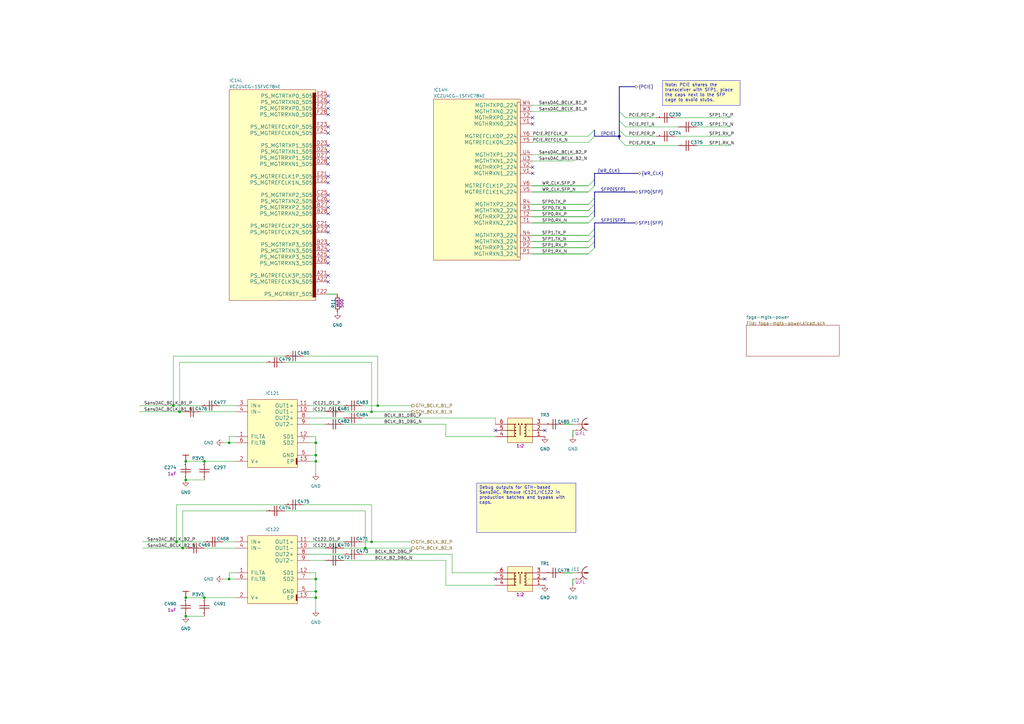
<source format=kicad_sch>
(kicad_sch (version 20250114) (generator "eeschema") (generator_version "9.0")
  (paper "A3")
  (title_block (title "FPGA MGTs") (rev "-"))
  (lib_symbols
    (symbol "Analog & Interface:LTC6957IDD-2#PBF" (pin_names (offset 1.27))
      (property "Reference" "IC" (at 10.16 1.27 0))
      (symbol "LTC6957IDD-2#PBF_0_1"
        (pin input line (at -5.08 -2.54 0) (length 5.08) (name "IN+") (number "3"))
        (pin input line (at -5.08 -5.08 0) (length 5.08) (name "IN-") (number "4"))
        (pin input line (at -5.08 -15.24 0) (length 5.08) (name "FILTA") (number "1"))
        (pin input line (at -5.08 -17.78 0) (length 5.08) (name "FILTB") (number "6"))
        (pin power_in line (at -5.08 -25.4 0) (length 5.08) (name "V+") (number "2"))
        (pin output line (at 25.4 -2.54 180) (length 5.08) (name "OUT1+") (number "11"))
        (pin output line (at 25.4 -5.08 180) (length 5.08) (name "OUT1-") (number "10"))
        (pin output line (at 25.4 -7.62 180) (length 5.08) (name "OUT2+") (number "8"))
        (pin output line (at 25.4 -10.16 180) (length 5.08) (name "OUT2-") (number "9"))
        (pin input line (at 25.4 -15.24 180) (length 5.08) (name "SD1") (number "12"))
        (pin input line (at 25.4 -17.78 180) (length 5.08) (name "SD2") (number "7"))
        (pin power_in line (at 25.4 -22.86 180) (length 5.08) (name "GND") (number "5"))
        (pin power_in line (at 25.4 -25.4 180) (length 5.08) (name "EP") (number "13"))
      )
    )
    (symbol "Capacitors SMD:CC0402_100NF_16V_10%_X7R" (pin_names (offset 1.27))
      (property "Reference" "C" (at 3.81 3.048 0))
      (property "Description" "100nF" (at 3.81 -3.048 0))
      (symbol "CC0402_100NF_16V_10%_X7R_0_1"
        (pin passive line (at 0 0 0) (length 2.54) (name "1") (number "1"))
        (pin passive line (at 7.62 0 180) (length 2.54) (name "2") (number "2"))
      )
    )
    (symbol "Capacitors SMD:CC0402_1UF_25V_10%_X5R" (pin_names (offset 1.27))
      (property "Reference" "C" (at 3.81 3.048 0))
      (property "Val" "1uF" (at 3.81 -3.048 0))
      (symbol "CC0402_1UF_25V_10%_X5R_0_1"
        (pin passive line (at 0 0 0) (length 2.54) (name "1") (number "1"))
        (pin passive line (at 7.62 0 180) (length 2.54) (name "2") (number "2"))
      )
    )
    (symbol "HIROSE_U.FL-R-SMT-1(10)_1" (pin_names (offset 1.27))
      (property "Reference" "J" (at -6.858 0 0))
      (property "Comment" "U.FL" (at -3.048 -3.81 0))
      (symbol "HIROSE_U.FL-R-SMT-1(10)_1_0_1"
        (pin bidirectional line (at 0 0 180) (length 5.08) (name "1") (number "1"))
        (pin bidirectional line (at 0 -2.54 180) (length 3.048) (name "2") (number "2"))
      )
    )
    (symbol "Logic:XCZU4CG-1SFVC784E" (pin_names (offset 1.27))
      (property "Reference" "IC14" (at 0 3.81 0))
      (property "Value" "XCZU4CG-1SFVC784E" (at 0 1.27 0))
      (symbol "XCZU4CG-1SFVC784E_1_1"
        (text "BANK 43" (at 5.08 -15.24 900) (effects (font (size 1.778 1.778) (bold yes)) (justify left bottom)))
        (pin bidirectional line (at 43.18 -2.54 180) (length 5.08) (name "IO_L1P_AD11P_43") (number "AG10"))
        (pin bidirectional line (at 43.18 -5.08 180) (length 5.08) (name "IO_L1N_AD11N_43") (number "AH10"))
        (pin bidirectional line (at 43.18 -7.62 180) (length 5.08) (name "IO_L2P_AD10P_43") (number "AF11"))
        (pin bidirectional line (at 43.18 -10.16 180) (length 5.08) (name "IO_L2N_AD10N_43") (number "AG11"))
        (pin bidirectional line (at 43.18 -12.7 180) (length 5.08) (name "IO_L3P_AD9P_43") (number "AH12"))
        (pin bidirectional line (at 43.18 -15.24 180) (length 5.08) (name "IO_L3N_AD9N_43") (number "AH11"))
        (pin bidirectional line (at 43.18 -17.78 180) (length 5.08) (name "IO_L4P_AD8P_43") (number "AE10"))
        (pin bidirectional line (at 43.18 -20.32 180) (length 5.08) (name "IO_L4N_AD8N_43") (number "AF10"))
        (pin bidirectional line (at 43.18 -22.86 180) (length 5.08) (name "IO_L5P_HDGC_AD7P_43") (number "AE12"))
        (pin bidirectional line (at 43.18 -25.4 180) (length 5.08) (name "IO_L5N_HDGC_AD7N_43") (number "AF12"))
        (pin bidirectional line (at 43.18 -27.94 180) (length 5.08) (name "IO_L6P_HDGC_AD6P_43") (number "AC12"))
        (pin bidirectional line (at 43.18 -30.48 180) (length 5.08) (name "IO_L6N_HDGC_AD6N_43") (number "AD12"))
        (pin bidirectional line (at 43.18 -33.02 180) (length 5.08) (name "IO_L7P_HDGC_AD5P_43") (number "AD11"))
        (pin bidirectional line (at 43.18 -35.56 180) (length 5.08) (name "IO_L7N_HDGC_AD5N_43") (number "AD10"))
        (pin bidirectional line (at 43.18 -38.1 180) (length 5.08) (name "IO_L8P_HDGC_AD4P_43") (number "AB11"))
        (pin bidirectional line (at 43.18 -40.64 180) (length 5.08) (name "IO_L8N_HDGC_AD4N_43") (number "AC11"))
        (pin bidirectional line (at 43.18 -43.18 180) (length 5.08) (name "IO_L9P_AD3P_43") (number "AA11"))
        (pin bidirectional line (at 43.18 -45.72 180) (length 5.08) (name "IO_L9N_AD3N_43") (number "AA10"))
        (pin bidirectional line (at 43.18 -48.26 180) (length 5.08) (name "IO_L10P_AD2P_43") (number "W10"))
        (pin bidirectional line (at 43.18 -50.8 180) (length 5.08) (name "IO_L10N_AD2N_43") (number "Y10"))
        (pin bidirectional line (at 43.18 -53.34 180) (length 5.08) (name "IO_L11P_AD1P_43") (number "Y9"))
        (pin bidirectional line (at 43.18 -55.88 180) (length 5.08) (name "IO_L11N_AD1N_43") (number "AA8"))
        (pin bidirectional line (at 43.18 -58.42 180) (length 5.08) (name "IO_L12P_AD0P_43") (number "AB10"))
        (pin bidirectional line (at 43.18 -60.96 180) (length 5.08) (name "IO_L12N_AD0N_43") (number "AB9"))
      )
      (symbol "XCZU4CG-1SFVC784E_2_1"
        (text "BANK 44" (at 5.08 -15.24 900) (effects (font (size 1.778 1.778) (bold yes)) (justify left bottom)))
        (pin bidirectional line (at 43.18 -2.54 180) (length 5.08) (name "IO_L1P_AD15P_44") (number "AE15"))
        (pin bidirectional line (at 43.18 -5.08 180) (length 5.08) (name "IO_L1N_AD15N_44") (number "AE14"))
        (pin bidirectional line (at 43.18 -7.62 180) (length 5.08) (name "IO_L2P_AD14P_44") (number "AG14"))
        (pin bidirectional line (at 43.18 -10.16 180) (length 5.08) (name "IO_L2N_AD14N_44") (number "AH14"))
        (pin bidirectional line (at 43.18 -12.7 180) (length 5.08) (name "IO_L3P_AD13P_44") (number "AG13"))
        (pin bidirectional line (at 43.18 -15.24 180) (length 5.08) (name "IO_L3N_AD13N_44") (number "AH13"))
        (pin bidirectional line (at 43.18 -17.78 180) (length 5.08) (name "IO_L4P_AD12P_44") (number "AE13"))
        (pin bidirectional line (at 43.18 -20.32 180) (length 5.08) (name "IO_L4N_AD12N_44") (number "AF13"))
        (pin bidirectional line (at 43.18 -22.86 180) (length 5.08) (name "IO_L5P_HDGC_44") (number "AD15"))
        (pin bidirectional line (at 43.18 -25.4 180) (length 5.08) (name "IO_L5N_HDGC_44") (number "AD14"))
        (pin bidirectional line (at 43.18 -27.94 180) (length 5.08) (name "IO_L6P_HDGC_44") (number "AC14"))
        (pin bidirectional line (at 43.18 -30.48 180) (length 5.08) (name "IO_L6N_HDGC_44") (number "AC13"))
        (pin bidirectional line (at 43.18 -33.02 180) (length 5.08) (name "IO_L7P_HDGC_44") (number "AA13"))
        (pin bidirectional line (at 43.18 -35.56 180) (length 5.08) (name "IO_L7N_HDGC_44") (number "AB13"))
        (pin bidirectional line (at 43.18 -38.1 180) (length 5.08) (name "IO_L8P_HDGC_44") (number "AB15"))
        (pin bidirectional line (at 43.18 -40.64 180) (length 5.08) (name "IO_L8N_HDGC_44") (number "AB14"))
        (pin bidirectional line (at 43.18 -43.18 180) (length 5.08) (name "IO_L9P_AD11P_44") (number "W14"))
        (pin bidirectional line (at 43.18 -45.72 180) (length 5.08) (name "IO_L9N_AD11N_44") (number "W13"))
        (pin bidirectional line (at 43.18 -48.26 180) (length 5.08) (name "IO_L10P_AD10P_44") (number "Y14"))
        (pin bidirectional line (at 43.18 -50.8 180) (length 5.08) (name "IO_L10N_AD10N_44") (number "Y13"))
        (pin bidirectional line (at 43.18 -53.34 180) (length 5.08) (name "IO_L11P_AD9P_44") (number "W12"))
        (pin bidirectional line (at 43.18 -55.88 180) (length 5.08) (name "IO_L11N_AD9N_44") (number "W11"))
        (pin bidirectional line (at 43.18 -58.42 180) (length 5.08) (name "IO_L12P_AD8P_44") (number "Y12"))
        (pin bidirectional line (at 43.18 -60.96 180) (length 5.08) (name "IO_L12N_AD8N_44") (number "AA12"))
      )
      (symbol "XCZU4CG-1SFVC784E_3_1"
        (text "BANK 45" (at 5.08 -15.24 900) (effects (font (size 1.778 1.778) (bold yes)) (justify left bottom)))
        (pin bidirectional line (at 43.18 -2.54 180) (length 5.08) (name "IO_L1P_AD15P_45") (number "J11"))
        (pin bidirectional line (at 43.18 -5.08 180) (length 5.08) (name "IO_L1N_AD15N_45") (number "J10"))
        (pin bidirectional line (at 43.18 -7.62 180) (length 5.08) (name "IO_L2P_AD14P_45") (number "K13"))
        (pin bidirectional line (at 43.18 -10.16 180) (length 5.08) (name "IO_L2N_AD14N_45") (number "K12"))
        (pin bidirectional line (at 43.18 -12.7 180) (length 5.08) (name "IO_L3P_AD13P_45") (number "H11"))
        (pin bidirectional line (at 43.18 -15.24 180) (length 5.08) (name "IO_L3N_AD13N_45") (number "G10"))
        (pin bidirectional line (at 43.18 -17.78 180) (length 5.08) (name "IO_L4P_AD12P_45") (number "J12"))
        (pin bidirectional line (at 43.18 -20.32 180) (length 5.08) (name "IO_L4N_AD12N_45") (number "H12"))
        (pin bidirectional line (at 43.18 -22.86 180) (length 5.08) (name "IO_L5P_HDGC_45") (number "G11"))
        (pin bidirectional line (at 43.18 -25.4 180) (length 5.08) (name "IO_L5N_HDGC_45") (number "F10"))
        (pin bidirectional line (at 43.18 -27.94 180) (length 5.08) (name "IO_L6P_HDGC_45") (number "F12"))
        (pin bidirectional line (at 43.18 -30.48 180) (length 5.08) (name "IO_L6N_HDGC_45") (number "F11"))
        (pin bidirectional line (at 43.18 -33.02 180) (length 5.08) (name "IO_L7P_HDGC_45") (number "E10"))
        (pin bidirectional line (at 43.18 -35.56 180) (length 5.08) (name "IO_L7N_HDGC_45") (number "D10"))
        (pin bidirectional line (at 43.18 -38.1 180) (length 5.08) (name "IO_L8P_HDGC_45") (number "E12"))
        (pin bidirectional line (at 43.18 -40.64 180) (length 5.08) (name "IO_L8N_HDGC_45") (number "D11"))
        (pin bidirectional line (at 43.18 -43.18 180) (length 5.08) (name "IO_L9P_AD11P_45") (number "C11"))
        (pin bidirectional line (at 43.18 -45.72 180) (length 5.08) (name "IO_L9N_AD11N_45") (number "B10"))
        (pin bidirectional line (at 43.18 -48.26 180) (length 5.08) (name "IO_L10P_AD10P_45") (number "B11"))
        (pin bidirectional line (at 43.18 -50.8 180) (length 5.08) (name "IO_L10N_AD10N_45") (number "A10"))
        (pin bidirectional line (at 43.18 -53.34 180) (length 5.08) (name "IO_L11P_AD9P_45") (number "A12"))
        (pin bidirectional line (at 43.18 -55.88 180) (length 5.08) (name "IO_L11N_AD9N_45") (number "A11"))
        (pin bidirectional line (at 43.18 -58.42 180) (length 5.08) (name "IO_L12P_AD8P_45") (number "D12"))
        (pin bidirectional line (at 43.18 -60.96 180) (length 5.08) (name "IO_L12N_AD8N_45") (number "C12"))
      )
      (symbol "XCZU4CG-1SFVC784E_4_1"
        (text "BANK 46" (at 5.08 -15.24 900) (effects (font (size 1.778 1.778) (bold yes)) (justify left bottom)))
        (pin bidirectional line (at 43.18 -2.54 180) (length 5.08) (name "IO_L1P_AD11P_46") (number "B15"))
        (pin bidirectional line (at 43.18 -5.08 180) (length 5.08) (name "IO_L1N_AD11N_46") (number "A15"))
        (pin bidirectional line (at 43.18 -7.62 180) (length 5.08) (name "IO_L2P_AD10P_46") (number "B14"))
        (pin bidirectional line (at 43.18 -10.16 180) (length 5.08) (name "IO_L2N_AD10N_46") (number "A14"))
        (pin bidirectional line (at 43.18 -12.7 180) (length 5.08) (name "IO_L3P_AD9P_46") (number "B13"))
        (pin bidirectional line (at 43.18 -15.24 180) (length 5.08) (name "IO_L3N_AD9N_46") (number "A13"))
        (pin bidirectional line (at 43.18 -17.78 180) (length 5.08) (name "IO_L4P_AD8P_46") (number "C14"))
        (pin bidirectional line (at 43.18 -20.32 180) (length 5.08) (name "IO_L4N_AD8N_46") (number "C13"))
        (pin bidirectional line (at 43.18 -22.86 180) (length 5.08) (name "IO_L5P_HDGC_AD7P_46") (number "D15"))
        (pin bidirectional line (at 43.18 -25.4 180) (length 5.08) (name "IO_L5N_HDGC_AD7N_46") (number "D14"))
        (pin bidirectional line (at 43.18 -27.94 180) (length 5.08) (name "IO_L6P_HDGC_AD6P_46") (number "E14"))
        (pin bidirectional line (at 43.18 -30.48 180) (length 5.08) (name "IO_L6N_HDGC_AD6N_46") (number "E13"))
        (pin bidirectional line (at 43.18 -33.02 180) (length 5.08) (name "IO_L7P_HDGC_AD5P_46") (number "G13"))
        (pin bidirectional line (at 43.18 -35.56 180) (length 5.08) (name "IO_L7N_HDGC_AD5N_46") (number "F13"))
        (pin bidirectional line (at 43.18 -38.1 180) (length 5.08) (name "IO_L8P_HDGC_AD4P_46") (number "F15"))
        (pin bidirectional line (at 43.18 -40.64 180) (length 5.08) (name "IO_L8N_HDGC_AD4N_46") (number "E15"))
        (pin bidirectional line (at 43.18 -43.18 180) (length 5.08) (name "IO_L9P_AD3P_46") (number "G15"))
        (pin bidirectional line (at 43.18 -45.72 180) (length 5.08) (name "IO_L9N_AD3N_46") (number "G14"))
        (pin bidirectional line (at 43.18 -48.26 180) (length 5.08) (name "IO_L10P_AD2P_46") (number "H14"))
        (pin bidirectional line (at 43.18 -50.8 180) (length 5.08) (name "IO_L10N_AD2N_46") (number "H13"))
        (pin bidirectional line (at 43.18 -53.34 180) (length 5.08) (name "IO_L11P_AD1P_46") (number "K14"))
        (pin bidirectional line (at 43.18 -55.88 180) (length 5.08) (name "IO_L11N_AD1N_46") (number "J14"))
        (pin bidirectional line (at 43.18 -58.42 180) (length 5.08) (name "IO_L12P_AD0P_46") (number "L14"))
        (pin bidirectional line (at 43.18 -60.96 180) (length 5.08) (name "IO_L12N_AD0N_46") (number "L13"))
      )
      (symbol "XCZU4CG-1SFVC784E_5_1"
        (text "BANK 64" (at 5.08 -15.24 900) (effects (font (size 1.778 1.778) (bold yes)) (justify left bottom)))
        (pin bidirectional line (at 58.42 -2.54 180) (length 5.08) (name "IO_L1P_T0L_N0_DBC_64") (number "AC9"))
        (pin bidirectional line (at 58.42 -5.08 180) (length 5.08) (name "IO_L1N_T0L_N1_DBC_64") (number "AD9"))
        (pin bidirectional line (at 58.42 -7.62 180) (length 5.08) (name "IO_L2P_T0L_N2_64") (number "AE9"))
        (pin bidirectional line (at 58.42 -10.16 180) (length 5.08) (name "IO_L2N_T0L_N3_64") (number "AE8"))
        (pin bidirectional line (at 58.42 -12.7 180) (length 5.08) (name "IO_L3P_T0L_N4_AD15P_64") (number "AB8"))
        (pin bidirectional line (at 58.42 -15.24 180) (length 5.08) (name "IO_L3N_T0L_N5_AD15N_64") (number "AC8"))
        (pin bidirectional line (at 58.42 -17.78 180) (length 5.08) (name "IO_L4P_T0U_N6_DBC_AD7P_64") (number "AD7"))
        (pin bidirectional line (at 58.42 -20.32 180) (length 5.08) (name "IO_L4N_T0U_N7_DBC_AD7N_64") (number "AE7"))
        (pin bidirectional line (at 58.42 -22.86 180) (length 5.08) (name "IO_L5P_T0U_N8_AD14P_64") (number "AB7"))
        (pin bidirectional line (at 58.42 -25.4 180) (length 5.08) (name "IO_L5N_T0U_N9_AD14N_64") (number "AC7"))
        (pin bidirectional line (at 58.42 -27.94 180) (length 5.08) (name "IO_L6P_T0U_N10_AD6P_64") (number "AB6"))
        (pin bidirectional line (at 58.42 -30.48 180) (length 5.08) (name "IO_L6N_T0U_N11_AD6N_64") (number "AC6"))
        (pin bidirectional line (at 58.42 -33.02 180) (length 5.08) (name "IO_L7P_T1L_N0_QBC_AD13P_64") (number "AG9"))
        (pin bidirectional line (at 58.42 -35.56 180) (length 5.08) (name "IO_L7N_T1L_N1_QBC_AD13N_64") (number "AH9"))
        (pin bidirectional line (at 58.42 -38.1 180) (length 5.08) (name "IO_L8P_T1L_N2_AD5P_64") (number "AF8"))
        (pin bidirectional line (at 58.42 -40.64 180) (length 5.08) (name "IO_L8N_T1L_N3_AD5N_64") (number "AG8"))
        (pin bidirectional line (at 58.42 -43.18 180) (length 5.08) (name "IO_L9P_T1L_N4_AD12P_64") (number "AH8"))
        (pin bidirectional line (at 58.42 -45.72 180) (length 5.08) (name "IO_L9N_T1L_N5_AD12N_64") (number "AH7"))
        (pin bidirectional line (at 58.42 -48.26 180) (length 5.08) (name "IO_L10P_T1U_N6_QBC_AD4P_64") (number "AG6"))
        (pin bidirectional line (at 58.42 -50.8 180) (length 5.08) (name "IO_L10N_T1U_N7_QBC_AD4N_64") (number "AG5"))
        (pin bidirectional line (at 58.42 -53.34 180) (length 5.08) (name "IO_L11P_T1U_N8_GC_64") (number "AF7"))
        (pin bidirectional line (at 58.42 -55.88 180) (length 5.08) (name "IO_L11N_T1U_N9_GC_64") (number "AF6"))
        (pin bidirectional line (at 58.42 -58.42 180) (length 5.08) (name "IO_L12P_T1U_N10_GC_64") (number "AE5"))
        (pin bidirectional line (at 58.42 -60.96 180) (length 5.08) (name "IO_L12N_T1U_N11_GC_64") (number "AF5"))
        (pin bidirectional line (at 58.42 -63.5 180) (length 5.08) (name "IO_L13P_T2L_N0_GC_QBC_64") (number "AD5"))
        (pin bidirectional line (at 58.42 -66.04 180) (length 5.08) (name "IO_L13N_T2L_N1_GC_QBC_64") (number "AD4"))
        (pin bidirectional line (at 58.42 -68.58 180) (length 5.08) (name "IO_L14P_T2L_N2_GC_64") (number "AC4"))
        (pin bidirectional line (at 58.42 -71.12 180) (length 5.08) (name "IO_L14N_T2L_N3_GC_64") (number "AC3"))
        (pin bidirectional line (at 58.42 -73.66 180) (length 5.08) (name "IO_L15P_T2L_N4_AD11P_64") (number "AB4"))
        (pin bidirectional line (at 58.42 -76.2 180) (length 5.08) (name "IO_L15N_T2L_N5_AD11N_64") (number "AB3"))
        (pin bidirectional line (at 58.42 -78.74 180) (length 5.08) (name "IO_L16P_T2U_N6_QBC_AD3P_64") (number "AD2"))
        (pin bidirectional line (at 58.42 -81.28 180) (length 5.08) (name "IO_L16N_T2U_N7_QBC_AD3N_64") (number "AD1"))
        (pin bidirectional line (at 58.42 -83.82 180) (length 5.08) (name "IO_L17P_T2U_N8_AD10P_64") (number "AB2"))
        (pin bidirectional line (at 58.42 -86.36 180) (length 5.08) (name "IO_L17N_T2U_N9_AD10N_64") (number "AC2"))
        (pin bidirectional line (at 58.42 -88.9 180) (length 5.08) (name "IO_L18P_T2U_N10_AD2P_64") (number "AB1"))
        (pin bidirectional line (at 58.42 -91.44 180) (length 5.08) (name "IO_L18N_T2U_N11_AD2N_64") (number "AC1"))
        (pin bidirectional line (at 58.42 -93.98 180) (length 5.08) (name "IO_L19P_T3L_N0_DBC_AD9P_64") (number "AG4"))
        (pin bidirectional line (at 58.42 -96.52 180) (length 5.08) (name "IO_L19N_T3L_N1_DBC_AD9N_64") (number "AH4"))
        (pin bidirectional line (at 58.42 -99.06 180) (length 5.08) (name "IO_L20P_T3L_N2_AD1P_64") (number "AG3"))
        (pin bidirectional line (at 58.42 -101.6 180) (length 5.08) (name "IO_L20N_T3L_N3_AD1N_64") (number "AH3"))
        (pin bidirectional line (at 58.42 -104.14 180) (length 5.08) (name "IO_L21P_T3L_N4_AD8P_64") (number "AE3"))
        (pin bidirectional line (at 58.42 -106.68 180) (length 5.08) (name "IO_L21N_T3L_N5_AD8N_64") (number "AF3"))
        (pin bidirectional line (at 58.42 -109.22 180) (length 5.08) (name "IO_L22P_T3U_N6_DBC_AD0P_64") (number "AE2"))
        (pin bidirectional line (at 58.42 -111.76 180) (length 5.08) (name "IO_L22N_T3U_N7_DBC_AD0N_64") (number "AF2"))
        (pin bidirectional line (at 58.42 -114.3 180) (length 5.08) (name "IO_L23P_T3U_N8_64") (number "AH2"))
        (pin bidirectional line (at 58.42 -116.84 180) (length 5.08) (name "IO_L23N_T3U_N9_64") (number "AH1"))
        (pin bidirectional line (at 58.42 -119.38 180) (length 5.08) (name "IO_L24P_T3U_N10_64") (number "AF1"))
        (pin bidirectional line (at 58.42 -121.92 180) (length 5.08) (name "IO_L24N_T3U_N11_64") (number "AG1"))
        (pin bidirectional line (at 58.42 -127 180) (length 5.08) (name "IO_T0U_N12_VRP_64") (number "AD6"))
        (pin bidirectional line (at 58.42 -129.54 180) (length 5.08) (name "IO_T1U_N12_64") (number "AH6"))
        (pin bidirectional line (at 58.42 -132.08 180) (length 5.08) (name "IO_T2U_N12_64") (number "AB5"))
        (pin bidirectional line (at 58.42 -134.62 180) (length 5.08) (name "IO_T3U_N12_64") (number "AE4"))
      )
      (symbol "XCZU4CG-1SFVC784E_6_1"
        (text "BANK 65" (at 5.08 -15.24 900) (effects (font (size 1.778 1.778) (bold yes)) (justify left bottom)))
        (pin bidirectional line (at 58.42 -2.54 180) (length 5.08) (name "IO_L1P_T0L_N0_DBC_65") (number "W8"))
        (pin bidirectional line (at 58.42 -5.08 180) (length 5.08) (name "IO_L1N_T0L_N1_DBC_65") (number "Y8"))
        (pin bidirectional line (at 58.42 -7.62 180) (length 5.08) (name "IO_L2P_T0L_N2_65") (number "U9"))
        (pin bidirectional line (at 58.42 -10.16 180) (length 5.08) (name "IO_L2N_T0L_N3_65") (number "V9"))
        (pin bidirectional line (at 58.42 -12.7 180) (length 5.08) (name "IO_L3P_T0L_N4_AD15P_65") (number "U8"))
        (pin bidirectional line (at 58.42 -15.24 180) (length 5.08) (name "IO_L3N_T0L_N5_AD15N_65") (number "V8"))
        (pin bidirectional line (at 58.42 -17.78 180) (length 5.08) (name "IO_L4P_T0U_N6_DBC_AD7P_SMBALERT_65") (number "R8"))
        (pin bidirectional line (at 58.42 -20.32 180) (length 5.08) (name "IO_L4N_T0U_N7_DBC_AD7N_65") (number "T8"))
        (pin bidirectional line (at 58.42 -22.86 180) (length 5.08) (name "IO_L5P_T0U_N8_AD14P_65") (number "R7"))
        (pin bidirectional line (at 58.42 -25.4 180) (length 5.08) (name "IO_L5N_T0U_N9_AD14N_65") (number "T7"))
        (pin bidirectional line (at 58.42 -27.94 180) (length 5.08) (name "IO_L6P_T0U_N10_AD6P_65") (number "R6"))
        (pin bidirectional line (at 58.42 -30.48 180) (length 5.08) (name "IO_L6N_T0U_N11_AD6N_65") (number "T6"))
        (pin bidirectional line (at 58.42 -33.02 180) (length 5.08) (name "IO_L7P_T1L_N0_QBC_AD13P_65") (number "L1"))
        (pin bidirectional line (at 58.42 -35.56 180) (length 5.08) (name "IO_L7N_T1L_N1_QBC_AD13N_65") (number "K1"))
        (pin bidirectional line (at 58.42 -38.1 180) (length 5.08) (name "IO_L8P_T1L_N2_AD5P_65") (number "J1"))
        (pin bidirectional line (at 58.42 -40.64 180) (length 5.08) (name "IO_L8N_T1L_N3_AD5N_65") (number "H1"))
        (pin bidirectional line (at 58.42 -43.18 180) (length 5.08) (name "IO_L9P_T1L_N4_AD12P_65") (number "K2"))
        (pin bidirectional line (at 58.42 -45.72 180) (length 5.08) (name "IO_L9N_T1L_N5_AD12N_65") (number "J2"))
        (pin bidirectional line (at 58.42 -48.26 180) (length 5.08) (name "IO_L10P_T1U_N6_QBC_AD4P_65") (number "H4"))
        (pin bidirectional line (at 58.42 -50.8 180) (length 5.08) (name "IO_L10N_T1U_N7_QBC_AD4N_65") (number "H3"))
        (pin bidirectional line (at 58.42 -53.34 180) (length 5.08) (name "IO_L11P_T1U_N8_GC_65") (number "K4"))
        (pin bidirectional line (at 58.42 -55.88 180) (length 5.08) (name "IO_L11N_T1U_N9_GC_65") (number "K3"))
        (pin bidirectional line (at 58.42 -58.42 180) (length 5.08) (name "IO_L12P_T1U_N10_GC_65") (number "L3"))
        (pin bidirectional line (at 58.42 -60.96 180) (length 5.08) (name "IO_L12N_T1U_N11_GC_65") (number "L2"))
        (pin bidirectional line (at 58.42 -63.5 180) (length 5.08) (name "IO_L13P_T2L_N0_GC_QBC_65") (number "L7"))
        (pin bidirectional line (at 58.42 -66.04 180) (length 5.08) (name "IO_L13N_T2L_N1_GC_QBC_65") (number "L6"))
        (pin bidirectional line (at 58.42 -68.58 180) (length 5.08) (name "IO_L14P_T2L_N2_GC_65") (number "M6"))
        (pin bidirectional line (at 58.42 -71.12 180) (length 5.08) (name "IO_L14N_T2L_N3_GC_65") (number "L5"))
        (pin bidirectional line (at 58.42 -73.66 180) (length 5.08) (name "IO_L15P_T2L_N4_AD11P_65") (number "N7"))
        (pin bidirectional line (at 58.42 -76.2 180) (length 5.08) (name "IO_L15N_T2L_N5_AD11N_65") (number "N6"))
        (pin bidirectional line (at 58.42 -78.74 180) (length 5.08) (name "IO_L16P_T2U_N6_QBC_AD3P_65") (number "P7"))
        (pin bidirectional line (at 58.42 -81.28 180) (length 5.08) (name "IO_L16N_T2U_N7_QBC_AD3N_65") (number "P6"))
        (pin bidirectional line (at 58.42 -83.82 180) (length 5.08) (name "IO_L17P_T2U_N8_AD10P_65") (number "N9"))
        (pin bidirectional line (at 58.42 -86.36 180) (length 5.08) (name "IO_L17N_T2U_N9_AD10N_65") (number "N8"))
        (pin bidirectional line (at 58.42 -88.9 180) (length 5.08) (name "IO_L18P_T2U_N10_AD2P_65") (number "M8"))
        (pin bidirectional line (at 58.42 -91.44 180) (length 5.08) (name "IO_L18N_T2U_N11_AD2N_65") (number "L8"))
        (pin bidirectional line (at 58.42 -93.98 180) (length 5.08) (name "IO_L19P_T3L_N0_DBC_AD9P_65") (number "J5"))
        (pin bidirectional line (at 58.42 -96.52 180) (length 5.08) (name "IO_L19N_T3L_N1_DBC_AD9N_65") (number "J4"))
        (pin bidirectional line (at 58.42 -99.06 180) (length 5.08) (name "IO_L20P_T3L_N2_AD1P_65") (number "J6"))
        (pin bidirectional line (at 58.42 -101.6 180) (length 5.08) (name "IO_L20N_T3L_N3_AD1N_65") (number "H6"))
        (pin bidirectional line (at 58.42 -104.14 180) (length 5.08) (name "IO_L21P_T3L_N4_AD8P_65") (number "J7"))
        (pin bidirectional line (at 58.42 -106.68 180) (length 5.08) (name "IO_L21N_T3L_N5_AD8N_65") (number "H7"))
        (pin bidirectional line (at 58.42 -109.22 180) (length 5.08) (name "IO_L22P_T3U_N6_DBC_AD0P_65") (number "K8"))
        (pin bidirectional line (at 58.42 -111.76 180) (length 5.08) (name "IO_L22N_T3U_N7_DBC_AD0N_65") (number "K7"))
        (pin bidirectional line (at 58.42 -114.3 180) (length 5.08) (name "IO_L23P_T3U_N8_I2C_SCLK_65") (number "K9"))
        (pin bidirectional line (at 58.42 -116.84 180) (length 5.08) (name "IO_L23N_T3U_N9_65") (number "J9"))
        (pin bidirectional line (at 58.42 -119.38 180) (length 5.08) (name "IO_L24P_T3U_N10_PERSTN1_I2C_SDA_65") (number "H9"))
        (pin bidirectional line (at 58.42 -121.92 180) (length 5.08) (name "IO_L24N_T3U_N11_PERSTN0_65") (number "H8"))
        (pin bidirectional line (at 58.42 -127 180) (length 5.08) (name "IO_T0U_N12_VRP_65") (number "W9"))
        (pin bidirectional line (at 58.42 -129.54 180) (length 5.08) (name "IO_T1U_N12_65") (number "H2"))
        (pin bidirectional line (at 58.42 -132.08 180) (length 5.08) (name "IO_T2U_N12_65") (number "P9"))
        (pin bidirectional line (at 58.42 -134.62 180) (length 5.08) (name "IO_T3U_N12_65") (number "K5"))
      )
      (symbol "XCZU4CG-1SFVC784E_7_1"
        (text "BANK 66" (at 5.08 -15.24 900) (effects (font (size 1.778 1.778) (bold yes)) (justify left bottom)))
        (pin bidirectional line (at 58.42 -2.54 180) (length 5.08) (name "IO_L1P_T0L_N0_DBC_66") (number "G1"))
        (pin bidirectional line (at 58.42 -5.08 180) (length 5.08) (name "IO_L1N_T0L_N1_DBC_66") (number "F1"))
        (pin bidirectional line (at 58.42 -7.62 180) (length 5.08) (name "IO_L2P_T0L_N2_66") (number "E1"))
        (pin bidirectional line (at 58.42 -10.16 180) (length 5.08) (name "IO_L2N_T0L_N3_66") (number "D1"))
        (pin bidirectional line (at 58.42 -12.7 180) (length 5.08) (name "IO_L3P_T0L_N4_AD15P_66") (number "F2"))
        (pin bidirectional line (at 58.42 -15.24 180) (length 5.08) (name "IO_L3N_T0L_N5_AD15N_66") (number "E2"))
        (pin bidirectional line (at 58.42 -17.78 180) (length 5.08) (name "IO_L4P_T0U_N6_DBC_AD7P_66") (number "G3"))
        (pin bidirectional line (at 58.42 -20.32 180) (length 5.08) (name "IO_L4N_T0U_N7_DBC_AD7N_66") (number "F3"))
        (pin bidirectional line (at 58.42 -22.86 180) (length 5.08) (name "IO_L5P_T0U_N8_AD14P_66") (number "E4"))
        (pin bidirectional line (at 58.42 -25.4 180) (length 5.08) (name "IO_L5N_T0U_N9_AD14N_66") (number "E3"))
        (pin bidirectional line (at 58.42 -27.94 180) (length 5.08) (name "IO_L6P_T0U_N10_AD6P_66") (number "G5"))
        (pin bidirectional line (at 58.42 -30.48 180) (length 5.08) (name "IO_L6N_T0U_N11_AD6N_66") (number "F5"))
        (pin bidirectional line (at 58.42 -33.02 180) (length 5.08) (name "IO_L7P_T1L_N0_QBC_AD13P_66") (number "C1"))
        (pin bidirectional line (at 58.42 -35.56 180) (length 5.08) (name "IO_L7N_T1L_N1_QBC_AD13N_66") (number "B1"))
        (pin bidirectional line (at 58.42 -38.1 180) (length 5.08) (name "IO_L8P_T1L_N2_AD5P_66") (number "A2"))
        (pin bidirectional line (at 58.42 -40.64 180) (length 5.08) (name "IO_L8N_T1L_N3_AD5N_66") (number "A1"))
        (pin bidirectional line (at 58.42 -43.18 180) (length 5.08) (name "IO_L9P_T1L_N4_AD12P_66") (number "B3"))
        (pin bidirectional line (at 58.42 -45.72 180) (length 5.08) (name "IO_L9N_T1L_N5_AD12N_66") (number "A3"))
        (pin bidirectional line (at 58.42 -48.26 180) (length 5.08) (name "IO_L10P_T1U_N6_QBC_AD4P_66") (number "B4"))
        (pin bidirectional line (at 58.42 -50.8 180) (length 5.08) (name "IO_L10N_T1U_N7_QBC_AD4N_66") (number "A4"))
        (pin bidirectional line (at 58.42 -53.34 180) (length 5.08) (name "IO_L11P_T1U_N8_GC_66") (number "D4"))
        (pin bidirectional line (at 58.42 -55.88 180) (length 5.08) (name "IO_L11N_T1U_N9_GC_66") (number "C4"))
        (pin bidirectional line (at 58.42 -58.42 180) (length 5.08) (name "IO_L12P_T1U_N10_GC_66") (number "C3"))
        (pin bidirectional line (at 58.42 -60.96 180) (length 5.08) (name "IO_L12N_T1U_N11_GC_66") (number "C2"))
        (pin bidirectional line (at 58.42 -63.5 180) (length 5.08) (name "IO_L13P_T2L_N0_GC_QBC_66") (number "D7"))
        (pin bidirectional line (at 58.42 -66.04 180) (length 5.08) (name "IO_L13N_T2L_N1_GC_QBC_66") (number "D6"))
        (pin bidirectional line (at 58.42 -68.58 180) (length 5.08) (name "IO_L14P_T2L_N2_GC_66") (number "E5"))
        (pin bidirectional line (at 58.42 -71.12 180) (length 5.08) (name "IO_L14N_T2L_N3_GC_66") (number "D5"))
        (pin bidirectional line (at 58.42 -73.66 180) (length 5.08) (name "IO_L15P_T2L_N4_AD11P_66") (number "G6"))
        (pin bidirectional line (at 58.42 -76.2 180) (length 5.08) (name "IO_L15N_T2L_N5_AD11N_66") (number "F6"))
        (pin bidirectional line (at 58.42 -78.74 180) (length 5.08) (name "IO_L16P_T2U_N6_QBC_AD3P_66") (number "G8"))
        (pin bidirectional line (at 58.42 -81.28 180) (length 5.08) (name "IO_L16N_T2U_N7_QBC_AD3N_66") (number "F7"))
        (pin bidirectional line (at 58.42 -83.82 180) (length 5.08) (name "IO_L17P_T2U_N8_AD10P_66") (number "F8"))
        (pin bidirectional line (at 58.42 -86.36 180) (length 5.08) (name "IO_L17N_T2U_N9_AD10N_66") (number "E8"))
        (pin bidirectional line (at 58.42 -88.9 180) (length 5.08) (name "IO_L18P_T2U_N10_AD2P_66") (number "E9"))
        (pin bidirectional line (at 58.42 -91.44 180) (length 5.08) (name "IO_L18N_T2U_N11_AD2N_66") (number "D9"))
        (pin bidirectional line (at 58.42 -93.98 180) (length 5.08) (name "IO_L19P_T3L_N0_DBC_AD9P_66") (number "B5"))
        (pin bidirectional line (at 58.42 -96.52 180) (length 5.08) (name "IO_L19N_T3L_N1_DBC_AD9N_66") (number "A5"))
        (pin bidirectional line (at 58.42 -99.06 180) (length 5.08) (name "IO_L20P_T3L_N2_AD1P_66") (number "C6"))
        (pin bidirectional line (at 58.42 -101.6 180) (length 5.08) (name "IO_L20N_T3L_N3_AD1N_66") (number "B6"))
        (pin bidirectional line (at 58.42 -104.14 180) (length 5.08) (name "IO_L21P_T3L_N4_AD8P_66") (number "A7"))
        (pin bidirectional line (at 58.42 -106.68 180) (length 5.08) (name "IO_L21N_T3L_N5_AD8N_66") (number "A6"))
        (pin bidirectional line (at 58.42 -109.22 180) (length 5.08) (name "IO_L22P_T3U_N6_DBC_AD0P_66") (number "C8"))
        (pin bidirectional line (at 58.42 -111.76 180) (length 5.08) (name "IO_L22N_T3U_N7_DBC_AD0N_66") (number "B8"))
        (pin bidirectional line (at 58.42 -114.3 180) (length 5.08) (name "IO_L23P_T3U_N8_66") (number "A9"))
        (pin bidirectional line (at 58.42 -116.84 180) (length 5.08) (name "IO_L23N_T3U_N9_66") (number "A8"))
        (pin bidirectional line (at 58.42 -119.38 180) (length 5.08) (name "IO_L24P_T3U_N10_66") (number "C9"))
        (pin bidirectional line (at 58.42 -121.92 180) (length 5.08) (name "IO_L24N_T3U_N11_66") (number "B9"))
        (pin bidirectional line (at 58.42 -127 180) (length 5.08) (name "IO_T0U_N12_VRP_66") (number "G4"))
        (pin bidirectional line (at 58.42 -129.54 180) (length 5.08) (name "IO_T1U_N12_66") (number "D2"))
        (pin bidirectional line (at 58.42 -132.08 180) (length 5.08) (name "IO_T2U_N12_66") (number "E7"))
        (pin bidirectional line (at 58.42 -134.62 180) (length 5.08) (name "IO_T3U_N12_66") (number "C7"))
      )
      (symbol "XCZU4CG-1SFVC784E_8_1"
        (text "BANK 224" (at 5.08 -17.78 900) (effects (font (size 1.778 1.778) (bold yes)) (justify left bottom)))
        (pin output line (at 40.64 -2.54 180) (length 5.08) (name "MGTHTXP0_224") (number "W4"))
        (pin output line (at 40.64 -5.08 180) (length 5.08) (name "MGTHTXN0_224") (number "W3"))
        (pin input line (at 40.64 -7.62 180) (length 5.08) (name "MGTHRXP0_224") (number "Y2"))
        (pin input line (at 40.64 -10.16 180) (length 5.08) (name "MGTHRXN0_224") (number "Y1"))
        (pin bidirectional line (at 40.64 -15.24 180) (length 5.08) (name "MGTREFCLK0P_224") (number "Y6"))
        (pin bidirectional line (at 40.64 -17.78 180) (length 5.08) (name "MGTREFCLK0N_224") (number "Y5"))
        (pin output line (at 40.64 -22.86 180) (length 5.08) (name "MGTHTXP1_224") (number "U4"))
        (pin output line (at 40.64 -25.4 180) (length 5.08) (name "MGTHTXN1_224") (number "U3"))
        (pin input line (at 40.64 -27.94 180) (length 5.08) (name "MGTHRXP1_224") (number "V2"))
        (pin input line (at 40.64 -30.48 180) (length 5.08) (name "MGTHRXN1_224") (number "V1"))
        (pin bidirectional line (at 40.64 -35.56 180) (length 5.08) (name "MGTREFCLK1P_224") (number "V6"))
        (pin bidirectional line (at 40.64 -38.1 180) (length 5.08) (name "MGTREFCLK1N_224") (number "V5"))
        (pin output line (at 40.64 -43.18 180) (length 5.08) (name "MGTHTXP2_224") (number "R4"))
        (pin output line (at 40.64 -45.72 180) (length 5.08) (name "MGTHTXN2_224") (number "R3"))
        (pin input line (at 40.64 -48.26 180) (length 5.08) (name "MGTHRXP2_224") (number "T2"))
        (pin input line (at 40.64 -50.8 180) (length 5.08) (name "MGTHRXN2_224") (number "T1"))
        (pin output line (at 40.64 -55.88 180) (length 5.08) (name "MGTHTXP3_224") (number "N4"))
        (pin output line (at 40.64 -58.42 180) (length 5.08) (name "MGTHTXN3_224") (number "N3"))
        (pin input line (at 40.64 -60.96 180) (length 5.08) (name "MGTHRXP3_224") (number "P2"))
        (pin input line (at 40.64 -63.5 180) (length 5.08) (name "MGTHRXN3_224") (number "P1"))
      )
      (symbol "XCZU4CG-1SFVC784E_9_1"
        (text "BANK 500" (at 5.08 -17.78 900) (effects (font (size 1.778 1.778) (bold yes)) (justify left bottom)))
        (pin bidirectional line (at 35.56 -2.54 180) (length 5.08) (name "PS_MIO0") (number "AG15"))
        (pin bidirectional line (at 35.56 -5.08 180) (length 5.08) (name "PS_MIO1") (number "AG16"))
        (pin bidirectional line (at 35.56 -7.62 180) (length 5.08) (name "PS_MIO2") (number "AF15"))
        (pin bidirectional line (at 35.56 -10.16 180) (length 5.08) (name "PS_MIO3") (number "AH15"))
        (pin bidirectional line (at 35.56 -12.7 180) (length 5.08) (name "PS_MIO4") (number "AH16"))
        (pin bidirectional line (at 35.56 -15.24 180) (length 5.08) (name "PS_MIO5") (number "AD16"))
        (pin bidirectional line (at 35.56 -17.78 180) (length 5.08) (name "PS_MIO6") (number "AF16"))
        (pin bidirectional line (at 35.56 -20.32 180) (length 5.08) (name "PS_MIO7") (number "AH17"))
        (pin bidirectional line (at 35.56 -22.86 180) (length 5.08) (name "PS_MIO8") (number "AF17"))
        (pin bidirectional line (at 35.56 -25.4 180) (length 5.08) (name "PS_MIO9") (number "AC16"))
        (pin bidirectional line (at 35.56 -27.94 180) (length 5.08) (name "PS_MIO10") (number "AD17"))
        (pin bidirectional line (at 35.56 -30.48 180) (length 5.08) (name "PS_MIO11") (number "AE17"))
        (pin bidirectional line (at 35.56 -33.02 180) (length 5.08) (name "PS_MIO12") (number "AC17"))
        (pin bidirectional line (at 35.56 -35.56 180) (length 5.08) (name "PS_MIO13") (number "AH18"))
        (pin bidirectional line (at 35.56 -38.1 180) (length 5.08) (name "PS_MIO14") (number "AG18"))
        (pin bidirectional line (at 35.56 -40.64 180) (length 5.08) (name "PS_MIO15") (number "AE18"))
        (pin bidirectional line (at 35.56 -43.18 180) (length 5.08) (name "PS_MIO16") (number "AF18"))
        (pin bidirectional line (at 35.56 -45.72 180) (length 5.08) (name "PS_MIO17") (number "AC18"))
        (pin bidirectional line (at 35.56 -48.26 180) (length 5.08) (name "PS_MIO18") (number "AC19"))
        (pin bidirectional line (at 35.56 -50.8 180) (length 5.08) (name "PS_MIO19") (number "AE19"))
        (pin bidirectional line (at 35.56 -53.34 180) (length 5.08) (name "PS_MIO20") (number "AD19"))
        (pin bidirectional line (at 35.56 -55.88 180) (length 5.08) (name "PS_MIO21") (number "AC21"))
        (pin bidirectional line (at 35.56 -58.42 180) (length 5.08) (name "PS_MIO22") (number "AB20"))
        (pin bidirectional line (at 35.56 -60.96 180) (length 5.08) (name "PS_MIO23") (number "AB18"))
        (pin bidirectional line (at 35.56 -63.5 180) (length 5.08) (name "PS_MIO24") (number "AB19"))
        (pin bidirectional line (at 35.56 -66.04 180) (length 5.08) (name "PS_MIO25") (number "AB21"))
      )
      (symbol "XCZU4CG-1SFVC784E_10_1"
        (text "BANK 501" (at 5.08 -17.78 900) (effects (font (size 1.778 1.778) (bold yes)) (justify left bottom)))
        (pin bidirectional line (at 35.56 -2.54 180) (length 5.08) (name "PS_MIO26") (number "L15"))
        (pin bidirectional line (at 35.56 -5.08 180) (length 5.08) (name "PS_MIO27") (number "J15"))
        (pin bidirectional line (at 35.56 -7.62 180) (length 5.08) (name "PS_MIO28") (number "K15"))
        (pin bidirectional line (at 35.56 -10.16 180) (length 5.08) (name "PS_MIO29") (number "G16"))
        (pin bidirectional line (at 35.56 -12.7 180) (length 5.08) (name "PS_MIO30") (number "F16"))
        (pin bidirectional line (at 35.56 -15.24 180) (length 5.08) (name "PS_MIO31") (number "H16"))
        (pin bidirectional line (at 35.56 -17.78 180) (length 5.08) (name "PS_MIO32") (number "J16"))
        (pin bidirectional line (at 35.56 -20.32 180) (length 5.08) (name "PS_MIO33") (number "L16"))
        (pin bidirectional line (at 35.56 -22.86 180) (length 5.08) (name "PS_MIO34") (number "L17"))
        (pin bidirectional line (at 35.56 -25.4 180) (length 5.08) (name "PS_MIO35") (number "H17"))
        (pin bidirectional line (at 35.56 -27.94 180) (length 5.08) (name "PS_MIO36") (number "K17"))
        (pin bidirectional line (at 35.56 -30.48 180) (length 5.08) (name "PS_MIO37") (number "J17"))
        (pin bidirectional line (at 35.56 -33.02 180) (length 5.08) (name "PS_MIO38") (number "H18"))
        (pin bidirectional line (at 35.56 -35.56 180) (length 5.08) (name "PS_MIO39") (number "H19"))
        (pin bidirectional line (at 35.56 -38.1 180) (length 5.08) (name "PS_MIO40") (number "K18"))
        (pin bidirectional line (at 35.56 -40.64 180) (length 5.08) (name "PS_MIO41") (number "J19"))
        (pin bidirectional line (at 35.56 -43.18 180) (length 5.08) (name "PS_MIO42") (number "L18"))
        (pin bidirectional line (at 35.56 -45.72 180) (length 5.08) (name "PS_MIO43") (number "K19"))
        (pin bidirectional line (at 35.56 -48.26 180) (length 5.08) (name "PS_MIO44") (number "J20"))
        (pin bidirectional line (at 35.56 -50.8 180) (length 5.08) (name "PS_MIO45") (number "K20"))
        (pin bidirectional line (at 35.56 -53.34 180) (length 5.08) (name "PS_MIO46") (number "L20"))
        (pin bidirectional line (at 35.56 -55.88 180) (length 5.08) (name "PS_MIO47") (number "H21"))
        (pin bidirectional line (at 35.56 -58.42 180) (length 5.08) (name "PS_MIO48") (number "J21"))
        (pin bidirectional line (at 35.56 -60.96 180) (length 5.08) (name "PS_MIO49") (number "M18"))
        (pin bidirectional line (at 35.56 -63.5 180) (length 5.08) (name "PS_MIO50") (number "M19"))
        (pin bidirectional line (at 35.56 -66.04 180) (length 5.08) (name "PS_MIO51") (number "L21"))
      )
      (symbol "XCZU4CG-1SFVC784E_11_1"
        (text "BANK 502" (at 5.08 -17.78 900) (effects (font (size 1.778 1.778) (bold yes)) (justify left bottom)))
        (pin bidirectional line (at 35.56 -2.54 180) (length 5.08) (name "PS_MIO52") (number "G18"))
        (pin bidirectional line (at 35.56 -5.08 180) (length 5.08) (name "PS_MIO53") (number "D16"))
        (pin bidirectional line (at 35.56 -7.62 180) (length 5.08) (name "PS_MIO54") (number "F17"))
        (pin bidirectional line (at 35.56 -10.16 180) (length 5.08) (name "PS_MIO55") (number "B16"))
        (pin bidirectional line (at 35.56 -12.7 180) (length 5.08) (name "PS_MIO56") (number "C16"))
        (pin bidirectional line (at 35.56 -15.24 180) (length 5.08) (name "PS_MIO57") (number "A16"))
        (pin bidirectional line (at 35.56 -17.78 180) (length 5.08) (name "PS_MIO58") (number "F18"))
        (pin bidirectional line (at 35.56 -20.32 180) (length 5.08) (name "PS_MIO59") (number "E17"))
        (pin bidirectional line (at 35.56 -22.86 180) (length 5.08) (name "PS_MIO60") (number "C17"))
        (pin bidirectional line (at 35.56 -25.4 180) (length 5.08) (name "PS_MIO61") (number "D17"))
        (pin bidirectional line (at 35.56 -27.94 180) (length 5.08) (name "PS_MIO62") (number "A17"))
        (pin bidirectional line (at 35.56 -30.48 180) (length 5.08) (name "PS_MIO63") (number "E18"))
        (pin bidirectional line (at 35.56 -33.02 180) (length 5.08) (name "PS_MIO64") (number "E19"))
        (pin bidirectional line (at 35.56 -35.56 180) (length 5.08) (name "PS_MIO65") (number "A18"))
        (pin bidirectional line (at 35.56 -38.1 180) (length 5.08) (name "PS_MIO66") (number "G19"))
        (pin bidirectional line (at 35.56 -40.64 180) (length 5.08) (name "PS_MIO67") (number "B18"))
        (pin bidirectional line (at 35.56 -43.18 180) (length 5.08) (name "PS_MIO68") (number "C18"))
        (pin bidirectional line (at 35.56 -45.72 180) (length 5.08) (name "PS_MIO69") (number "D19"))
        (pin bidirectional line (at 35.56 -48.26 180) (length 5.08) (name "PS_MIO70") (number "C19"))
        (pin bidirectional line (at 35.56 -50.8 180) (length 5.08) (name "PS_MIO71") (number "B19"))
        (pin bidirectional line (at 35.56 -53.34 180) (length 5.08) (name "PS_MIO72") (number "G20"))
        (pin bidirectional line (at 35.56 -55.88 180) (length 5.08) (name "PS_MIO73") (number "G21"))
        (pin bidirectional line (at 35.56 -58.42 180) (length 5.08) (name "PS_MIO74") (number "D20"))
        (pin bidirectional line (at 35.56 -60.96 180) (length 5.08) (name "PS_MIO75") (number "A19"))
        (pin bidirectional line (at 35.56 -63.5 180) (length 5.08) (name "PS_MIO76") (number "B20"))
        (pin bidirectional line (at 35.56 -66.04 180) (length 5.08) (name "PS_MIO77") (number "F20"))
      )
      (symbol "XCZU4CG-1SFVC784E_12_1"
        (text "BANK 505" (at 5.08 -17.78 900) (effects (font (size 1.778 1.778) (bold yes)) (justify left bottom)))
        (pin output line (at 40.64 -2.54 180) (length 5.08) (name "PS_MGTRTXP0_505") (number "E25"))
        (pin output line (at 40.64 -5.08 180) (length 5.08) (name "PS_MGTRTXN0_505") (number "E26"))
        (pin input line (at 40.64 -7.62 180) (length 5.08) (name "PS_MGTRRXP0_505") (number "F27"))
        (pin input line (at 40.64 -10.16 180) (length 5.08) (name "PS_MGTRRXN0_505") (number "F28"))
        (pin input line (at 40.64 -15.24 180) (length 5.08) (name "PS_MGTREFCLK0P_505") (number "F23"))
        (pin input line (at 40.64 -17.78 180) (length 5.08) (name "PS_MGTREFCLK0N_505") (number "F24"))
        (pin output line (at 40.64 -22.86 180) (length 5.08) (name "PS_MGTRTXP1_505") (number "D23"))
        (pin output line (at 40.64 -25.4 180) (length 5.08) (name "PS_MGTRTXN1_505") (number "D24"))
        (pin input line (at 40.64 -27.94 180) (length 5.08) (name "PS_MGTRRXP1_505") (number "D27"))
        (pin input line (at 40.64 -30.48 180) (length 5.08) (name "PS_MGTRRXN1_505") (number "D28"))
        (pin input line (at 40.64 -35.56 180) (length 5.08) (name "PS_MGTREFCLK1P_505") (number "E21"))
        (pin input line (at 40.64 -38.1 180) (length 5.08) (name "PS_MGTREFCLK1N_505") (number "E22"))
        (pin output line (at 40.64 -43.18 180) (length 5.08) (name "PS_MGTRTXP2_505") (number "C25"))
        (pin output line (at 40.64 -45.72 180) (length 5.08) (name "PS_MGTRTXN2_505") (number "C26"))
        (pin input line (at 40.64 -48.26 180) (length 5.08) (name "PS_MGTRRXP2_505") (number "B27"))
        (pin input line (at 40.64 -50.8 180) (length 5.08) (name "PS_MGTRRXN2_505") (number "B28"))
        (pin input line (at 40.64 -55.88 180) (length 5.08) (name "PS_MGTREFCLK2P_505") (number "C21"))
        (pin input line (at 40.64 -58.42 180) (length 5.08) (name "PS_MGTREFCLK2N_505") (number "C22"))
        (pin output line (at 40.64 -63.5 180) (length 5.08) (name "PS_MGTRTXP3_505") (number "B23"))
        (pin output line (at 40.64 -66.04 180) (length 5.08) (name "PS_MGTRTXN3_505") (number "B24"))
        (pin input line (at 40.64 -68.58 180) (length 5.08) (name "PS_MGTRRXP3_505") (number "A25"))
        (pin input line (at 40.64 -71.12 180) (length 5.08) (name "PS_MGTRRXN3_505") (number "A26"))
        (pin input line (at 40.64 -76.2 180) (length 5.08) (name "PS_MGTREFCLK3P_505") (number "A21"))
        (pin input line (at 40.64 -78.74 180) (length 5.08) (name "PS_MGTREFCLK3N_505") (number "A22"))
        (pin input line (at 40.64 -83.82 180) (length 5.08) (name "PS_MGTRREF_505") (number "F22"))
      )
      (symbol "XCZU4CG-1SFVC784E_13_1"
        (pin bidirectional line (at -5.08 -2.54 0) (length 5.08) (name "PS_DDR_DQ0") (number "AD21"))
        (pin bidirectional line (at -5.08 -5.08 0) (length 5.08) (name "PS_DDR_DQ1") (number "AE20"))
        (pin bidirectional line (at -5.08 -7.62 0) (length 5.08) (name "PS_DDR_DQ2") (number "AD20"))
        (pin bidirectional line (at -5.08 -10.16 0) (length 5.08) (name "PS_DDR_DQ3") (number "AF20"))
        (pin bidirectional line (at -5.08 -12.7 0) (length 5.08) (name "PS_DDR_DQ4") (number "AH21"))
        (pin bidirectional line (at -5.08 -15.24 0) (length 5.08) (name "PS_DDR_DQ5") (number "AH20"))
        (pin bidirectional line (at -5.08 -17.78 0) (length 5.08) (name "PS_DDR_DQ6") (number "AH19"))
        (pin bidirectional line (at -5.08 -20.32 0) (length 5.08) (name "PS_DDR_DQ7") (number "AG19"))
        (pin bidirectional line (at -5.08 -22.86 0) (length 5.08) (name "PS_DDR_DQ8") (number "AF22"))
        (pin bidirectional line (at -5.08 -25.4 0) (length 5.08) (name "PS_DDR_DQ9") (number "AH22"))
        (pin bidirectional line (at -5.08 -27.94 0) (length 5.08) (name "PS_DDR_DQ10") (number "AE22"))
        (pin bidirectional line (at -5.08 -30.48 0) (length 5.08) (name "PS_DDR_DQ11") (number "AD22"))
        (pin bidirectional line (at -5.08 -33.02 0) (length 5.08) (name "PS_DDR_DQ12") (number "AH23"))
        (pin bidirectional line (at -5.08 -35.56 0) (length 5.08) (name "PS_DDR_DQ13") (number "AH24"))
        (pin bidirectional line (at -5.08 -38.1 0) (length 5.08) (name "PS_DDR_DQ14") (number "AE24"))
        (pin bidirectional line (at -5.08 -40.64 0) (length 5.08) (name "PS_DDR_DQ15") (number "AG24"))
        (pin bidirectional line (at -5.08 -43.18 0) (length 5.08) (name "PS_DDR_DQ16") (number "AC26"))
        (pin bidirectional line (at -5.08 -45.72 0) (length 5.08) (name "PS_DDR_DQ17") (number "AD26"))
        (pin bidirectional line (at -5.08 -48.26 0) (length 5.08) (name "PS_DDR_DQ18") (number "AD25"))
        (pin bidirectional line (at -5.08 -50.8 0) (length 5.08) (name "PS_DDR_DQ19") (number "AD24"))
        (pin bidirectional line (at -5.08 -53.34 0) (length 5.08) (name "PS_DDR_DQ20") (number "AG26"))
        (pin bidirectional line (at -5.08 -55.88 0) (length 5.08) (name "PS_DDR_DQ21") (number "AH25"))
        (pin bidirectional line (at -5.08 -58.42 0) (length 5.08) (name "PS_DDR_DQ22") (number "AH26"))
        (pin bidirectional line (at -5.08 -60.96 0) (length 5.08) (name "PS_DDR_DQ23") (number "AG25"))
        (pin bidirectional line (at -5.08 -63.5 0) (length 5.08) (name "PS_DDR_DQ24") (number "AH27"))
        (pin bidirectional line (at -5.08 -66.04 0) (length 5.08) (name "PS_DDR_DQ25") (number "AH28"))
        (pin bidirectional line (at -5.08 -68.58 0) (length 5.08) (name "PS_DDR_DQ26") (number "AF28"))
        (pin bidirectional line (at -5.08 -71.12 0) (length 5.08) (name "PS_DDR_DQ27") (number "AG28"))
        (pin bidirectional line (at -5.08 -73.66 0) (length 5.08) (name "PS_DDR_DQ28") (number "AC27"))
        (pin bidirectional line (at -5.08 -76.2 0) (length 5.08) (name "PS_DDR_DQ29") (number "AD27"))
        (pin bidirectional line (at -5.08 -78.74 0) (length 5.08) (name "PS_DDR_DQ30") (number "AD28"))
        (pin bidirectional line (at -5.08 -81.28 0) (length 5.08) (name "PS_DDR_DQ31") (number "AC28"))
        (pin bidirectional line (at -5.08 -83.82 0) (length 5.08) (name "PS_DDR_DQ32") (number "T22"))
        (pin bidirectional line (at -5.08 -86.36 0) (length 5.08) (name "PS_DDR_DQ33") (number "R22"))
        (pin bidirectional line (at -5.08 -88.9 0) (length 5.08) (name "PS_DDR_DQ34") (number "P22"))
        (pin bidirectional line (at -5.08 -91.44 0) (length 5.08) (name "PS_DDR_DQ35") (number "N22"))
        (pin bidirectional line (at -5.08 -93.98 0) (length 5.08) (name "PS_DDR_DQ36") (number "T23"))
        (pin bidirectional line (at -5.08 -96.52 0) (length 5.08) (name "PS_DDR_DQ37") (number "P24"))
        (pin bidirectional line (at -5.08 -99.06 0) (length 5.08) (name "PS_DDR_DQ38") (number "R24"))
        (pin bidirectional line (at -5.08 -101.6 0) (length 5.08) (name "PS_DDR_DQ39") (number "N24"))
        (pin bidirectional line (at -5.08 -104.14 0) (length 5.08) (name "PS_DDR_DQ40") (number "H24"))
        (pin bidirectional line (at -5.08 -106.68 0) (length 5.08) (name "PS_DDR_DQ41") (number "J24"))
        (pin bidirectional line (at -5.08 -109.22 0) (length 5.08) (name "PS_DDR_DQ42") (number "M24"))
        (pin bidirectional line (at -5.08 -111.76 0) (length 5.08) (name "PS_DDR_DQ43") (number "K24"))
        (pin bidirectional line (at -5.08 -114.3 0) (length 5.08) (name "PS_DDR_DQ44") (number "J22"))
        (pin bidirectional line (at -5.08 -116.84 0) (length 5.08) (name "PS_DDR_DQ45") (number "H22"))
        (pin bidirectional line (at -5.08 -119.38 0) (length 5.08) (name "PS_DDR_DQ46") (number "K22"))
        (pin bidirectional line (at -5.08 -121.92 0) (length 5.08) (name "PS_DDR_DQ47") (number "L22"))
        (pin bidirectional line (at -5.08 -124.46 0) (length 5.08) (name "PS_DDR_DQ48") (number "M25"))
        (pin bidirectional line (at -5.08 -127 0) (length 5.08) (name "PS_DDR_DQ49") (number "M26"))
        (pin bidirectional line (at -5.08 -129.54 0) (length 5.08) (name "PS_DDR_DQ50") (number "L25"))
        (pin bidirectional line (at -5.08 -132.08 0) (length 5.08) (name "PS_DDR_DQ51") (number "L26"))
        (pin bidirectional line (at -5.08 -134.62 0) (length 5.08) (name "PS_DDR_DQ52") (number "K28"))
        (pin bidirectional line (at -5.08 -137.16 0) (length 5.08) (name "PS_DDR_DQ53") (number "L28"))
        (pin bidirectional line (at -5.08 -139.7 0) (length 5.08) (name "PS_DDR_DQ54") (number "M28"))
        (pin bidirectional line (at -5.08 -142.24 0) (length 5.08) (name "PS_DDR_DQ55") (number "N28"))
        (pin bidirectional line (at -5.08 -144.78 0) (length 5.08) (name "PS_DDR_DQ56") (number "J28"))
        (pin bidirectional line (at -5.08 -147.32 0) (length 5.08) (name "PS_DDR_DQ57") (number "K27"))
        (pin bidirectional line (at -5.08 -149.86 0) (length 5.08) (name "PS_DDR_DQ58") (number "H28"))
        (pin bidirectional line (at -5.08 -152.4 0) (length 5.08) (name "PS_DDR_DQ59") (number "H27"))
        (pin bidirectional line (at -5.08 -154.94 0) (length 5.08) (name "PS_DDR_DQ60") (number "G26"))
        (pin bidirectional line (at -5.08 -157.48 0) (length 5.08) (name "PS_DDR_DQ61") (number "G25"))
        (pin bidirectional line (at -5.08 -160.02 0) (length 5.08) (name "PS_DDR_DQ62") (number "K25"))
        (pin bidirectional line (at -5.08 -162.56 0) (length 5.08) (name "PS_DDR_DQ63") (number "J25"))
        (pin bidirectional line (at -5.08 -165.1 0) (length 5.08) (name "PS_DDR_DQ64") (number "T28"))
        (pin bidirectional line (at -5.08 -167.64 0) (length 5.08) (name "PS_DDR_DQ65") (number "R28"))
        (pin bidirectional line (at -5.08 -170.18 0) (length 5.08) (name "PS_DDR_DQ66") (number "P28"))
        (pin bidirectional line (at -5.08 -172.72 0) (length 5.08) (name "PS_DDR_DQ67") (number "P27"))
        (pin bidirectional line (at -5.08 -175.26 0) (length 5.08) (name "PS_DDR_DQ68") (number "P26"))
        (pin bidirectional line (at -5.08 -177.8 0) (length 5.08) (name "PS_DDR_DQ69") (number "R25"))
        (pin bidirectional line (at -5.08 -180.34 0) (length 5.08) (name "PS_DDR_DQ70") (number "P25"))
        (pin bidirectional line (at -5.08 -182.88 0) (length 5.08) (name "PS_DDR_DQ71") (number "T25"))
        (pin output line (at 48.26 -2.54 180) (length 5.08) (name "PS_DDR_A0") (number "W28"))
        (pin output line (at 48.26 -5.08 180) (length 5.08) (name "PS_DDR_A1") (number "Y28"))
        (pin output line (at 48.26 -7.62 180) (length 5.08) (name "PS_DDR_A2") (number "AB28"))
        (pin output line (at 48.26 -10.16 180) (length 5.08) (name "PS_DDR_A3") (number "AA28"))
        (pin output line (at 48.26 -12.7 180) (length 5.08) (name "PS_DDR_A4") (number "Y27"))
        (pin output line (at 48.26 -15.24 180) (length 5.08) (name "PS_DDR_A5") (number "AA27"))
        (pin output line (at 48.26 -17.78 180) (length 5.08) (name "PS_DDR_A6") (number "Y22"))
        (pin output line (at 48.26 -20.32 180) (length 5.08) (name "PS_DDR_A7") (number "AA23"))
        (pin output line (at 48.26 -22.86 180) (length 5.08) (name "PS_DDR_A8") (number "AA22"))
        (pin output line (at 48.26 -25.4 180) (length 5.08) (name "PS_DDR_A9") (number "AB23"))
        (pin output line (at 48.26 -27.94 180) (length 5.08) (name "PS_DDR_A10") (number "AA25"))
        (pin output line (at 48.26 -30.48 180) (length 5.08) (name "PS_DDR_A11") (number "AA26"))
        (pin output line (at 48.26 -33.02 180) (length 5.08) (name "PS_DDR_A12") (number "AB25"))
        (pin output line (at 48.26 -35.56 180) (length 5.08) (name "PS_DDR_A13") (number "AB26"))
        (pin output line (at 48.26 -38.1 180) (length 5.08) (name "PS_DDR_A14") (number "AB24"))
        (pin output line (at 48.26 -40.64 180) (length 5.08) (name "PS_DDR_A15") (number "AC24"))
        (pin output line (at 48.26 -43.18 180) (length 5.08) (name "PS_DDR_A16") (number "AC23"))
        (pin output line (at 48.26 -45.72 180) (length 5.08) (name "PS_DDR_A17") (number "AC22"))
        (pin output line (at 48.26 -50.8 180) (length 5.08) (name "PS_DDR_DM0") (number "AG20"))
        (pin output line (at 48.26 -53.34 180) (length 5.08) (name "PS_DDR_DM1") (number "AE23"))
        (pin output line (at 48.26 -55.88 180) (length 5.08) (name "PS_DDR_DM2") (number "AE25"))
        (pin output line (at 48.26 -58.42 180) (length 5.08) (name "PS_DDR_DM3") (number "AE28"))
        (pin output line (at 48.26 -60.96 180) (length 5.08) (name "PS_DDR_DM4") (number "R23"))
        (pin output line (at 48.26 -63.5 180) (length 5.08) (name "PS_DDR_DM5") (number "H23"))
        (pin output line (at 48.26 -66.04 180) (length 5.08) (name "PS_DDR_DM6") (number "L27"))
        (pin output line (at 48.26 -68.58 180) (length 5.08) (name "PS_DDR_DM7") (number "H26"))
        (pin output line (at 48.26 -71.12 180) (length 5.08) (name "PS_DDR_DM8") (number "T26"))
        (pin output line (at 48.26 -78.74 180) (length 5.08) (name "PS_DDR_ACT_N") (number "Y23"))
        (pin input line (at 48.26 -81.28 180) (length 5.08) (name "PS_DDR_ALERT_N") (number "U25"))
        (pin output line (at 48.26 -83.82 180) (length 5.08) (name "PS_DDR_PARITY") (number "V24"))
        (pin output line (at 48.26 -86.36 180) (length 5.08) (name "PS_DDR_RAM_RST_N") (number "U23"))
        (pin bidirectional line (at 48.26 -88.9 180) (length 5.08) (name "PS_DDR_ZQ") (number "U24"))
        (pin bidirectional line (at 48.26 -96.52 180) (length 5.08) (name "PS_DDR_DQS_P0") (number "AF21"))
        (pin bidirectional line (at 48.26 -99.06 180) (length 5.08) (name "PS_DDR_DQS_N0") (number "AG21"))
        (pin bidirectional line (at 48.26 -101.6 180) (length 5.08) (name "PS_DDR_DQS_P1") (number "AF23"))
        (pin bidirectional line (at 48.26 -104.14 180) (length 5.08) (name "PS_DDR_DQS_N1") (number "AG23"))
        (pin bidirectional line (at 48.26 -106.68 180) (length 5.08) (name "PS_DDR_DQS_P2") (number "AF25"))
        (pin bidirectional line (at 48.26 -109.22 180) (length 5.08) (name "PS_DDR_DQS_N2") (number "AF26"))
        (pin bidirectional line (at 48.26 -111.76 180) (length 5.08) (name "PS_DDR_DQS_P3") (number "AE27"))
        (pin bidirectional line (at 48.26 -114.3 180) (length 5.08) (name "PS_DDR_DQS_N3") (number "AF27"))
        (pin bidirectional line (at 48.26 -116.84 180) (length 5.08) (name "PS_DDR_DQS_P4") (number "N23"))
        (pin bidirectional line (at 48.26 -119.38 180) (length 5.08) (name "PS_DDR_DQS_N4") (number "M23"))
        (pin bidirectional line (at 48.26 -121.92 180) (length 5.08) (name "PS_DDR_DQS_P5") (number "L23"))
        (pin bidirectional line (at 48.26 -124.46 180) (length 5.08) (name "PS_DDR_DQS_N5") (number "K23"))
        (pin bidirectional line (at 48.26 -127 180) (length 5.08) (name "PS_DDR_DQS_P6") (number "N26"))
        (pin bidirectional line (at 48.26 -129.54 180) (length 5.08) (name "PS_DDR_DQS_N6") (number "N27"))
        (pin bidirectional line (at 48.26 -132.08 180) (length 5.08) (name "PS_DDR_DQS_P7") (number "J26"))
        (pin bidirectional line (at 48.26 -134.62 180) (length 5.08) (name "PS_DDR_DQS_N7") (number "J27"))
        (pin bidirectional line (at 48.26 -137.16 180) (length 5.08) (name "PS_DDR_DQS_P8") (number "R27"))
        (pin bidirectional line (at 48.26 -139.7 180) (length 5.08) (name "PS_DDR_DQS_N8") (number "T27"))
        (pin output line (at 48.26 -147.32 180) (length 5.08) (name "PS_DDR_BA0") (number "V23"))
        (pin output line (at 48.26 -149.86 180) (length 5.08) (name "PS_DDR_BG0") (number "W24"))
        (pin output line (at 48.26 -152.4 180) (length 5.08) (name "PS_DDR_CK0") (number "W25"))
        (pin output line (at 48.26 -154.94 180) (length 5.08) (name "PS_DDR_CKE0") (number "V28"))
        (pin output line (at 48.26 -157.48 180) (length 5.08) (name "PS_DDR_CK_N0") (number "W26"))
        (pin output line (at 48.26 -160.02 180) (length 5.08) (name "PS_DDR_CS_N0") (number "W27"))
        (pin output line (at 48.26 -162.56 180) (length 5.08) (name "PS_DDR_ODT0") (number "U28"))
        (pin output line (at 48.26 -167.64 180) (length 5.08) (name "PS_DDR_BA1") (number "W22"))
        (pin output line (at 48.26 -170.18 180) (length 5.08) (name "PS_DDR_BG1") (number "V22"))
        (pin output line (at 48.26 -172.72 180) (length 5.08) (name "PS_DDR_CK1") (number "Y24"))
        (pin output line (at 48.26 -175.26 180) (length 5.08) (name "PS_DDR_CKE1") (number "V27"))
        (pin output line (at 48.26 -177.8 180) (length 5.08) (name "PS_DDR_CK_N1") (number "Y25"))
        (pin output line (at 48.26 -180.34 180) (length 5.08) (name "PS_DDR_CS_N1") (number "V26"))
        (pin output line (at 48.26 -182.88 180) (length 5.08) (name "PS_DDR_ODT1") (number "U26"))
      )
      (symbol "XCZU4CG-1SFVC784E_14_1"
        (pin output line (at 35.56 -2.54 180) (length 5.08) (name "PS_DONE") (number "M21"))
        (pin output line (at 35.56 -5.08 180) (length 5.08) (name "PS_ERROR_OUT") (number "P17"))
        (pin output line (at 35.56 -7.62 180) (length 5.08) (name "PS_ERROR_STATUS") (number "M20"))
        (pin bidirectional line (at 35.56 -10.16 180) (length 5.08) (name "PS_INIT_B") (number "P21"))
        (pin input line (at 35.56 -15.24 180) (length 5.08) (name "PS_JTAG_TCK") (number "R19"))
        (pin input line (at 35.56 -17.78 180) (length 5.08) (name "PS_JTAG_TDI") (number "R18"))
        (pin output line (at 35.56 -20.32 180) (length 5.08) (name "PS_JTAG_TDO") (number "T21"))
        (pin input line (at 35.56 -22.86 180) (length 5.08) (name "PS_JTAG_TMS") (number "N21"))
        (pin bidirectional line (at 35.56 -27.94 180) (length 5.08) (name "PS_MODE0") (number "P19"))
        (pin bidirectional line (at 35.56 -30.48 180) (length 5.08) (name "PS_MODE1") (number "P20"))
        (pin bidirectional line (at 35.56 -33.02 180) (length 5.08) (name "PS_MODE2") (number "R20"))
        (pin bidirectional line (at 35.56 -35.56 180) (length 5.08) (name "PS_MODE3") (number "T20"))
        (pin input line (at 35.56 -40.64 180) (length 5.08) (name "PS_PADI_") (number "N17"))
        (pin output line (at 35.56 -43.18 180) (length 5.08) (name "PS_PADO_") (number "N18"))
        (pin input line (at 35.56 -48.26 180) (length 5.08) (name "PS_POR_B") (number "P16"))
        (pin input line (at 35.56 -50.8 180) (length 5.08) (name "PS_PROG_B") (number "R17"))
        (pin input line (at 35.56 -53.34 180) (length 5.08) (name "PS_SRST_B") (number "N19"))
        (pin input line (at 35.56 -58.42 180) (length 5.08) (name "PS_REF_CLK") (number "R16"))
      )
      (symbol "XCZU4CG-1SFVC784E_15_1"
        (pin power_in line (at 35.56 -2.54 180) (length 5.08) (name "MGTAVCC_R") (number "V4"))
        (pin power_in line (at 35.56 -5.08 180) (length 5.08) (name "MGTAVCC_R") (number "Y4"))
        (pin power_in line (at 35.56 -10.16 180) (length 5.08) (name "MGTAVTT_R") (number "P4"))
        (pin power_in line (at 35.56 -12.7 180) (length 5.08) (name "MGTAVTT_R") (number "T4"))
        (pin power_in line (at 35.56 -17.78 180) (length 5.08) (name "MGTVCCAUX_R") (number "U5"))
        (pin power_in line (at 35.56 -20.32 180) (length 5.08) (name "MGTVCCAUX_R") (number "W5"))
        (pin power_in line (at 35.56 -25.4 180) (length 5.08) (name "PS_MGTRAVCC") (number "B22"))
        (pin power_in line (at 35.56 -27.94 180) (length 5.08) (name "PS_MGTRAVCC") (number "D22"))
        (pin power_in line (at 35.56 -33.02 180) (length 5.08) (name "PS_MGTRAVTT") (number "A23"))
        (pin power_in line (at 35.56 -35.56 180) (length 5.08) (name "PS_MGTRAVTT") (number "C23"))
        (pin power_in line (at 35.56 -38.1 180) (length 5.08) (name "PS_MGTRAVTT") (number "D25"))
        (pin power_in line (at 35.56 -40.64 180) (length 5.08) (name "PS_MGTRAVTT") (number "E23"))
        (pin passive line (at 35.56 -45.72 180) (length 5.08) (name "MGTAVTTRCAL_R") (number "N1"))
        (pin input line (at 35.56 -48.26 180) (length 5.08) (name "MGTRREF_R") (number "N2"))
      )
      (symbol "XCZU4CG-1SFVC784E_16_1"
        (pin input line (at 35.56 -2.54 180) (length 5.08) (name "POR_OVERRIDE") (number "W7"))
        (pin input line (at 35.56 -5.08 180) (length 5.08) (name "PUDC_B") (number "U7"))
        (pin input line (at 35.56 -10.16 180) (length 5.08) (name "DXP") (number "U13"))
        (pin input line (at 35.56 -12.7 180) (length 5.08) (name "DXN") (number "U12"))
        (pin power_in line (at 35.56 -17.78 180) (length 5.08) (name "VP") (number "R13"))
        (pin power_in line (at 35.56 -20.32 180) (length 5.08) (name "VN") (number "T12"))
        (pin input line (at 35.56 -25.4 180) (length 5.08) (name "VREFP") (number "T13"))
        (pin input line (at 35.56 -27.94 180) (length 5.08) (name "VREFN") (number "R12"))
      )
      (symbol "XCZU4CG-1SFVC784E_17_1"
        (pin input line (at 35.56 -2.54 180) (length 5.08) (name "VREF_64") (number "AA7"))
        (pin input line (at 35.56 -7.62 180) (length 5.08) (name "VREF_65") (number "R9"))
        (pin input line (at 35.56 -12.7 180) (length 5.08) (name "VREF_66") (number "G9"))
        (pin power_in line (at 35.56 -17.78 180) (length 5.08) (name "VCCO_43") (number "AC10"))
        (pin power_in line (at 35.56 -20.32 180) (length 5.08) (name "VCCO_43") (number "AG12"))
        (pin power_in line (at 35.56 -25.4 180) (length 5.08) (name "VCCO_44") (number "AA14"))
        (pin power_in line (at 35.56 -27.94 180) (length 5.08) (name "VCCO_44") (number "AD13"))
        (pin power_in line (at 35.56 -33.02 180) (length 5.08) (name "VCCO_45") (number "B12"))
        (pin power_in line (at 35.56 -35.56 180) (length 5.08) (name "VCCO_45") (number "E11"))
        (pin power_in line (at 35.56 -40.64 180) (length 5.08) (name "VCCO_46") (number "C15"))
        (pin power_in line (at 35.56 -43.18 180) (length 5.08) (name "VCCO_46") (number "F14"))
        (pin power_in line (at 35.56 -48.26 180) (length 5.08) (name "VCCO_64") (number "AC5"))
        (pin power_in line (at 35.56 -50.8 180) (length 5.08) (name "VCCO_64") (number "AD8"))
        (pin power_in line (at 35.56 -53.34 180) (length 5.08) (name "VCCO_64") (number "AG7"))
        (pin power_in line (at 35.56 -58.42 180) (length 5.08) (name "VCCO_65") (number "H5"))
        (pin power_in line (at 35.56 -60.96 180) (length 5.08) (name "VCCO_65") (number "J3"))
        (pin power_in line (at 35.56 -63.5 180) (length 5.08) (name "VCCO_65") (number "L4"))
        (pin power_in line (at 35.56 -68.58 180) (length 5.08) (name "VCCO_66") (number "B7"))
        (pin power_in line (at 35.56 -71.12 180) (length 5.08) (name "VCCO_66") (number "D3"))
        (pin power_in line (at 35.56 -73.66 180) (length 5.08) (name "VCCO_66") (number "E6"))
        (pin power_in line (at 35.56 -78.74 180) (length 5.08) (name "VCCO_PSIO0_500") (number "AB17"))
        (pin power_in line (at 35.56 -81.28 180) (length 5.08) (name "VCCO_PSIO0_500") (number "AE16"))
        (pin power_in line (at 35.56 -83.82 180) (length 5.08) (name "VCCO_PSIO0_500") (number "AG17"))
        (pin power_in line (at 35.56 -88.9 180) (length 5.08) (name "VCCO_PSIO1_501") (number "H20"))
        (pin power_in line (at 35.56 -91.44 180) (length 5.08) (name "VCCO_PSIO1_501") (number "L19"))
        (pin power_in line (at 35.56 -96.52 180) (length 5.08) (name "VCCO_PSIO2_502") (number "D18"))
        (pin power_in line (at 35.56 -99.06 180) (length 5.08) (name "VCCO_PSIO2_502") (number "G17"))
        (pin power_in line (at 35.56 -104.14 180) (length 5.08) (name "VCCO_PSIO3_503") (number "M17"))
        (pin power_in line (at 35.56 -106.68 180) (length 5.08) (name "VCCO_PSIO3_503") (number "P18"))
        (pin power_in line (at 35.56 -111.76 180) (length 5.08) (name "VCCO_PSDDR_504") (number "AB22"))
        (pin power_in line (at 35.56 -114.3 180) (length 5.08) (name "VCCO_PSDDR_504") (number "AD23"))
        (pin power_in line (at 35.56 -116.84 180) (length 5.08) (name "VCCO_PSDDR_504") (number "AF24"))
        (pin power_in line (at 35.56 -119.38 180) (length 5.08) (name "VCCO_PSDDR_504") (number "P23"))
        (pin power_in line (at 35.56 -121.92 180) (length 5.08) (name "VCCO_PSDDR_504") (number "T24"))
        (pin power_in line (at 35.56 -124.46 180) (length 5.08) (name "VCCO_PSDDR_504") (number "V25"))
        (pin power_in line (at 35.56 -127 180) (length 5.08) (name "VCCO_PSDDR_504") (number "Y26"))
      )
      (symbol "XCZU4CG-1SFVC784E_18_1"
        (pin power_in line (at 35.56 -2.54 180) (length 5.08) (name "VCCAUX") (number "M16"))
        (pin power_in line (at 35.56 -5.08 180) (length 5.08) (name "VCCAUX") (number "N16"))
        (pin power_in line (at 35.56 -10.16 180) (length 5.08) (name "VCCAUX_IO") (number "M13"))
        (pin power_in line (at 35.56 -12.7 180) (length 5.08) (name "VCCAUX_IO") (number "M14"))
        (pin power_in line (at 35.56 -15.24 180) (length 5.08) (name "VCCAUX_IO") (number "M15"))
        (pin power_in line (at 35.56 -20.32 180) (length 5.08) (name "VCCINT") (number "N11"))
        (pin power_in line (at 35.56 -22.86 180) (length 5.08) (name "VCCINT") (number "N13"))
        (pin power_in line (at 35.56 -25.4 180) (length 5.08) (name "VCCINT") (number "N15"))
        (pin power_in line (at 35.56 -27.94 180) (length 5.08) (name "VCCINT") (number "P10"))
        (pin power_in line (at 35.56 -30.48 180) (length 5.08) (name "VCCINT") (number "P14"))
        (pin power_in line (at 35.56 -33.02 180) (length 5.08) (name "VCCINT") (number "P15"))
        (pin power_in line (at 35.56 -35.56 180) (length 5.08) (name "VCCINT") (number "R10"))
        (pin power_in line (at 35.56 -38.1 180) (length 5.08) (name "VCCINT") (number "R11"))
        (pin power_in line (at 35.56 -40.64 180) (length 5.08) (name "VCCINT") (number "R14"))
        (pin power_in line (at 35.56 -43.18 180) (length 5.08) (name "VCCINT") (number "T11"))
        (pin power_in line (at 35.56 -45.72 180) (length 5.08) (name "VCCINT") (number "T15"))
        (pin power_in line (at 35.56 -48.26 180) (length 5.08) (name "VCCINT") (number "U10"))
        (pin power_in line (at 35.56 -50.8 180) (length 5.08) (name "VCCINT") (number "U14"))
        (pin power_in line (at 35.56 -53.34 180) (length 5.08) (name "VCCINT") (number "U15"))
        (pin power_in line (at 35.56 -55.88 180) (length 5.08) (name "VCCINT") (number "V10"))
        (pin power_in line (at 35.56 -58.42 180) (length 5.08) (name "VCCINT") (number "V11"))
        (pin power_in line (at 35.56 -60.96 180) (length 5.08) (name "VCCINT") (number "V12"))
        (pin power_in line (at 35.56 -63.5 180) (length 5.08) (name "VCCINT") (number "V14"))
        (pin power_in line (at 35.56 -68.58 180) (length 5.08) (name "VCCINT_IO") (number "K10"))
        (pin power_in line (at 35.56 -71.12 180) (length 5.08) (name "VCCINT_IO") (number "L10"))
        (pin power_in line (at 35.56 -73.66 180) (length 5.08) (name "VCCINT_IO") (number "M9"))
        (pin power_in line (at 35.56 -76.2 180) (length 5.08) (name "VCCINT_IO") (number "M10"))
        (pin power_in line (at 35.56 -81.28 180) (length 5.08) (name "VCCBRAM") (number "L11"))
        (pin power_in line (at 35.56 -83.82 180) (length 5.08) (name "VCCBRAM") (number "L12"))
        (pin power_in line (at 35.56 -86.36 180) (length 5.08) (name "VCCBRAM") (number "M11"))
        (pin power_in line (at 35.56 -88.9 180) (length 5.08) (name "VCCBRAM") (number "M12"))
      )
      (symbol "XCZU4CG-1SFVC784E_19_1"
        (pin power_in line (at 35.56 -2.54 180) (length 5.08) (name "VCC_PSADC") (number "Y20"))
        (pin power_in line (at 35.56 -7.62 180) (length 5.08) (name "VCCADC") (number "P12"))
        (pin power_in line (at 35.56 -12.7 180) (length 5.08) (name "VCC_PSAUX") (number "U19"))
        (pin power_in line (at 35.56 -15.24 180) (length 5.08) (name "VCC_PSAUX") (number "U20"))
        (pin power_in line (at 35.56 -17.78 180) (length 5.08) (name "VCC_PSAUX") (number "V19"))
        (pin power_in line (at 35.56 -20.32 180) (length 5.08) (name "VCC_PSAUX") (number "W19"))
        (pin power_in line (at 35.56 -25.4 180) (length 5.08) (name "VCC_PSBATT") (number "Y18"))
        (pin power_in line (at 35.56 -30.48 180) (length 5.08) (name "VCC_PSDDR_PLL") (number "U16"))
        (pin power_in line (at 35.56 -33.02 180) (length 5.08) (name "VCC_PSDDR_PLL") (number "U18"))
        (pin power_in line (at 35.56 -38.1 180) (length 5.08) (name "VCC_PSINTFP") (number "Y15"))
        (pin power_in line (at 35.56 -40.64 180) (length 5.08) (name "VCC_PSINTFP") (number "Y17"))
        (pin power_in line (at 35.56 -43.18 180) (length 5.08) (name "VCC_PSINTFP") (number "AA15"))
        (pin power_in line (at 35.56 -45.72 180) (length 5.08) (name "VCC_PSINTFP") (number "AA16"))
        (pin power_in line (at 35.56 -48.26 180) (length 5.08) (name "VCC_PSINTFP") (number "AA17"))
        (pin power_in line (at 35.56 -50.8 180) (length 5.08) (name "VCC_PSINTFP") (number "AA18"))
        (pin power_in line (at 35.56 -53.34 180) (length 5.08) (name "VCC_PSINTFP") (number "AB16"))
        (pin power_in line (at 35.56 -58.42 180) (length 5.08) (name "VCC_PSINTFP_DDR") (number "Y19"))
        (pin power_in line (at 35.56 -60.96 180) (length 5.08) (name "VCC_PSINTFP_DDR") (number "AA20"))
        (pin power_in line (at 35.56 -63.5 180) (length 5.08) (name "VCC_PSINTFP_DDR") (number "AA21"))
        (pin power_in line (at 35.56 -68.58 180) (length 5.08) (name "VCC_PSINTLP") (number "V16"))
        (pin power_in line (at 35.56 -71.12 180) (length 5.08) (name "VCC_PSINTLP") (number "V17"))
        (pin power_in line (at 35.56 -73.66 180) (length 5.08) (name "VCC_PSINTLP") (number "V18"))
        (pin power_in line (at 35.56 -76.2 180) (length 5.08) (name "VCC_PSINTLP") (number "W15"))
        (pin power_in line (at 35.56 -78.74 180) (length 5.08) (name "VCC_PSINTLP") (number "W16"))
        (pin power_in line (at 35.56 -81.28 180) (length 5.08) (name "VCC_PSINTLP") (number "W17"))
        (pin power_in line (at 35.56 -86.36 180) (length 5.08) (name "VCC_PSPLL") (number "T16"))
        (pin power_in line (at 35.56 -88.9 180) (length 5.08) (name "VCC_PSPLL") (number "T17"))
        (pin power_in line (at 35.56 -91.44 180) (length 5.08) (name "VCC_PSPLL") (number "T18"))
      )
      (symbol "XCZU4CG-1SFVC784E_20_1"
        (pin power_in line (at -5.08 -2.54 0) (length 5.08) (name "GND") (number "A20"))
        (pin power_in line (at -5.08 -5.08 0) (length 5.08) (name "GND") (number "A24"))
        (pin power_in line (at -5.08 -7.62 0) (length 5.08) (name "GND") (number "A27"))
        (pin power_in line (at -5.08 -10.16 0) (length 5.08) (name "GND") (number "A28"))
        (pin power_in line (at -5.08 -12.7 0) (length 5.08) (name "GND") (number "B2"))
        (pin power_in line (at -5.08 -15.24 0) (length 5.08) (name "GND") (number "B17"))
        (pin power_in line (at -5.08 -17.78 0) (length 5.08) (name "GND") (number "B21"))
        (pin power_in line (at -5.08 -20.32 0) (length 5.08) (name "GND") (number "B25"))
        (pin power_in line (at -5.08 -22.86 0) (length 5.08) (name "GND") (number "B26"))
        (pin power_in line (at -5.08 -25.4 0) (length 5.08) (name "GND") (number "C5"))
        (pin power_in line (at -5.08 -27.94 0) (length 5.08) (name "GND") (number "C10"))
        (pin power_in line (at -5.08 -30.48 0) (length 5.08) (name "GND") (number "C20"))
        (pin power_in line (at -5.08 -33.02 0) (length 5.08) (name "GND") (number "C24"))
        (pin power_in line (at -5.08 -35.56 0) (length 5.08) (name "GND") (number "C27"))
        (pin power_in line (at -5.08 -38.1 0) (length 5.08) (name "GND") (number "C28"))
        (pin power_in line (at -5.08 -40.64 0) (length 5.08) (name "GND") (number "D8"))
        (pin power_in line (at -5.08 -43.18 0) (length 5.08) (name "GND") (number "D13"))
        (pin power_in line (at -5.08 -45.72 0) (length 5.08) (name "GND") (number "D21"))
        (pin power_in line (at -5.08 -48.26 0) (length 5.08) (name "GND") (number "D26"))
        (pin power_in line (at -5.08 -50.8 0) (length 5.08) (name "GND") (number "E16"))
        (pin power_in line (at -5.08 -53.34 0) (length 5.08) (name "GND") (number "E20"))
        (pin power_in line (at -5.08 -55.88 0) (length 5.08) (name "GND") (number "E24"))
        (pin power_in line (at -5.08 -58.42 0) (length 5.08) (name "GND") (number "E27"))
        (pin power_in line (at -5.08 -60.96 0) (length 5.08) (name "GND") (number "E28"))
        (pin power_in line (at -5.08 -63.5 0) (length 5.08) (name "GND") (number "F4"))
        (pin power_in line (at -5.08 -66.04 0) (length 5.08) (name "GND") (number "F9"))
        (pin power_in line (at -5.08 -68.58 0) (length 5.08) (name "GND") (number "F19"))
        (pin power_in line (at -5.08 -71.12 0) (length 5.08) (name "GND") (number "F21"))
        (pin power_in line (at -5.08 -73.66 0) (length 5.08) (name "GND") (number "F25"))
        (pin power_in line (at -5.08 -76.2 0) (length 5.08) (name "GND") (number "F26"))
        (pin power_in line (at -5.08 -78.74 0) (length 5.08) (name "GND") (number "G2"))
        (pin power_in line (at -5.08 -81.28 0) (length 5.08) (name "GND") (number "G7"))
        (pin power_in line (at -5.08 -83.82 0) (length 5.08) (name "GND") (number "G12"))
        (pin power_in line (at -5.08 -86.36 0) (length 5.08) (name "GND") (number "G22"))
        (pin power_in line (at -5.08 -88.9 0) (length 5.08) (name "GND") (number "G23"))
        (pin power_in line (at -5.08 -91.44 0) (length 5.08) (name "GND") (number "G24"))
        (pin power_in line (at -5.08 -93.98 0) (length 5.08) (name "GND") (number "G27"))
        (pin power_in line (at -5.08 -96.52 0) (length 5.08) (name "GND") (number "G28"))
        (pin power_in line (at -5.08 -99.06 0) (length 5.08) (name "GND") (number "H10"))
        (pin power_in line (at -5.08 -101.6 0) (length 5.08) (name "GND") (number "H15"))
        (pin power_in line (at -5.08 -104.14 0) (length 5.08) (name "GND") (number "H25"))
        (pin power_in line (at -5.08 -106.68 0) (length 5.08) (name "GND") (number "J13"))
        (pin power_in line (at -5.08 -109.22 0) (length 5.08) (name "GND") (number "J18"))
        (pin power_in line (at -5.08 -111.76 0) (length 5.08) (name "GND") (number "J23"))
        (pin power_in line (at -5.08 -114.3 0) (length 5.08) (name "GND") (number "J8"))
        (pin power_in line (at -5.08 -116.84 0) (length 5.08) (name "GND") (number "K6"))
        (pin power_in line (at -5.08 -119.38 0) (length 5.08) (name "GND") (number "K11"))
        (pin power_in line (at -5.08 -121.92 0) (length 5.08) (name "GND") (number "K16"))
        (pin power_in line (at -5.08 -124.46 0) (length 5.08) (name "GND") (number "K21"))
        (pin power_in line (at -5.08 -127 0) (length 5.08) (name "GND") (number "K26"))
        (pin power_in line (at -5.08 -129.54 0) (length 5.08) (name "GND") (number "L9"))
        (pin power_in line (at -5.08 -132.08 0) (length 5.08) (name "GND") (number "L24"))
        (pin power_in line (at -5.08 -134.62 0) (length 5.08) (name "GND") (number "M1"))
        (pin power_in line (at -5.08 -137.16 0) (length 5.08) (name "GND") (number "M2"))
        (pin power_in line (at -5.08 -139.7 0) (length 5.08) (name "GND") (number "M3"))
        (pin power_in line (at -5.08 -142.24 0) (length 5.08) (name "GND") (number "M4"))
        (pin power_in line (at -5.08 -144.78 0) (length 5.08) (name "GND") (number "M5"))
        (pin power_in line (at -5.08 -147.32 0) (length 5.08) (name "GND") (number "M7"))
        (pin power_in line (at -5.08 -149.86 0) (length 5.08) (name "GND") (number "M22"))
        (pin power_in line (at -5.08 -152.4 0) (length 5.08) (name "GND") (number "M27"))
        (pin power_in line (at -5.08 -154.94 0) (length 5.08) (name "GND") (number "N5"))
        (pin power_in line (at -5.08 -157.48 0) (length 5.08) (name "GND") (number "N10"))
        (pin power_in line (at -5.08 -160.02 0) (length 5.08) (name "GND") (number "N12"))
        (pin power_in line (at -5.08 -162.56 0) (length 5.08) (name "GND") (number "N14"))
        (pin power_in line (at -5.08 -165.1 0) (length 5.08) (name "GND") (number "N20"))
        (pin power_in line (at -5.08 -167.64 0) (length 5.08) (name "GND") (number "N25"))
        (pin power_in line (at -5.08 -170.18 0) (length 5.08) (name "GND") (number "P3"))
        (pin power_in line (at -5.08 -172.72 0) (length 5.08) (name "GND") (number "P5"))
        (pin power_in line (at -5.08 -175.26 0) (length 5.08) (name "GND") (number "P8"))
        (pin power_in line (at -5.08 -177.8 0) (length 5.08) (name "GND") (number "P11"))
        (pin power_in line (at -5.08 -180.34 0) (length 5.08) (name "GND") (number "R1"))
        (pin power_in line (at 35.56 -2.54 180) (length 5.08) (name "GND") (number "R2"))
        (pin power_in line (at 35.56 -5.08 180) (length 5.08) (name "GND") (number "R5"))
        (pin power_in line (at 35.56 -7.62 180) (length 5.08) (name "GND") (number "R15"))
        (pin power_in line (at 35.56 -10.16 180) (length 5.08) (name "GND") (number "R21"))
        (pin power_in line (at 35.56 -12.7 180) (length 5.08) (name "GND") (number "R26"))
        (pin power_in line (at 35.56 -15.24 180) (length 5.08) (name "GND") (number "T3"))
        (pin power_in line (at 35.56 -17.78 180) (length 5.08) (name "GND") (number "T5"))
        (pin power_in line (at 35.56 -20.32 180) (length 5.08) (name "GND") (number "T9"))
        (pin power_in line (at 35.56 -22.86 180) (length 5.08) (name "GND") (number "T10"))
        (pin power_in line (at 35.56 -25.4 180) (length 5.08) (name "GND") (number "T14"))
        (pin power_in line (at 35.56 -27.94 180) (length 5.08) (name "GND") (number "T19"))
        (pin power_in line (at 35.56 -30.48 180) (length 5.08) (name "GND") (number "U1"))
        (pin power_in line (at 35.56 -33.02 180) (length 5.08) (name "GND") (number "U2"))
        (pin power_in line (at 35.56 -35.56 180) (length 5.08) (name "GND") (number "U6"))
        (pin power_in line (at 35.56 -38.1 180) (length 5.08) (name "GND") (number "U11"))
        (pin power_in line (at 35.56 -40.64 180) (length 5.08) (name "GND") (number "U17"))
        (pin power_in line (at 35.56 -43.18 180) (length 5.08) (name "GND") (number "U22"))
        (pin power_in line (at 35.56 -45.72 180) (length 5.08) (name "GND") (number "U27"))
        (pin power_in line (at 35.56 -48.26 180) (length 5.08) (name "GND") (number "V3"))
        (pin power_in line (at 35.56 -50.8 180) (length 5.08) (name "GND") (number "V7"))
        (pin power_in line (at 35.56 -53.34 180) (length 5.08) (name "GND") (number "V13"))
        (pin power_in line (at 35.56 -55.88 180) (length 5.08) (name "GND") (number "V15"))
        (pin power_in line (at 35.56 -58.42 180) (length 5.08) (name "GND") (number "W1"))
        (pin power_in line (at 35.56 -60.96 180) (length 5.08) (name "GND") (number "W2"))
        (pin power_in line (at 35.56 -63.5 180) (length 5.08) (name "GND") (number "W6"))
        (pin power_in line (at 35.56 -66.04 180) (length 5.08) (name "GND") (number "W18"))
        (pin power_in line (at 35.56 -68.58 180) (length 5.08) (name "GND") (number "W23"))
        (pin power_in line (at 35.56 -71.12 180) (length 5.08) (name "GND") (number "Y3"))
        (pin power_in line (at 35.56 -73.66 180) (length 5.08) (name "GND") (number "Y7"))
        (pin power_in line (at 35.56 -76.2 180) (length 5.08) (name "GND") (number "Y11"))
        (pin power_in line (at 35.56 -78.74 180) (length 5.08) (name "GND") (number "Y16"))
        (pin power_in line (at 35.56 -81.28 180) (length 5.08) (name "GND") (number "AA1"))
        (pin power_in line (at 35.56 -83.82 180) (length 5.08) (name "GND") (number "AA2"))
        (pin power_in line (at 35.56 -86.36 180) (length 5.08) (name "GND") (number "AA3"))
        (pin power_in line (at 35.56 -88.9 180) (length 5.08) (name "GND") (number "AA4"))
        (pin power_in line (at 35.56 -91.44 180) (length 5.08) (name "GND") (number "AA5"))
        (pin power_in line (at 35.56 -93.98 180) (length 5.08) (name "GND") (number "AA6"))
        (pin power_in line (at 35.56 -96.52 180) (length 5.08) (name "GND") (number "AA9"))
        (pin power_in line (at 35.56 -99.06 180) (length 5.08) (name "GND") (number "AA19"))
        (pin power_in line (at 35.56 -101.6 180) (length 5.08) (name "GND") (number "AA24"))
        (pin power_in line (at 35.56 -104.14 180) (length 5.08) (name "GND") (number "AB12"))
        (pin power_in line (at 35.56 -106.68 180) (length 5.08) (name "GND") (number "AB27"))
        (pin power_in line (at 35.56 -109.22 180) (length 5.08) (name "GND") (number "AC15"))
        (pin power_in line (at 35.56 -111.76 180) (length 5.08) (name "GND") (number "AC20"))
        (pin power_in line (at 35.56 -114.3 180) (length 5.08) (name "GND") (number "AC25"))
        (pin power_in line (at 35.56 -116.84 180) (length 5.08) (name "GND") (number "AD3"))
        (pin power_in line (at 35.56 -119.38 180) (length 5.08) (name "GND") (number "AD18"))
        (pin power_in line (at 35.56 -121.92 180) (length 5.08) (name "GND") (number "AE1"))
        (pin power_in line (at 35.56 -124.46 180) (length 5.08) (name "GND") (number "AE6"))
        (pin power_in line (at 35.56 -127 180) (length 5.08) (name "GND") (number "AE11"))
        (pin power_in line (at 35.56 -129.54 180) (length 5.08) (name "GND") (number "AE21"))
        (pin power_in line (at 35.56 -132.08 180) (length 5.08) (name "GND") (number "AE26"))
        (pin power_in line (at 35.56 -134.62 180) (length 5.08) (name "GND") (number "AF4"))
        (pin power_in line (at 35.56 -137.16 180) (length 5.08) (name "GND") (number "AF9"))
        (pin power_in line (at 35.56 -139.7 180) (length 5.08) (name "GND") (number "AF14"))
        (pin power_in line (at 35.56 -142.24 180) (length 5.08) (name "GND") (number "AF19"))
        (pin power_in line (at 35.56 -144.78 180) (length 5.08) (name "GND") (number "AG2"))
        (pin power_in line (at 35.56 -147.32 180) (length 5.08) (name "GND") (number "AG22"))
        (pin power_in line (at 35.56 -149.86 180) (length 5.08) (name "GND") (number "AG27"))
        (pin power_in line (at 35.56 -152.4 180) (length 5.08) (name "GND") (number "AH5"))
        (pin power_in line (at 35.56 -160.02 180) (length 5.08) (name "RSVDGND") (number "U21"))
        (pin power_in line (at 35.56 -162.56 180) (length 5.08) (name "RSVDGND") (number "V20"))
        (pin power_in line (at 35.56 -165.1 180) (length 5.08) (name "RSVDGND") (number "V21"))
        (pin power_in line (at 35.56 -167.64 180) (length 5.08) (name "RSVDGND") (number "W21"))
        (pin power_in line (at 35.56 -170.18 180) (length 5.08) (name "RSVDGND") (number "Y21"))
        (pin power_in line (at 35.56 -175.26 180) (length 5.08) (name "GNDADC") (number "P13"))
        (pin power_in line (at 35.56 -180.34 180) (length 5.08) (name "GND_PSADC") (number "W20"))
      )
    )
    (symbol "Resistors SMD:R0402_500R_0.1%_0.05W_25PPM_VISHAY_PNM" (pin_names (offset 1.27))
      (property "Reference" "R" (at 3.81 1.778 0))
      (property "Tolerance" "±0.1%" (at 3.81 0 0))
      (property "Val" "500" (at 3.81 -1.778 0))
      (symbol "R0402_500R_0.1%_0.05W_25PPM_VISHAY_PNM_0_1"
        (pin passive line (at 0 0 0) (length 1.524) (name "1") (number "1"))
        (pin passive line (at 7.62 0 180) (length 1.524) (name "2") (number "2"))
      )
    )
    (symbol "Transformers:XFMR_MINI-CIRCUITS_ADT2-1T+" (pin_names (offset 1.27))
      (property "Reference" "TR" (at 5.08 1.27 0))
      (property "Val" "1:2" (at 5.08 -11.43 0))
      (symbol "XFMR_MINI-CIRCUITS_ADT2-1T+_0_1"
        (text "PRI" (at 2.032 -1.27 0) (effects (font (size 1.016 1.016))))
        (text "SEC" (at 8.128 -1.27 0) (effects (font (size 1.016 1.016))))
        (pin passive line (at -5.08 -2.54 0) (length 5.08) (name "PDOT") (number "3"))
        (pin passive line (at -5.08 -5.08 0) (length 5.08) (name "NC") (number "2"))
        (pin passive line (at -5.08 -7.62 0) (length 5.08) (name "P") (number "1"))
        (pin passive line (at 15.24 -2.54 180) (length 5.08) (name "SDOT") (number "6"))
        (pin passive line (at 15.24 -5.08 180) (length 5.08) (name "SCT") (number "5"))
        (pin passive line (at 15.24 -7.62 180) (length 5.08) (name "S") (number "4"))
      )
    )
    (symbol "XCZU4CG-1SFVC784E_1" (pin_names (offset 1.27))
      (property "Reference" "IC14" (at 0 3.81 0))
      (property "Value" "XCZU4CG-1SFVC784E" (at 0 1.27 0))
      (symbol "XCZU4CG-1SFVC784E_1_1_1"
        (text "BANK 43" (at 5.08 -15.24 900) (effects (font (size 1.778 1.778) (bold yes)) (justify left bottom)))
        (pin bidirectional line (at 43.18 -2.54 180) (length 5.08) (name "IO_L1P_AD11P_43") (number "AG10"))
        (pin bidirectional line (at 43.18 -5.08 180) (length 5.08) (name "IO_L1N_AD11N_43") (number "AH10"))
        (pin bidirectional line (at 43.18 -7.62 180) (length 5.08) (name "IO_L2P_AD10P_43") (number "AF11"))
        (pin bidirectional line (at 43.18 -10.16 180) (length 5.08) (name "IO_L2N_AD10N_43") (number "AG11"))
        (pin bidirectional line (at 43.18 -12.7 180) (length 5.08) (name "IO_L3P_AD9P_43") (number "AH12"))
        (pin bidirectional line (at 43.18 -15.24 180) (length 5.08) (name "IO_L3N_AD9N_43") (number "AH11"))
        (pin bidirectional line (at 43.18 -17.78 180) (length 5.08) (name "IO_L4P_AD8P_43") (number "AE10"))
        (pin bidirectional line (at 43.18 -20.32 180) (length 5.08) (name "IO_L4N_AD8N_43") (number "AF10"))
        (pin bidirectional line (at 43.18 -22.86 180) (length 5.08) (name "IO_L5P_HDGC_AD7P_43") (number "AE12"))
        (pin bidirectional line (at 43.18 -25.4 180) (length 5.08) (name "IO_L5N_HDGC_AD7N_43") (number "AF12"))
        (pin bidirectional line (at 43.18 -27.94 180) (length 5.08) (name "IO_L6P_HDGC_AD6P_43") (number "AC12"))
        (pin bidirectional line (at 43.18 -30.48 180) (length 5.08) (name "IO_L6N_HDGC_AD6N_43") (number "AD12"))
        (pin bidirectional line (at 43.18 -33.02 180) (length 5.08) (name "IO_L7P_HDGC_AD5P_43") (number "AD11"))
        (pin bidirectional line (at 43.18 -35.56 180) (length 5.08) (name "IO_L7N_HDGC_AD5N_43") (number "AD10"))
        (pin bidirectional line (at 43.18 -38.1 180) (length 5.08) (name "IO_L8P_HDGC_AD4P_43") (number "AB11"))
        (pin bidirectional line (at 43.18 -40.64 180) (length 5.08) (name "IO_L8N_HDGC_AD4N_43") (number "AC11"))
        (pin bidirectional line (at 43.18 -43.18 180) (length 5.08) (name "IO_L9P_AD3P_43") (number "AA11"))
        (pin bidirectional line (at 43.18 -45.72 180) (length 5.08) (name "IO_L9N_AD3N_43") (number "AA10"))
        (pin bidirectional line (at 43.18 -48.26 180) (length 5.08) (name "IO_L10P_AD2P_43") (number "W10"))
        (pin bidirectional line (at 43.18 -50.8 180) (length 5.08) (name "IO_L10N_AD2N_43") (number "Y10"))
        (pin bidirectional line (at 43.18 -53.34 180) (length 5.08) (name "IO_L11P_AD1P_43") (number "Y9"))
        (pin bidirectional line (at 43.18 -55.88 180) (length 5.08) (name "IO_L11N_AD1N_43") (number "AA8"))
        (pin bidirectional line (at 43.18 -58.42 180) (length 5.08) (name "IO_L12P_AD0P_43") (number "AB10"))
        (pin bidirectional line (at 43.18 -60.96 180) (length 5.08) (name "IO_L12N_AD0N_43") (number "AB9"))
      )
      (symbol "XCZU4CG-1SFVC784E_1_2_1"
        (text "BANK 44" (at 5.08 -15.24 900) (effects (font (size 1.778 1.778) (bold yes)) (justify left bottom)))
        (pin bidirectional line (at 43.18 -2.54 180) (length 5.08) (name "IO_L1P_AD15P_44") (number "AE15"))
        (pin bidirectional line (at 43.18 -5.08 180) (length 5.08) (name "IO_L1N_AD15N_44") (number "AE14"))
        (pin bidirectional line (at 43.18 -7.62 180) (length 5.08) (name "IO_L2P_AD14P_44") (number "AG14"))
        (pin bidirectional line (at 43.18 -10.16 180) (length 5.08) (name "IO_L2N_AD14N_44") (number "AH14"))
        (pin bidirectional line (at 43.18 -12.7 180) (length 5.08) (name "IO_L3P_AD13P_44") (number "AG13"))
        (pin bidirectional line (at 43.18 -15.24 180) (length 5.08) (name "IO_L3N_AD13N_44") (number "AH13"))
        (pin bidirectional line (at 43.18 -17.78 180) (length 5.08) (name "IO_L4P_AD12P_44") (number "AE13"))
        (pin bidirectional line (at 43.18 -20.32 180) (length 5.08) (name "IO_L4N_AD12N_44") (number "AF13"))
        (pin bidirectional line (at 43.18 -22.86 180) (length 5.08) (name "IO_L5P_HDGC_44") (number "AD15"))
        (pin bidirectional line (at 43.18 -25.4 180) (length 5.08) (name "IO_L5N_HDGC_44") (number "AD14"))
        (pin bidirectional line (at 43.18 -27.94 180) (length 5.08) (name "IO_L6P_HDGC_44") (number "AC14"))
        (pin bidirectional line (at 43.18 -30.48 180) (length 5.08) (name "IO_L6N_HDGC_44") (number "AC13"))
        (pin bidirectional line (at 43.18 -33.02 180) (length 5.08) (name "IO_L7P_HDGC_44") (number "AA13"))
        (pin bidirectional line (at 43.18 -35.56 180) (length 5.08) (name "IO_L7N_HDGC_44") (number "AB13"))
        (pin bidirectional line (at 43.18 -38.1 180) (length 5.08) (name "IO_L8P_HDGC_44") (number "AB15"))
        (pin bidirectional line (at 43.18 -40.64 180) (length 5.08) (name "IO_L8N_HDGC_44") (number "AB14"))
        (pin bidirectional line (at 43.18 -43.18 180) (length 5.08) (name "IO_L9P_AD11P_44") (number "W14"))
        (pin bidirectional line (at 43.18 -45.72 180) (length 5.08) (name "IO_L9N_AD11N_44") (number "W13"))
        (pin bidirectional line (at 43.18 -48.26 180) (length 5.08) (name "IO_L10P_AD10P_44") (number "Y14"))
        (pin bidirectional line (at 43.18 -50.8 180) (length 5.08) (name "IO_L10N_AD10N_44") (number "Y13"))
        (pin bidirectional line (at 43.18 -53.34 180) (length 5.08) (name "IO_L11P_AD9P_44") (number "W12"))
        (pin bidirectional line (at 43.18 -55.88 180) (length 5.08) (name "IO_L11N_AD9N_44") (number "W11"))
        (pin bidirectional line (at 43.18 -58.42 180) (length 5.08) (name "IO_L12P_AD8P_44") (number "Y12"))
        (pin bidirectional line (at 43.18 -60.96 180) (length 5.08) (name "IO_L12N_AD8N_44") (number "AA12"))
      )
      (symbol "XCZU4CG-1SFVC784E_1_3_1"
        (text "BANK 45" (at 5.08 -15.24 900) (effects (font (size 1.778 1.778) (bold yes)) (justify left bottom)))
        (pin bidirectional line (at 43.18 -2.54 180) (length 5.08) (name "IO_L1P_AD15P_45") (number "J11"))
        (pin bidirectional line (at 43.18 -5.08 180) (length 5.08) (name "IO_L1N_AD15N_45") (number "J10"))
        (pin bidirectional line (at 43.18 -7.62 180) (length 5.08) (name "IO_L2P_AD14P_45") (number "K13"))
        (pin bidirectional line (at 43.18 -10.16 180) (length 5.08) (name "IO_L2N_AD14N_45") (number "K12"))
        (pin bidirectional line (at 43.18 -12.7 180) (length 5.08) (name "IO_L3P_AD13P_45") (number "H11"))
        (pin bidirectional line (at 43.18 -15.24 180) (length 5.08) (name "IO_L3N_AD13N_45") (number "G10"))
        (pin bidirectional line (at 43.18 -17.78 180) (length 5.08) (name "IO_L4P_AD12P_45") (number "J12"))
        (pin bidirectional line (at 43.18 -20.32 180) (length 5.08) (name "IO_L4N_AD12N_45") (number "H12"))
        (pin bidirectional line (at 43.18 -22.86 180) (length 5.08) (name "IO_L5P_HDGC_45") (number "G11"))
        (pin bidirectional line (at 43.18 -25.4 180) (length 5.08) (name "IO_L5N_HDGC_45") (number "F10"))
        (pin bidirectional line (at 43.18 -27.94 180) (length 5.08) (name "IO_L6P_HDGC_45") (number "F12"))
        (pin bidirectional line (at 43.18 -30.48 180) (length 5.08) (name "IO_L6N_HDGC_45") (number "F11"))
        (pin bidirectional line (at 43.18 -33.02 180) (length 5.08) (name "IO_L7P_HDGC_45") (number "E10"))
        (pin bidirectional line (at 43.18 -35.56 180) (length 5.08) (name "IO_L7N_HDGC_45") (number "D10"))
        (pin bidirectional line (at 43.18 -38.1 180) (length 5.08) (name "IO_L8P_HDGC_45") (number "E12"))
        (pin bidirectional line (at 43.18 -40.64 180) (length 5.08) (name "IO_L8N_HDGC_45") (number "D11"))
        (pin bidirectional line (at 43.18 -43.18 180) (length 5.08) (name "IO_L9P_AD11P_45") (number "C11"))
        (pin bidirectional line (at 43.18 -45.72 180) (length 5.08) (name "IO_L9N_AD11N_45") (number "B10"))
        (pin bidirectional line (at 43.18 -48.26 180) (length 5.08) (name "IO_L10P_AD10P_45") (number "B11"))
        (pin bidirectional line (at 43.18 -50.8 180) (length 5.08) (name "IO_L10N_AD10N_45") (number "A10"))
        (pin bidirectional line (at 43.18 -53.34 180) (length 5.08) (name "IO_L11P_AD9P_45") (number "A12"))
        (pin bidirectional line (at 43.18 -55.88 180) (length 5.08) (name "IO_L11N_AD9N_45") (number "A11"))
        (pin bidirectional line (at 43.18 -58.42 180) (length 5.08) (name "IO_L12P_AD8P_45") (number "D12"))
        (pin bidirectional line (at 43.18 -60.96 180) (length 5.08) (name "IO_L12N_AD8N_45") (number "C12"))
      )
      (symbol "XCZU4CG-1SFVC784E_1_4_1"
        (text "BANK 46" (at 5.08 -15.24 900) (effects (font (size 1.778 1.778) (bold yes)) (justify left bottom)))
        (pin bidirectional line (at 43.18 -2.54 180) (length 5.08) (name "IO_L1P_AD11P_46") (number "B15"))
        (pin bidirectional line (at 43.18 -5.08 180) (length 5.08) (name "IO_L1N_AD11N_46") (number "A15"))
        (pin bidirectional line (at 43.18 -7.62 180) (length 5.08) (name "IO_L2P_AD10P_46") (number "B14"))
        (pin bidirectional line (at 43.18 -10.16 180) (length 5.08) (name "IO_L2N_AD10N_46") (number "A14"))
        (pin bidirectional line (at 43.18 -12.7 180) (length 5.08) (name "IO_L3P_AD9P_46") (number "B13"))
        (pin bidirectional line (at 43.18 -15.24 180) (length 5.08) (name "IO_L3N_AD9N_46") (number "A13"))
        (pin bidirectional line (at 43.18 -17.78 180) (length 5.08) (name "IO_L4P_AD8P_46") (number "C14"))
        (pin bidirectional line (at 43.18 -20.32 180) (length 5.08) (name "IO_L4N_AD8N_46") (number "C13"))
        (pin bidirectional line (at 43.18 -22.86 180) (length 5.08) (name "IO_L5P_HDGC_AD7P_46") (number "D15"))
        (pin bidirectional line (at 43.18 -25.4 180) (length 5.08) (name "IO_L5N_HDGC_AD7N_46") (number "D14"))
        (pin bidirectional line (at 43.18 -27.94 180) (length 5.08) (name "IO_L6P_HDGC_AD6P_46") (number "E14"))
        (pin bidirectional line (at 43.18 -30.48 180) (length 5.08) (name "IO_L6N_HDGC_AD6N_46") (number "E13"))
        (pin bidirectional line (at 43.18 -33.02 180) (length 5.08) (name "IO_L7P_HDGC_AD5P_46") (number "G13"))
        (pin bidirectional line (at 43.18 -35.56 180) (length 5.08) (name "IO_L7N_HDGC_AD5N_46") (number "F13"))
        (pin bidirectional line (at 43.18 -38.1 180) (length 5.08) (name "IO_L8P_HDGC_AD4P_46") (number "F15"))
        (pin bidirectional line (at 43.18 -40.64 180) (length 5.08) (name "IO_L8N_HDGC_AD4N_46") (number "E15"))
        (pin bidirectional line (at 43.18 -43.18 180) (length 5.08) (name "IO_L9P_AD3P_46") (number "G15"))
        (pin bidirectional line (at 43.18 -45.72 180) (length 5.08) (name "IO_L9N_AD3N_46") (number "G14"))
        (pin bidirectional line (at 43.18 -48.26 180) (length 5.08) (name "IO_L10P_AD2P_46") (number "H14"))
        (pin bidirectional line (at 43.18 -50.8 180) (length 5.08) (name "IO_L10N_AD2N_46") (number "H13"))
        (pin bidirectional line (at 43.18 -53.34 180) (length 5.08) (name "IO_L11P_AD1P_46") (number "K14"))
        (pin bidirectional line (at 43.18 -55.88 180) (length 5.08) (name "IO_L11N_AD1N_46") (number "J14"))
        (pin bidirectional line (at 43.18 -58.42 180) (length 5.08) (name "IO_L12P_AD0P_46") (number "L14"))
        (pin bidirectional line (at 43.18 -60.96 180) (length 5.08) (name "IO_L12N_AD0N_46") (number "L13"))
      )
      (symbol "XCZU4CG-1SFVC784E_1_5_1"
        (text "BANK 64" (at 5.08 -15.24 900) (effects (font (size 1.778 1.778) (bold yes)) (justify left bottom)))
        (pin bidirectional line (at 58.42 -2.54 180) (length 5.08) (name "IO_L1P_T0L_N0_DBC_64") (number "AC9"))
        (pin bidirectional line (at 58.42 -5.08 180) (length 5.08) (name "IO_L1N_T0L_N1_DBC_64") (number "AD9"))
        (pin bidirectional line (at 58.42 -7.62 180) (length 5.08) (name "IO_L2P_T0L_N2_64") (number "AE9"))
        (pin bidirectional line (at 58.42 -10.16 180) (length 5.08) (name "IO_L2N_T0L_N3_64") (number "AE8"))
        (pin bidirectional line (at 58.42 -12.7 180) (length 5.08) (name "IO_L3P_T0L_N4_AD15P_64") (number "AB8"))
        (pin bidirectional line (at 58.42 -15.24 180) (length 5.08) (name "IO_L3N_T0L_N5_AD15N_64") (number "AC8"))
        (pin bidirectional line (at 58.42 -17.78 180) (length 5.08) (name "IO_L4P_T0U_N6_DBC_AD7P_64") (number "AD7"))
        (pin bidirectional line (at 58.42 -20.32 180) (length 5.08) (name "IO_L4N_T0U_N7_DBC_AD7N_64") (number "AE7"))
        (pin bidirectional line (at 58.42 -22.86 180) (length 5.08) (name "IO_L5P_T0U_N8_AD14P_64") (number "AB7"))
        (pin bidirectional line (at 58.42 -25.4 180) (length 5.08) (name "IO_L5N_T0U_N9_AD14N_64") (number "AC7"))
        (pin bidirectional line (at 58.42 -27.94 180) (length 5.08) (name "IO_L6P_T0U_N10_AD6P_64") (number "AB6"))
        (pin bidirectional line (at 58.42 -30.48 180) (length 5.08) (name "IO_L6N_T0U_N11_AD6N_64") (number "AC6"))
        (pin bidirectional line (at 58.42 -33.02 180) (length 5.08) (name "IO_L7P_T1L_N0_QBC_AD13P_64") (number "AG9"))
        (pin bidirectional line (at 58.42 -35.56 180) (length 5.08) (name "IO_L7N_T1L_N1_QBC_AD13N_64") (number "AH9"))
        (pin bidirectional line (at 58.42 -38.1 180) (length 5.08) (name "IO_L8P_T1L_N2_AD5P_64") (number "AF8"))
        (pin bidirectional line (at 58.42 -40.64 180) (length 5.08) (name "IO_L8N_T1L_N3_AD5N_64") (number "AG8"))
        (pin bidirectional line (at 58.42 -43.18 180) (length 5.08) (name "IO_L9P_T1L_N4_AD12P_64") (number "AH8"))
        (pin bidirectional line (at 58.42 -45.72 180) (length 5.08) (name "IO_L9N_T1L_N5_AD12N_64") (number "AH7"))
        (pin bidirectional line (at 58.42 -48.26 180) (length 5.08) (name "IO_L10P_T1U_N6_QBC_AD4P_64") (number "AG6"))
        (pin bidirectional line (at 58.42 -50.8 180) (length 5.08) (name "IO_L10N_T1U_N7_QBC_AD4N_64") (number "AG5"))
        (pin bidirectional line (at 58.42 -53.34 180) (length 5.08) (name "IO_L11P_T1U_N8_GC_64") (number "AF7"))
        (pin bidirectional line (at 58.42 -55.88 180) (length 5.08) (name "IO_L11N_T1U_N9_GC_64") (number "AF6"))
        (pin bidirectional line (at 58.42 -58.42 180) (length 5.08) (name "IO_L12P_T1U_N10_GC_64") (number "AE5"))
        (pin bidirectional line (at 58.42 -60.96 180) (length 5.08) (name "IO_L12N_T1U_N11_GC_64") (number "AF5"))
        (pin bidirectional line (at 58.42 -63.5 180) (length 5.08) (name "IO_L13P_T2L_N0_GC_QBC_64") (number "AD5"))
        (pin bidirectional line (at 58.42 -66.04 180) (length 5.08) (name "IO_L13N_T2L_N1_GC_QBC_64") (number "AD4"))
        (pin bidirectional line (at 58.42 -68.58 180) (length 5.08) (name "IO_L14P_T2L_N2_GC_64") (number "AC4"))
        (pin bidirectional line (at 58.42 -71.12 180) (length 5.08) (name "IO_L14N_T2L_N3_GC_64") (number "AC3"))
        (pin bidirectional line (at 58.42 -73.66 180) (length 5.08) (name "IO_L15P_T2L_N4_AD11P_64") (number "AB4"))
        (pin bidirectional line (at 58.42 -76.2 180) (length 5.08) (name "IO_L15N_T2L_N5_AD11N_64") (number "AB3"))
        (pin bidirectional line (at 58.42 -78.74 180) (length 5.08) (name "IO_L16P_T2U_N6_QBC_AD3P_64") (number "AD2"))
        (pin bidirectional line (at 58.42 -81.28 180) (length 5.08) (name "IO_L16N_T2U_N7_QBC_AD3N_64") (number "AD1"))
        (pin bidirectional line (at 58.42 -83.82 180) (length 5.08) (name "IO_L17P_T2U_N8_AD10P_64") (number "AB2"))
        (pin bidirectional line (at 58.42 -86.36 180) (length 5.08) (name "IO_L17N_T2U_N9_AD10N_64") (number "AC2"))
        (pin bidirectional line (at 58.42 -88.9 180) (length 5.08) (name "IO_L18P_T2U_N10_AD2P_64") (number "AB1"))
        (pin bidirectional line (at 58.42 -91.44 180) (length 5.08) (name "IO_L18N_T2U_N11_AD2N_64") (number "AC1"))
        (pin bidirectional line (at 58.42 -93.98 180) (length 5.08) (name "IO_L19P_T3L_N0_DBC_AD9P_64") (number "AG4"))
        (pin bidirectional line (at 58.42 -96.52 180) (length 5.08) (name "IO_L19N_T3L_N1_DBC_AD9N_64") (number "AH4"))
        (pin bidirectional line (at 58.42 -99.06 180) (length 5.08) (name "IO_L20P_T3L_N2_AD1P_64") (number "AG3"))
        (pin bidirectional line (at 58.42 -101.6 180) (length 5.08) (name "IO_L20N_T3L_N3_AD1N_64") (number "AH3"))
        (pin bidirectional line (at 58.42 -104.14 180) (length 5.08) (name "IO_L21P_T3L_N4_AD8P_64") (number "AE3"))
        (pin bidirectional line (at 58.42 -106.68 180) (length 5.08) (name "IO_L21N_T3L_N5_AD8N_64") (number "AF3"))
        (pin bidirectional line (at 58.42 -109.22 180) (length 5.08) (name "IO_L22P_T3U_N6_DBC_AD0P_64") (number "AE2"))
        (pin bidirectional line (at 58.42 -111.76 180) (length 5.08) (name "IO_L22N_T3U_N7_DBC_AD0N_64") (number "AF2"))
        (pin bidirectional line (at 58.42 -114.3 180) (length 5.08) (name "IO_L23P_T3U_N8_64") (number "AH2"))
        (pin bidirectional line (at 58.42 -116.84 180) (length 5.08) (name "IO_L23N_T3U_N9_64") (number "AH1"))
        (pin bidirectional line (at 58.42 -119.38 180) (length 5.08) (name "IO_L24P_T3U_N10_64") (number "AF1"))
        (pin bidirectional line (at 58.42 -121.92 180) (length 5.08) (name "IO_L24N_T3U_N11_64") (number "AG1"))
        (pin bidirectional line (at 58.42 -127 180) (length 5.08) (name "IO_T0U_N12_VRP_64") (number "AD6"))
        (pin bidirectional line (at 58.42 -129.54 180) (length 5.08) (name "IO_T1U_N12_64") (number "AH6"))
        (pin bidirectional line (at 58.42 -132.08 180) (length 5.08) (name "IO_T2U_N12_64") (number "AB5"))
        (pin bidirectional line (at 58.42 -134.62 180) (length 5.08) (name "IO_T3U_N12_64") (number "AE4"))
      )
      (symbol "XCZU4CG-1SFVC784E_1_6_1"
        (text "BANK 65" (at 5.08 -15.24 900) (effects (font (size 1.778 1.778) (bold yes)) (justify left bottom)))
        (pin bidirectional line (at 58.42 -2.54 180) (length 5.08) (name "IO_L1P_T0L_N0_DBC_65") (number "W8"))
        (pin bidirectional line (at 58.42 -5.08 180) (length 5.08) (name "IO_L1N_T0L_N1_DBC_65") (number "Y8"))
        (pin bidirectional line (at 58.42 -7.62 180) (length 5.08) (name "IO_L2P_T0L_N2_65") (number "U9"))
        (pin bidirectional line (at 58.42 -10.16 180) (length 5.08) (name "IO_L2N_T0L_N3_65") (number "V9"))
        (pin bidirectional line (at 58.42 -12.7 180) (length 5.08) (name "IO_L3P_T0L_N4_AD15P_65") (number "U8"))
        (pin bidirectional line (at 58.42 -15.24 180) (length 5.08) (name "IO_L3N_T0L_N5_AD15N_65") (number "V8"))
        (pin bidirectional line (at 58.42 -17.78 180) (length 5.08) (name "IO_L4P_T0U_N6_DBC_AD7P_SMBALERT_65") (number "R8"))
        (pin bidirectional line (at 58.42 -20.32 180) (length 5.08) (name "IO_L4N_T0U_N7_DBC_AD7N_65") (number "T8"))
        (pin bidirectional line (at 58.42 -22.86 180) (length 5.08) (name "IO_L5P_T0U_N8_AD14P_65") (number "R7"))
        (pin bidirectional line (at 58.42 -25.4 180) (length 5.08) (name "IO_L5N_T0U_N9_AD14N_65") (number "T7"))
        (pin bidirectional line (at 58.42 -27.94 180) (length 5.08) (name "IO_L6P_T0U_N10_AD6P_65") (number "R6"))
        (pin bidirectional line (at 58.42 -30.48 180) (length 5.08) (name "IO_L6N_T0U_N11_AD6N_65") (number "T6"))
        (pin bidirectional line (at 58.42 -33.02 180) (length 5.08) (name "IO_L7P_T1L_N0_QBC_AD13P_65") (number "L1"))
        (pin bidirectional line (at 58.42 -35.56 180) (length 5.08) (name "IO_L7N_T1L_N1_QBC_AD13N_65") (number "K1"))
        (pin bidirectional line (at 58.42 -38.1 180) (length 5.08) (name "IO_L8P_T1L_N2_AD5P_65") (number "J1"))
        (pin bidirectional line (at 58.42 -40.64 180) (length 5.08) (name "IO_L8N_T1L_N3_AD5N_65") (number "H1"))
        (pin bidirectional line (at 58.42 -43.18 180) (length 5.08) (name "IO_L9P_T1L_N4_AD12P_65") (number "K2"))
        (pin bidirectional line (at 58.42 -45.72 180) (length 5.08) (name "IO_L9N_T1L_N5_AD12N_65") (number "J2"))
        (pin bidirectional line (at 58.42 -48.26 180) (length 5.08) (name "IO_L10P_T1U_N6_QBC_AD4P_65") (number "H4"))
        (pin bidirectional line (at 58.42 -50.8 180) (length 5.08) (name "IO_L10N_T1U_N7_QBC_AD4N_65") (number "H3"))
        (pin bidirectional line (at 58.42 -53.34 180) (length 5.08) (name "IO_L11P_T1U_N8_GC_65") (number "K4"))
        (pin bidirectional line (at 58.42 -55.88 180) (length 5.08) (name "IO_L11N_T1U_N9_GC_65") (number "K3"))
        (pin bidirectional line (at 58.42 -58.42 180) (length 5.08) (name "IO_L12P_T1U_N10_GC_65") (number "L3"))
        (pin bidirectional line (at 58.42 -60.96 180) (length 5.08) (name "IO_L12N_T1U_N11_GC_65") (number "L2"))
        (pin bidirectional line (at 58.42 -63.5 180) (length 5.08) (name "IO_L13P_T2L_N0_GC_QBC_65") (number "L7"))
        (pin bidirectional line (at 58.42 -66.04 180) (length 5.08) (name "IO_L13N_T2L_N1_GC_QBC_65") (number "L6"))
        (pin bidirectional line (at 58.42 -68.58 180) (length 5.08) (name "IO_L14P_T2L_N2_GC_65") (number "M6"))
        (pin bidirectional line (at 58.42 -71.12 180) (length 5.08) (name "IO_L14N_T2L_N3_GC_65") (number "L5"))
        (pin bidirectional line (at 58.42 -73.66 180) (length 5.08) (name "IO_L15P_T2L_N4_AD11P_65") (number "N7"))
        (pin bidirectional line (at 58.42 -76.2 180) (length 5.08) (name "IO_L15N_T2L_N5_AD11N_65") (number "N6"))
        (pin bidirectional line (at 58.42 -78.74 180) (length 5.08) (name "IO_L16P_T2U_N6_QBC_AD3P_65") (number "P7"))
        (pin bidirectional line (at 58.42 -81.28 180) (length 5.08) (name "IO_L16N_T2U_N7_QBC_AD3N_65") (number "P6"))
        (pin bidirectional line (at 58.42 -83.82 180) (length 5.08) (name "IO_L17P_T2U_N8_AD10P_65") (number "N9"))
        (pin bidirectional line (at 58.42 -86.36 180) (length 5.08) (name "IO_L17N_T2U_N9_AD10N_65") (number "N8"))
        (pin bidirectional line (at 58.42 -88.9 180) (length 5.08) (name "IO_L18P_T2U_N10_AD2P_65") (number "M8"))
        (pin bidirectional line (at 58.42 -91.44 180) (length 5.08) (name "IO_L18N_T2U_N11_AD2N_65") (number "L8"))
        (pin bidirectional line (at 58.42 -93.98 180) (length 5.08) (name "IO_L19P_T3L_N0_DBC_AD9P_65") (number "J5"))
        (pin bidirectional line (at 58.42 -96.52 180) (length 5.08) (name "IO_L19N_T3L_N1_DBC_AD9N_65") (number "J4"))
        (pin bidirectional line (at 58.42 -99.06 180) (length 5.08) (name "IO_L20P_T3L_N2_AD1P_65") (number "J6"))
        (pin bidirectional line (at 58.42 -101.6 180) (length 5.08) (name "IO_L20N_T3L_N3_AD1N_65") (number "H6"))
        (pin bidirectional line (at 58.42 -104.14 180) (length 5.08) (name "IO_L21P_T3L_N4_AD8P_65") (number "J7"))
        (pin bidirectional line (at 58.42 -106.68 180) (length 5.08) (name "IO_L21N_T3L_N5_AD8N_65") (number "H7"))
        (pin bidirectional line (at 58.42 -109.22 180) (length 5.08) (name "IO_L22P_T3U_N6_DBC_AD0P_65") (number "K8"))
        (pin bidirectional line (at 58.42 -111.76 180) (length 5.08) (name "IO_L22N_T3U_N7_DBC_AD0N_65") (number "K7"))
        (pin bidirectional line (at 58.42 -114.3 180) (length 5.08) (name "IO_L23P_T3U_N8_I2C_SCLK_65") (number "K9"))
        (pin bidirectional line (at 58.42 -116.84 180) (length 5.08) (name "IO_L23N_T3U_N9_65") (number "J9"))
        (pin bidirectional line (at 58.42 -119.38 180) (length 5.08) (name "IO_L24P_T3U_N10_PERSTN1_I2C_SDA_65") (number "H9"))
        (pin bidirectional line (at 58.42 -121.92 180) (length 5.08) (name "IO_L24N_T3U_N11_PERSTN0_65") (number "H8"))
        (pin bidirectional line (at 58.42 -127 180) (length 5.08) (name "IO_T0U_N12_VRP_65") (number "W9"))
        (pin bidirectional line (at 58.42 -129.54 180) (length 5.08) (name "IO_T1U_N12_65") (number "H2"))
        (pin bidirectional line (at 58.42 -132.08 180) (length 5.08) (name "IO_T2U_N12_65") (number "P9"))
        (pin bidirectional line (at 58.42 -134.62 180) (length 5.08) (name "IO_T3U_N12_65") (number "K5"))
      )
      (symbol "XCZU4CG-1SFVC784E_1_7_1"
        (text "BANK 66" (at 5.08 -15.24 900) (effects (font (size 1.778 1.778) (bold yes)) (justify left bottom)))
        (pin bidirectional line (at 58.42 -2.54 180) (length 5.08) (name "IO_L1P_T0L_N0_DBC_66") (number "G1"))
        (pin bidirectional line (at 58.42 -5.08 180) (length 5.08) (name "IO_L1N_T0L_N1_DBC_66") (number "F1"))
        (pin bidirectional line (at 58.42 -7.62 180) (length 5.08) (name "IO_L2P_T0L_N2_66") (number "E1"))
        (pin bidirectional line (at 58.42 -10.16 180) (length 5.08) (name "IO_L2N_T0L_N3_66") (number "D1"))
        (pin bidirectional line (at 58.42 -12.7 180) (length 5.08) (name "IO_L3P_T0L_N4_AD15P_66") (number "F2"))
        (pin bidirectional line (at 58.42 -15.24 180) (length 5.08) (name "IO_L3N_T0L_N5_AD15N_66") (number "E2"))
        (pin bidirectional line (at 58.42 -17.78 180) (length 5.08) (name "IO_L4P_T0U_N6_DBC_AD7P_66") (number "G3"))
        (pin bidirectional line (at 58.42 -20.32 180) (length 5.08) (name "IO_L4N_T0U_N7_DBC_AD7N_66") (number "F3"))
        (pin bidirectional line (at 58.42 -22.86 180) (length 5.08) (name "IO_L5P_T0U_N8_AD14P_66") (number "E4"))
        (pin bidirectional line (at 58.42 -25.4 180) (length 5.08) (name "IO_L5N_T0U_N9_AD14N_66") (number "E3"))
        (pin bidirectional line (at 58.42 -27.94 180) (length 5.08) (name "IO_L6P_T0U_N10_AD6P_66") (number "G5"))
        (pin bidirectional line (at 58.42 -30.48 180) (length 5.08) (name "IO_L6N_T0U_N11_AD6N_66") (number "F5"))
        (pin bidirectional line (at 58.42 -33.02 180) (length 5.08) (name "IO_L7P_T1L_N0_QBC_AD13P_66") (number "C1"))
        (pin bidirectional line (at 58.42 -35.56 180) (length 5.08) (name "IO_L7N_T1L_N1_QBC_AD13N_66") (number "B1"))
        (pin bidirectional line (at 58.42 -38.1 180) (length 5.08) (name "IO_L8P_T1L_N2_AD5P_66") (number "A2"))
        (pin bidirectional line (at 58.42 -40.64 180) (length 5.08) (name "IO_L8N_T1L_N3_AD5N_66") (number "A1"))
        (pin bidirectional line (at 58.42 -43.18 180) (length 5.08) (name "IO_L9P_T1L_N4_AD12P_66") (number "B3"))
        (pin bidirectional line (at 58.42 -45.72 180) (length 5.08) (name "IO_L9N_T1L_N5_AD12N_66") (number "A3"))
        (pin bidirectional line (at 58.42 -48.26 180) (length 5.08) (name "IO_L10P_T1U_N6_QBC_AD4P_66") (number "B4"))
        (pin bidirectional line (at 58.42 -50.8 180) (length 5.08) (name "IO_L10N_T1U_N7_QBC_AD4N_66") (number "A4"))
        (pin bidirectional line (at 58.42 -53.34 180) (length 5.08) (name "IO_L11P_T1U_N8_GC_66") (number "D4"))
        (pin bidirectional line (at 58.42 -55.88 180) (length 5.08) (name "IO_L11N_T1U_N9_GC_66") (number "C4"))
        (pin bidirectional line (at 58.42 -58.42 180) (length 5.08) (name "IO_L12P_T1U_N10_GC_66") (number "C3"))
        (pin bidirectional line (at 58.42 -60.96 180) (length 5.08) (name "IO_L12N_T1U_N11_GC_66") (number "C2"))
        (pin bidirectional line (at 58.42 -63.5 180) (length 5.08) (name "IO_L13P_T2L_N0_GC_QBC_66") (number "D7"))
        (pin bidirectional line (at 58.42 -66.04 180) (length 5.08) (name "IO_L13N_T2L_N1_GC_QBC_66") (number "D6"))
        (pin bidirectional line (at 58.42 -68.58 180) (length 5.08) (name "IO_L14P_T2L_N2_GC_66") (number "E5"))
        (pin bidirectional line (at 58.42 -71.12 180) (length 5.08) (name "IO_L14N_T2L_N3_GC_66") (number "D5"))
        (pin bidirectional line (at 58.42 -73.66 180) (length 5.08) (name "IO_L15P_T2L_N4_AD11P_66") (number "G6"))
        (pin bidirectional line (at 58.42 -76.2 180) (length 5.08) (name "IO_L15N_T2L_N5_AD11N_66") (number "F6"))
        (pin bidirectional line (at 58.42 -78.74 180) (length 5.08) (name "IO_L16P_T2U_N6_QBC_AD3P_66") (number "G8"))
        (pin bidirectional line (at 58.42 -81.28 180) (length 5.08) (name "IO_L16N_T2U_N7_QBC_AD3N_66") (number "F7"))
        (pin bidirectional line (at 58.42 -83.82 180) (length 5.08) (name "IO_L17P_T2U_N8_AD10P_66") (number "F8"))
        (pin bidirectional line (at 58.42 -86.36 180) (length 5.08) (name "IO_L17N_T2U_N9_AD10N_66") (number "E8"))
        (pin bidirectional line (at 58.42 -88.9 180) (length 5.08) (name "IO_L18P_T2U_N10_AD2P_66") (number "E9"))
        (pin bidirectional line (at 58.42 -91.44 180) (length 5.08) (name "IO_L18N_T2U_N11_AD2N_66") (number "D9"))
        (pin bidirectional line (at 58.42 -93.98 180) (length 5.08) (name "IO_L19P_T3L_N0_DBC_AD9P_66") (number "B5"))
        (pin bidirectional line (at 58.42 -96.52 180) (length 5.08) (name "IO_L19N_T3L_N1_DBC_AD9N_66") (number "A5"))
        (pin bidirectional line (at 58.42 -99.06 180) (length 5.08) (name "IO_L20P_T3L_N2_AD1P_66") (number "C6"))
        (pin bidirectional line (at 58.42 -101.6 180) (length 5.08) (name "IO_L20N_T3L_N3_AD1N_66") (number "B6"))
        (pin bidirectional line (at 58.42 -104.14 180) (length 5.08) (name "IO_L21P_T3L_N4_AD8P_66") (number "A7"))
        (pin bidirectional line (at 58.42 -106.68 180) (length 5.08) (name "IO_L21N_T3L_N5_AD8N_66") (number "A6"))
        (pin bidirectional line (at 58.42 -109.22 180) (length 5.08) (name "IO_L22P_T3U_N6_DBC_AD0P_66") (number "C8"))
        (pin bidirectional line (at 58.42 -111.76 180) (length 5.08) (name "IO_L22N_T3U_N7_DBC_AD0N_66") (number "B8"))
        (pin bidirectional line (at 58.42 -114.3 180) (length 5.08) (name "IO_L23P_T3U_N8_66") (number "A9"))
        (pin bidirectional line (at 58.42 -116.84 180) (length 5.08) (name "IO_L23N_T3U_N9_66") (number "A8"))
        (pin bidirectional line (at 58.42 -119.38 180) (length 5.08) (name "IO_L24P_T3U_N10_66") (number "C9"))
        (pin bidirectional line (at 58.42 -121.92 180) (length 5.08) (name "IO_L24N_T3U_N11_66") (number "B9"))
        (pin bidirectional line (at 58.42 -127 180) (length 5.08) (name "IO_T0U_N12_VRP_66") (number "G4"))
        (pin bidirectional line (at 58.42 -129.54 180) (length 5.08) (name "IO_T1U_N12_66") (number "D2"))
        (pin bidirectional line (at 58.42 -132.08 180) (length 5.08) (name "IO_T2U_N12_66") (number "E7"))
        (pin bidirectional line (at 58.42 -134.62 180) (length 5.08) (name "IO_T3U_N12_66") (number "C7"))
      )
      (symbol "XCZU4CG-1SFVC784E_1_8_1"
        (text "BANK 224" (at 5.08 -17.78 900) (effects (font (size 1.778 1.778) (bold yes)) (justify left bottom)))
        (pin output line (at 40.64 -2.54 180) (length 5.08) (name "MGTHTXP0_224") (number "W4"))
        (pin output line (at 40.64 -5.08 180) (length 5.08) (name "MGTHTXN0_224") (number "W3"))
        (pin input line (at 40.64 -7.62 180) (length 5.08) (name "MGTHRXP0_224") (number "Y2"))
        (pin input line (at 40.64 -10.16 180) (length 5.08) (name "MGTHRXN0_224") (number "Y1"))
        (pin bidirectional line (at 40.64 -15.24 180) (length 5.08) (name "MGTREFCLK0P_224") (number "Y6"))
        (pin bidirectional line (at 40.64 -17.78 180) (length 5.08) (name "MGTREFCLK0N_224") (number "Y5"))
        (pin output line (at 40.64 -22.86 180) (length 5.08) (name "MGTHTXP1_224") (number "U4"))
        (pin output line (at 40.64 -25.4 180) (length 5.08) (name "MGTHTXN1_224") (number "U3"))
        (pin input line (at 40.64 -27.94 180) (length 5.08) (name "MGTHRXP1_224") (number "V2"))
        (pin input line (at 40.64 -30.48 180) (length 5.08) (name "MGTHRXN1_224") (number "V1"))
        (pin bidirectional line (at 40.64 -35.56 180) (length 5.08) (name "MGTREFCLK1P_224") (number "V6"))
        (pin bidirectional line (at 40.64 -38.1 180) (length 5.08) (name "MGTREFCLK1N_224") (number "V5"))
        (pin output line (at 40.64 -43.18 180) (length 5.08) (name "MGTHTXP2_224") (number "R4"))
        (pin output line (at 40.64 -45.72 180) (length 5.08) (name "MGTHTXN2_224") (number "R3"))
        (pin input line (at 40.64 -48.26 180) (length 5.08) (name "MGTHRXP2_224") (number "T2"))
        (pin input line (at 40.64 -50.8 180) (length 5.08) (name "MGTHRXN2_224") (number "T1"))
        (pin output line (at 40.64 -55.88 180) (length 5.08) (name "MGTHTXP3_224") (number "N4"))
        (pin output line (at 40.64 -58.42 180) (length 5.08) (name "MGTHTXN3_224") (number "N3"))
        (pin input line (at 40.64 -60.96 180) (length 5.08) (name "MGTHRXP3_224") (number "P2"))
        (pin input line (at 40.64 -63.5 180) (length 5.08) (name "MGTHRXN3_224") (number "P1"))
      )
      (symbol "XCZU4CG-1SFVC784E_1_9_1"
        (text "BANK 500" (at 5.08 -17.78 900) (effects (font (size 1.778 1.778) (bold yes)) (justify left bottom)))
        (pin bidirectional line (at 35.56 -2.54 180) (length 5.08) (name "PS_MIO0") (number "AG15"))
        (pin bidirectional line (at 35.56 -5.08 180) (length 5.08) (name "PS_MIO1") (number "AG16"))
        (pin bidirectional line (at 35.56 -7.62 180) (length 5.08) (name "PS_MIO2") (number "AF15"))
        (pin bidirectional line (at 35.56 -10.16 180) (length 5.08) (name "PS_MIO3") (number "AH15"))
        (pin bidirectional line (at 35.56 -12.7 180) (length 5.08) (name "PS_MIO4") (number "AH16"))
        (pin bidirectional line (at 35.56 -15.24 180) (length 5.08) (name "PS_MIO5") (number "AD16"))
        (pin bidirectional line (at 35.56 -17.78 180) (length 5.08) (name "PS_MIO6") (number "AF16"))
        (pin bidirectional line (at 35.56 -20.32 180) (length 5.08) (name "PS_MIO7") (number "AH17"))
        (pin bidirectional line (at 35.56 -22.86 180) (length 5.08) (name "PS_MIO8") (number "AF17"))
        (pin bidirectional line (at 35.56 -25.4 180) (length 5.08) (name "PS_MIO9") (number "AC16"))
        (pin bidirectional line (at 35.56 -27.94 180) (length 5.08) (name "PS_MIO10") (number "AD17"))
        (pin bidirectional line (at 35.56 -30.48 180) (length 5.08) (name "PS_MIO11") (number "AE17"))
        (pin bidirectional line (at 35.56 -33.02 180) (length 5.08) (name "PS_MIO12") (number "AC17"))
        (pin bidirectional line (at 35.56 -35.56 180) (length 5.08) (name "PS_MIO13") (number "AH18"))
        (pin bidirectional line (at 35.56 -38.1 180) (length 5.08) (name "PS_MIO14") (number "AG18"))
        (pin bidirectional line (at 35.56 -40.64 180) (length 5.08) (name "PS_MIO15") (number "AE18"))
        (pin bidirectional line (at 35.56 -43.18 180) (length 5.08) (name "PS_MIO16") (number "AF18"))
        (pin bidirectional line (at 35.56 -45.72 180) (length 5.08) (name "PS_MIO17") (number "AC18"))
        (pin bidirectional line (at 35.56 -48.26 180) (length 5.08) (name "PS_MIO18") (number "AC19"))
        (pin bidirectional line (at 35.56 -50.8 180) (length 5.08) (name "PS_MIO19") (number "AE19"))
        (pin bidirectional line (at 35.56 -53.34 180) (length 5.08) (name "PS_MIO20") (number "AD19"))
        (pin bidirectional line (at 35.56 -55.88 180) (length 5.08) (name "PS_MIO21") (number "AC21"))
        (pin bidirectional line (at 35.56 -58.42 180) (length 5.08) (name "PS_MIO22") (number "AB20"))
        (pin bidirectional line (at 35.56 -60.96 180) (length 5.08) (name "PS_MIO23") (number "AB18"))
        (pin bidirectional line (at 35.56 -63.5 180) (length 5.08) (name "PS_MIO24") (number "AB19"))
        (pin bidirectional line (at 35.56 -66.04 180) (length 5.08) (name "PS_MIO25") (number "AB21"))
      )
      (symbol "XCZU4CG-1SFVC784E_1_10_1"
        (text "BANK 501" (at 5.08 -17.78 900) (effects (font (size 1.778 1.778) (bold yes)) (justify left bottom)))
        (pin bidirectional line (at 35.56 -2.54 180) (length 5.08) (name "PS_MIO26") (number "L15"))
        (pin bidirectional line (at 35.56 -5.08 180) (length 5.08) (name "PS_MIO27") (number "J15"))
        (pin bidirectional line (at 35.56 -7.62 180) (length 5.08) (name "PS_MIO28") (number "K15"))
        (pin bidirectional line (at 35.56 -10.16 180) (length 5.08) (name "PS_MIO29") (number "G16"))
        (pin bidirectional line (at 35.56 -12.7 180) (length 5.08) (name "PS_MIO30") (number "F16"))
        (pin bidirectional line (at 35.56 -15.24 180) (length 5.08) (name "PS_MIO31") (number "H16"))
        (pin bidirectional line (at 35.56 -17.78 180) (length 5.08) (name "PS_MIO32") (number "J16"))
        (pin bidirectional line (at 35.56 -20.32 180) (length 5.08) (name "PS_MIO33") (number "L16"))
        (pin bidirectional line (at 35.56 -22.86 180) (length 5.08) (name "PS_MIO34") (number "L17"))
        (pin bidirectional line (at 35.56 -25.4 180) (length 5.08) (name "PS_MIO35") (number "H17"))
        (pin bidirectional line (at 35.56 -27.94 180) (length 5.08) (name "PS_MIO36") (number "K17"))
        (pin bidirectional line (at 35.56 -30.48 180) (length 5.08) (name "PS_MIO37") (number "J17"))
        (pin bidirectional line (at 35.56 -33.02 180) (length 5.08) (name "PS_MIO38") (number "H18"))
        (pin bidirectional line (at 35.56 -35.56 180) (length 5.08) (name "PS_MIO39") (number "H19"))
        (pin bidirectional line (at 35.56 -38.1 180) (length 5.08) (name "PS_MIO40") (number "K18"))
        (pin bidirectional line (at 35.56 -40.64 180) (length 5.08) (name "PS_MIO41") (number "J19"))
        (pin bidirectional line (at 35.56 -43.18 180) (length 5.08) (name "PS_MIO42") (number "L18"))
        (pin bidirectional line (at 35.56 -45.72 180) (length 5.08) (name "PS_MIO43") (number "K19"))
        (pin bidirectional line (at 35.56 -48.26 180) (length 5.08) (name "PS_MIO44") (number "J20"))
        (pin bidirectional line (at 35.56 -50.8 180) (length 5.08) (name "PS_MIO45") (number "K20"))
        (pin bidirectional line (at 35.56 -53.34 180) (length 5.08) (name "PS_MIO46") (number "L20"))
        (pin bidirectional line (at 35.56 -55.88 180) (length 5.08) (name "PS_MIO47") (number "H21"))
        (pin bidirectional line (at 35.56 -58.42 180) (length 5.08) (name "PS_MIO48") (number "J21"))
        (pin bidirectional line (at 35.56 -60.96 180) (length 5.08) (name "PS_MIO49") (number "M18"))
        (pin bidirectional line (at 35.56 -63.5 180) (length 5.08) (name "PS_MIO50") (number "M19"))
        (pin bidirectional line (at 35.56 -66.04 180) (length 5.08) (name "PS_MIO51") (number "L21"))
      )
      (symbol "XCZU4CG-1SFVC784E_1_11_1"
        (text "BANK 502" (at 5.08 -17.78 900) (effects (font (size 1.778 1.778) (bold yes)) (justify left bottom)))
        (pin bidirectional line (at 35.56 -2.54 180) (length 5.08) (name "PS_MIO52") (number "G18"))
        (pin bidirectional line (at 35.56 -5.08 180) (length 5.08) (name "PS_MIO53") (number "D16"))
        (pin bidirectional line (at 35.56 -7.62 180) (length 5.08) (name "PS_MIO54") (number "F17"))
        (pin bidirectional line (at 35.56 -10.16 180) (length 5.08) (name "PS_MIO55") (number "B16"))
        (pin bidirectional line (at 35.56 -12.7 180) (length 5.08) (name "PS_MIO56") (number "C16"))
        (pin bidirectional line (at 35.56 -15.24 180) (length 5.08) (name "PS_MIO57") (number "A16"))
        (pin bidirectional line (at 35.56 -17.78 180) (length 5.08) (name "PS_MIO58") (number "F18"))
        (pin bidirectional line (at 35.56 -20.32 180) (length 5.08) (name "PS_MIO59") (number "E17"))
        (pin bidirectional line (at 35.56 -22.86 180) (length 5.08) (name "PS_MIO60") (number "C17"))
        (pin bidirectional line (at 35.56 -25.4 180) (length 5.08) (name "PS_MIO61") (number "D17"))
        (pin bidirectional line (at 35.56 -27.94 180) (length 5.08) (name "PS_MIO62") (number "A17"))
        (pin bidirectional line (at 35.56 -30.48 180) (length 5.08) (name "PS_MIO63") (number "E18"))
        (pin bidirectional line (at 35.56 -33.02 180) (length 5.08) (name "PS_MIO64") (number "E19"))
        (pin bidirectional line (at 35.56 -35.56 180) (length 5.08) (name "PS_MIO65") (number "A18"))
        (pin bidirectional line (at 35.56 -38.1 180) (length 5.08) (name "PS_MIO66") (number "G19"))
        (pin bidirectional line (at 35.56 -40.64 180) (length 5.08) (name "PS_MIO67") (number "B18"))
        (pin bidirectional line (at 35.56 -43.18 180) (length 5.08) (name "PS_MIO68") (number "C18"))
        (pin bidirectional line (at 35.56 -45.72 180) (length 5.08) (name "PS_MIO69") (number "D19"))
        (pin bidirectional line (at 35.56 -48.26 180) (length 5.08) (name "PS_MIO70") (number "C19"))
        (pin bidirectional line (at 35.56 -50.8 180) (length 5.08) (name "PS_MIO71") (number "B19"))
        (pin bidirectional line (at 35.56 -53.34 180) (length 5.08) (name "PS_MIO72") (number "G20"))
        (pin bidirectional line (at 35.56 -55.88 180) (length 5.08) (name "PS_MIO73") (number "G21"))
        (pin bidirectional line (at 35.56 -58.42 180) (length 5.08) (name "PS_MIO74") (number "D20"))
        (pin bidirectional line (at 35.56 -60.96 180) (length 5.08) (name "PS_MIO75") (number "A19"))
        (pin bidirectional line (at 35.56 -63.5 180) (length 5.08) (name "PS_MIO76") (number "B20"))
        (pin bidirectional line (at 35.56 -66.04 180) (length 5.08) (name "PS_MIO77") (number "F20"))
      )
      (symbol "XCZU4CG-1SFVC784E_1_12_1"
        (text "BANK 505" (at 5.08 -17.78 900) (effects (font (size 1.778 1.778) (bold yes)) (justify left bottom)))
        (pin output line (at 40.64 -2.54 180) (length 5.08) (name "PS_MGTRTXP0_505") (number "E25"))
        (pin output line (at 40.64 -5.08 180) (length 5.08) (name "PS_MGTRTXN0_505") (number "E26"))
        (pin input line (at 40.64 -7.62 180) (length 5.08) (name "PS_MGTRRXP0_505") (number "F27"))
        (pin input line (at 40.64 -10.16 180) (length 5.08) (name "PS_MGTRRXN0_505") (number "F28"))
        (pin input line (at 40.64 -15.24 180) (length 5.08) (name "PS_MGTREFCLK0P_505") (number "F23"))
        (pin input line (at 40.64 -17.78 180) (length 5.08) (name "PS_MGTREFCLK0N_505") (number "F24"))
        (pin output line (at 40.64 -22.86 180) (length 5.08) (name "PS_MGTRTXP1_505") (number "D23"))
        (pin output line (at 40.64 -25.4 180) (length 5.08) (name "PS_MGTRTXN1_505") (number "D24"))
        (pin input line (at 40.64 -27.94 180) (length 5.08) (name "PS_MGTRRXP1_505") (number "D27"))
        (pin input line (at 40.64 -30.48 180) (length 5.08) (name "PS_MGTRRXN1_505") (number "D28"))
        (pin input line (at 40.64 -35.56 180) (length 5.08) (name "PS_MGTREFCLK1P_505") (number "E21"))
        (pin input line (at 40.64 -38.1 180) (length 5.08) (name "PS_MGTREFCLK1N_505") (number "E22"))
        (pin output line (at 40.64 -43.18 180) (length 5.08) (name "PS_MGTRTXP2_505") (number "C25"))
        (pin output line (at 40.64 -45.72 180) (length 5.08) (name "PS_MGTRTXN2_505") (number "C26"))
        (pin input line (at 40.64 -48.26 180) (length 5.08) (name "PS_MGTRRXP2_505") (number "B27"))
        (pin input line (at 40.64 -50.8 180) (length 5.08) (name "PS_MGTRRXN2_505") (number "B28"))
        (pin input line (at 40.64 -55.88 180) (length 5.08) (name "PS_MGTREFCLK2P_505") (number "C21"))
        (pin input line (at 40.64 -58.42 180) (length 5.08) (name "PS_MGTREFCLK2N_505") (number "C22"))
        (pin output line (at 40.64 -63.5 180) (length 5.08) (name "PS_MGTRTXP3_505") (number "B23"))
        (pin output line (at 40.64 -66.04 180) (length 5.08) (name "PS_MGTRTXN3_505") (number "B24"))
        (pin input line (at 40.64 -68.58 180) (length 5.08) (name "PS_MGTRRXP3_505") (number "A25"))
        (pin input line (at 40.64 -71.12 180) (length 5.08) (name "PS_MGTRRXN3_505") (number "A26"))
        (pin input line (at 40.64 -76.2 180) (length 5.08) (name "PS_MGTREFCLK3P_505") (number "A21"))
        (pin input line (at 40.64 -78.74 180) (length 5.08) (name "PS_MGTREFCLK3N_505") (number "A22"))
        (pin input line (at 40.64 -83.82 180) (length 5.08) (name "PS_MGTRREF_505") (number "F22"))
      )
      (symbol "XCZU4CG-1SFVC784E_1_13_1"
        (pin bidirectional line (at -5.08 -2.54 0) (length 5.08) (name "PS_DDR_DQ0") (number "AD21"))
        (pin bidirectional line (at -5.08 -5.08 0) (length 5.08) (name "PS_DDR_DQ1") (number "AE20"))
        (pin bidirectional line (at -5.08 -7.62 0) (length 5.08) (name "PS_DDR_DQ2") (number "AD20"))
        (pin bidirectional line (at -5.08 -10.16 0) (length 5.08) (name "PS_DDR_DQ3") (number "AF20"))
        (pin bidirectional line (at -5.08 -12.7 0) (length 5.08) (name "PS_DDR_DQ4") (number "AH21"))
        (pin bidirectional line (at -5.08 -15.24 0) (length 5.08) (name "PS_DDR_DQ5") (number "AH20"))
        (pin bidirectional line (at -5.08 -17.78 0) (length 5.08) (name "PS_DDR_DQ6") (number "AH19"))
        (pin bidirectional line (at -5.08 -20.32 0) (length 5.08) (name "PS_DDR_DQ7") (number "AG19"))
        (pin bidirectional line (at -5.08 -22.86 0) (length 5.08) (name "PS_DDR_DQ8") (number "AF22"))
        (pin bidirectional line (at -5.08 -25.4 0) (length 5.08) (name "PS_DDR_DQ9") (number "AH22"))
        (pin bidirectional line (at -5.08 -27.94 0) (length 5.08) (name "PS_DDR_DQ10") (number "AE22"))
        (pin bidirectional line (at -5.08 -30.48 0) (length 5.08) (name "PS_DDR_DQ11") (number "AD22"))
        (pin bidirectional line (at -5.08 -33.02 0) (length 5.08) (name "PS_DDR_DQ12") (number "AH23"))
        (pin bidirectional line (at -5.08 -35.56 0) (length 5.08) (name "PS_DDR_DQ13") (number "AH24"))
        (pin bidirectional line (at -5.08 -38.1 0) (length 5.08) (name "PS_DDR_DQ14") (number "AE24"))
        (pin bidirectional line (at -5.08 -40.64 0) (length 5.08) (name "PS_DDR_DQ15") (number "AG24"))
        (pin bidirectional line (at -5.08 -43.18 0) (length 5.08) (name "PS_DDR_DQ16") (number "AC26"))
        (pin bidirectional line (at -5.08 -45.72 0) (length 5.08) (name "PS_DDR_DQ17") (number "AD26"))
        (pin bidirectional line (at -5.08 -48.26 0) (length 5.08) (name "PS_DDR_DQ18") (number "AD25"))
        (pin bidirectional line (at -5.08 -50.8 0) (length 5.08) (name "PS_DDR_DQ19") (number "AD24"))
        (pin bidirectional line (at -5.08 -53.34 0) (length 5.08) (name "PS_DDR_DQ20") (number "AG26"))
        (pin bidirectional line (at -5.08 -55.88 0) (length 5.08) (name "PS_DDR_DQ21") (number "AH25"))
        (pin bidirectional line (at -5.08 -58.42 0) (length 5.08) (name "PS_DDR_DQ22") (number "AH26"))
        (pin bidirectional line (at -5.08 -60.96 0) (length 5.08) (name "PS_DDR_DQ23") (number "AG25"))
        (pin bidirectional line (at -5.08 -63.5 0) (length 5.08) (name "PS_DDR_DQ24") (number "AH27"))
        (pin bidirectional line (at -5.08 -66.04 0) (length 5.08) (name "PS_DDR_DQ25") (number "AH28"))
        (pin bidirectional line (at -5.08 -68.58 0) (length 5.08) (name "PS_DDR_DQ26") (number "AF28"))
        (pin bidirectional line (at -5.08 -71.12 0) (length 5.08) (name "PS_DDR_DQ27") (number "AG28"))
        (pin bidirectional line (at -5.08 -73.66 0) (length 5.08) (name "PS_DDR_DQ28") (number "AC27"))
        (pin bidirectional line (at -5.08 -76.2 0) (length 5.08) (name "PS_DDR_DQ29") (number "AD27"))
        (pin bidirectional line (at -5.08 -78.74 0) (length 5.08) (name "PS_DDR_DQ30") (number "AD28"))
        (pin bidirectional line (at -5.08 -81.28 0) (length 5.08) (name "PS_DDR_DQ31") (number "AC28"))
        (pin bidirectional line (at -5.08 -83.82 0) (length 5.08) (name "PS_DDR_DQ32") (number "T22"))
        (pin bidirectional line (at -5.08 -86.36 0) (length 5.08) (name "PS_DDR_DQ33") (number "R22"))
        (pin bidirectional line (at -5.08 -88.9 0) (length 5.08) (name "PS_DDR_DQ34") (number "P22"))
        (pin bidirectional line (at -5.08 -91.44 0) (length 5.08) (name "PS_DDR_DQ35") (number "N22"))
        (pin bidirectional line (at -5.08 -93.98 0) (length 5.08) (name "PS_DDR_DQ36") (number "T23"))
        (pin bidirectional line (at -5.08 -96.52 0) (length 5.08) (name "PS_DDR_DQ37") (number "P24"))
        (pin bidirectional line (at -5.08 -99.06 0) (length 5.08) (name "PS_DDR_DQ38") (number "R24"))
        (pin bidirectional line (at -5.08 -101.6 0) (length 5.08) (name "PS_DDR_DQ39") (number "N24"))
        (pin bidirectional line (at -5.08 -104.14 0) (length 5.08) (name "PS_DDR_DQ40") (number "H24"))
        (pin bidirectional line (at -5.08 -106.68 0) (length 5.08) (name "PS_DDR_DQ41") (number "J24"))
        (pin bidirectional line (at -5.08 -109.22 0) (length 5.08) (name "PS_DDR_DQ42") (number "M24"))
        (pin bidirectional line (at -5.08 -111.76 0) (length 5.08) (name "PS_DDR_DQ43") (number "K24"))
        (pin bidirectional line (at -5.08 -114.3 0) (length 5.08) (name "PS_DDR_DQ44") (number "J22"))
        (pin bidirectional line (at -5.08 -116.84 0) (length 5.08) (name "PS_DDR_DQ45") (number "H22"))
        (pin bidirectional line (at -5.08 -119.38 0) (length 5.08) (name "PS_DDR_DQ46") (number "K22"))
        (pin bidirectional line (at -5.08 -121.92 0) (length 5.08) (name "PS_DDR_DQ47") (number "L22"))
        (pin bidirectional line (at -5.08 -124.46 0) (length 5.08) (name "PS_DDR_DQ48") (number "M25"))
        (pin bidirectional line (at -5.08 -127 0) (length 5.08) (name "PS_DDR_DQ49") (number "M26"))
        (pin bidirectional line (at -5.08 -129.54 0) (length 5.08) (name "PS_DDR_DQ50") (number "L25"))
        (pin bidirectional line (at -5.08 -132.08 0) (length 5.08) (name "PS_DDR_DQ51") (number "L26"))
        (pin bidirectional line (at -5.08 -134.62 0) (length 5.08) (name "PS_DDR_DQ52") (number "K28"))
        (pin bidirectional line (at -5.08 -137.16 0) (length 5.08) (name "PS_DDR_DQ53") (number "L28"))
        (pin bidirectional line (at -5.08 -139.7 0) (length 5.08) (name "PS_DDR_DQ54") (number "M28"))
        (pin bidirectional line (at -5.08 -142.24 0) (length 5.08) (name "PS_DDR_DQ55") (number "N28"))
        (pin bidirectional line (at -5.08 -144.78 0) (length 5.08) (name "PS_DDR_DQ56") (number "J28"))
        (pin bidirectional line (at -5.08 -147.32 0) (length 5.08) (name "PS_DDR_DQ57") (number "K27"))
        (pin bidirectional line (at -5.08 -149.86 0) (length 5.08) (name "PS_DDR_DQ58") (number "H28"))
        (pin bidirectional line (at -5.08 -152.4 0) (length 5.08) (name "PS_DDR_DQ59") (number "H27"))
        (pin bidirectional line (at -5.08 -154.94 0) (length 5.08) (name "PS_DDR_DQ60") (number "G26"))
        (pin bidirectional line (at -5.08 -157.48 0) (length 5.08) (name "PS_DDR_DQ61") (number "G25"))
        (pin bidirectional line (at -5.08 -160.02 0) (length 5.08) (name "PS_DDR_DQ62") (number "K25"))
        (pin bidirectional line (at -5.08 -162.56 0) (length 5.08) (name "PS_DDR_DQ63") (number "J25"))
        (pin bidirectional line (at -5.08 -165.1 0) (length 5.08) (name "PS_DDR_DQ64") (number "T28"))
        (pin bidirectional line (at -5.08 -167.64 0) (length 5.08) (name "PS_DDR_DQ65") (number "R28"))
        (pin bidirectional line (at -5.08 -170.18 0) (length 5.08) (name "PS_DDR_DQ66") (number "P28"))
        (pin bidirectional line (at -5.08 -172.72 0) (length 5.08) (name "PS_DDR_DQ67") (number "P27"))
        (pin bidirectional line (at -5.08 -175.26 0) (length 5.08) (name "PS_DDR_DQ68") (number "P26"))
        (pin bidirectional line (at -5.08 -177.8 0) (length 5.08) (name "PS_DDR_DQ69") (number "R25"))
        (pin bidirectional line (at -5.08 -180.34 0) (length 5.08) (name "PS_DDR_DQ70") (number "P25"))
        (pin bidirectional line (at -5.08 -182.88 0) (length 5.08) (name "PS_DDR_DQ71") (number "T25"))
        (pin output line (at 48.26 -2.54 180) (length 5.08) (name "PS_DDR_A0") (number "W28"))
        (pin output line (at 48.26 -5.08 180) (length 5.08) (name "PS_DDR_A1") (number "Y28"))
        (pin output line (at 48.26 -7.62 180) (length 5.08) (name "PS_DDR_A2") (number "AB28"))
        (pin output line (at 48.26 -10.16 180) (length 5.08) (name "PS_DDR_A3") (number "AA28"))
        (pin output line (at 48.26 -12.7 180) (length 5.08) (name "PS_DDR_A4") (number "Y27"))
        (pin output line (at 48.26 -15.24 180) (length 5.08) (name "PS_DDR_A5") (number "AA27"))
        (pin output line (at 48.26 -17.78 180) (length 5.08) (name "PS_DDR_A6") (number "Y22"))
        (pin output line (at 48.26 -20.32 180) (length 5.08) (name "PS_DDR_A7") (number "AA23"))
        (pin output line (at 48.26 -22.86 180) (length 5.08) (name "PS_DDR_A8") (number "AA22"))
        (pin output line (at 48.26 -25.4 180) (length 5.08) (name "PS_DDR_A9") (number "AB23"))
        (pin output line (at 48.26 -27.94 180) (length 5.08) (name "PS_DDR_A10") (number "AA25"))
        (pin output line (at 48.26 -30.48 180) (length 5.08) (name "PS_DDR_A11") (number "AA26"))
        (pin output line (at 48.26 -33.02 180) (length 5.08) (name "PS_DDR_A12") (number "AB25"))
        (pin output line (at 48.26 -35.56 180) (length 5.08) (name "PS_DDR_A13") (number "AB26"))
        (pin output line (at 48.26 -38.1 180) (length 5.08) (name "PS_DDR_A14") (number "AB24"))
        (pin output line (at 48.26 -40.64 180) (length 5.08) (name "PS_DDR_A15") (number "AC24"))
        (pin output line (at 48.26 -43.18 180) (length 5.08) (name "PS_DDR_A16") (number "AC23"))
        (pin output line (at 48.26 -45.72 180) (length 5.08) (name "PS_DDR_A17") (number "AC22"))
        (pin output line (at 48.26 -50.8 180) (length 5.08) (name "PS_DDR_DM0") (number "AG20"))
        (pin output line (at 48.26 -53.34 180) (length 5.08) (name "PS_DDR_DM1") (number "AE23"))
        (pin output line (at 48.26 -55.88 180) (length 5.08) (name "PS_DDR_DM2") (number "AE25"))
        (pin output line (at 48.26 -58.42 180) (length 5.08) (name "PS_DDR_DM3") (number "AE28"))
        (pin output line (at 48.26 -60.96 180) (length 5.08) (name "PS_DDR_DM4") (number "R23"))
        (pin output line (at 48.26 -63.5 180) (length 5.08) (name "PS_DDR_DM5") (number "H23"))
        (pin output line (at 48.26 -66.04 180) (length 5.08) (name "PS_DDR_DM6") (number "L27"))
        (pin output line (at 48.26 -68.58 180) (length 5.08) (name "PS_DDR_DM7") (number "H26"))
        (pin output line (at 48.26 -71.12 180) (length 5.08) (name "PS_DDR_DM8") (number "T26"))
        (pin output line (at 48.26 -78.74 180) (length 5.08) (name "PS_DDR_ACT_N") (number "Y23"))
        (pin input line (at 48.26 -81.28 180) (length 5.08) (name "PS_DDR_ALERT_N") (number "U25"))
        (pin output line (at 48.26 -83.82 180) (length 5.08) (name "PS_DDR_PARITY") (number "V24"))
        (pin output line (at 48.26 -86.36 180) (length 5.08) (name "PS_DDR_RAM_RST_N") (number "U23"))
        (pin bidirectional line (at 48.26 -88.9 180) (length 5.08) (name "PS_DDR_ZQ") (number "U24"))
        (pin bidirectional line (at 48.26 -96.52 180) (length 5.08) (name "PS_DDR_DQS_P0") (number "AF21"))
        (pin bidirectional line (at 48.26 -99.06 180) (length 5.08) (name "PS_DDR_DQS_N0") (number "AG21"))
        (pin bidirectional line (at 48.26 -101.6 180) (length 5.08) (name "PS_DDR_DQS_P1") (number "AF23"))
        (pin bidirectional line (at 48.26 -104.14 180) (length 5.08) (name "PS_DDR_DQS_N1") (number "AG23"))
        (pin bidirectional line (at 48.26 -106.68 180) (length 5.08) (name "PS_DDR_DQS_P2") (number "AF25"))
        (pin bidirectional line (at 48.26 -109.22 180) (length 5.08) (name "PS_DDR_DQS_N2") (number "AF26"))
        (pin bidirectional line (at 48.26 -111.76 180) (length 5.08) (name "PS_DDR_DQS_P3") (number "AE27"))
        (pin bidirectional line (at 48.26 -114.3 180) (length 5.08) (name "PS_DDR_DQS_N3") (number "AF27"))
        (pin bidirectional line (at 48.26 -116.84 180) (length 5.08) (name "PS_DDR_DQS_P4") (number "N23"))
        (pin bidirectional line (at 48.26 -119.38 180) (length 5.08) (name "PS_DDR_DQS_N4") (number "M23"))
        (pin bidirectional line (at 48.26 -121.92 180) (length 5.08) (name "PS_DDR_DQS_P5") (number "L23"))
        (pin bidirectional line (at 48.26 -124.46 180) (length 5.08) (name "PS_DDR_DQS_N5") (number "K23"))
        (pin bidirectional line (at 48.26 -127 180) (length 5.08) (name "PS_DDR_DQS_P6") (number "N26"))
        (pin bidirectional line (at 48.26 -129.54 180) (length 5.08) (name "PS_DDR_DQS_N6") (number "N27"))
        (pin bidirectional line (at 48.26 -132.08 180) (length 5.08) (name "PS_DDR_DQS_P7") (number "J26"))
        (pin bidirectional line (at 48.26 -134.62 180) (length 5.08) (name "PS_DDR_DQS_N7") (number "J27"))
        (pin bidirectional line (at 48.26 -137.16 180) (length 5.08) (name "PS_DDR_DQS_P8") (number "R27"))
        (pin bidirectional line (at 48.26 -139.7 180) (length 5.08) (name "PS_DDR_DQS_N8") (number "T27"))
        (pin output line (at 48.26 -147.32 180) (length 5.08) (name "PS_DDR_BA0") (number "V23"))
        (pin output line (at 48.26 -149.86 180) (length 5.08) (name "PS_DDR_BG0") (number "W24"))
        (pin output line (at 48.26 -152.4 180) (length 5.08) (name "PS_DDR_CK0") (number "W25"))
        (pin output line (at 48.26 -154.94 180) (length 5.08) (name "PS_DDR_CKE0") (number "V28"))
        (pin output line (at 48.26 -157.48 180) (length 5.08) (name "PS_DDR_CK_N0") (number "W26"))
        (pin output line (at 48.26 -160.02 180) (length 5.08) (name "PS_DDR_CS_N0") (number "W27"))
        (pin output line (at 48.26 -162.56 180) (length 5.08) (name "PS_DDR_ODT0") (number "U28"))
        (pin output line (at 48.26 -167.64 180) (length 5.08) (name "PS_DDR_BA1") (number "W22"))
        (pin output line (at 48.26 -170.18 180) (length 5.08) (name "PS_DDR_BG1") (number "V22"))
        (pin output line (at 48.26 -172.72 180) (length 5.08) (name "PS_DDR_CK1") (number "Y24"))
        (pin output line (at 48.26 -175.26 180) (length 5.08) (name "PS_DDR_CKE1") (number "V27"))
        (pin output line (at 48.26 -177.8 180) (length 5.08) (name "PS_DDR_CK_N1") (number "Y25"))
        (pin output line (at 48.26 -180.34 180) (length 5.08) (name "PS_DDR_CS_N1") (number "V26"))
        (pin output line (at 48.26 -182.88 180) (length 5.08) (name "PS_DDR_ODT1") (number "U26"))
      )
      (symbol "XCZU4CG-1SFVC784E_1_14_1"
        (pin output line (at 35.56 -2.54 180) (length 5.08) (name "PS_DONE") (number "M21"))
        (pin output line (at 35.56 -5.08 180) (length 5.08) (name "PS_ERROR_OUT") (number "P17"))
        (pin output line (at 35.56 -7.62 180) (length 5.08) (name "PS_ERROR_STATUS") (number "M20"))
        (pin bidirectional line (at 35.56 -10.16 180) (length 5.08) (name "PS_INIT_B") (number "P21"))
        (pin input line (at 35.56 -15.24 180) (length 5.08) (name "PS_JTAG_TCK") (number "R19"))
        (pin input line (at 35.56 -17.78 180) (length 5.08) (name "PS_JTAG_TDI") (number "R18"))
        (pin output line (at 35.56 -20.32 180) (length 5.08) (name "PS_JTAG_TDO") (number "T21"))
        (pin input line (at 35.56 -22.86 180) (length 5.08) (name "PS_JTAG_TMS") (number "N21"))
        (pin bidirectional line (at 35.56 -27.94 180) (length 5.08) (name "PS_MODE0") (number "P19"))
        (pin bidirectional line (at 35.56 -30.48 180) (length 5.08) (name "PS_MODE1") (number "P20"))
        (pin bidirectional line (at 35.56 -33.02 180) (length 5.08) (name "PS_MODE2") (number "R20"))
        (pin bidirectional line (at 35.56 -35.56 180) (length 5.08) (name "PS_MODE3") (number "T20"))
        (pin input line (at 35.56 -40.64 180) (length 5.08) (name "PS_PADI_") (number "N17"))
        (pin output line (at 35.56 -43.18 180) (length 5.08) (name "PS_PADO_") (number "N18"))
        (pin input line (at 35.56 -48.26 180) (length 5.08) (name "PS_POR_B") (number "P16"))
        (pin input line (at 35.56 -50.8 180) (length 5.08) (name "PS_PROG_B") (number "R17"))
        (pin input line (at 35.56 -53.34 180) (length 5.08) (name "PS_SRST_B") (number "N19"))
        (pin input line (at 35.56 -58.42 180) (length 5.08) (name "PS_REF_CLK") (number "R16"))
      )
      (symbol "XCZU4CG-1SFVC784E_1_15_1"
        (pin power_in line (at 35.56 -2.54 180) (length 5.08) (name "MGTAVCC_R") (number "V4"))
        (pin power_in line (at 35.56 -5.08 180) (length 5.08) (name "MGTAVCC_R") (number "Y4"))
        (pin power_in line (at 35.56 -10.16 180) (length 5.08) (name "MGTAVTT_R") (number "P4"))
        (pin power_in line (at 35.56 -12.7 180) (length 5.08) (name "MGTAVTT_R") (number "T4"))
        (pin power_in line (at 35.56 -17.78 180) (length 5.08) (name "MGTVCCAUX_R") (number "U5"))
        (pin power_in line (at 35.56 -20.32 180) (length 5.08) (name "MGTVCCAUX_R") (number "W5"))
        (pin power_in line (at 35.56 -25.4 180) (length 5.08) (name "PS_MGTRAVCC") (number "B22"))
        (pin power_in line (at 35.56 -27.94 180) (length 5.08) (name "PS_MGTRAVCC") (number "D22"))
        (pin power_in line (at 35.56 -33.02 180) (length 5.08) (name "PS_MGTRAVTT") (number "A23"))
        (pin power_in line (at 35.56 -35.56 180) (length 5.08) (name "PS_MGTRAVTT") (number "C23"))
        (pin power_in line (at 35.56 -38.1 180) (length 5.08) (name "PS_MGTRAVTT") (number "D25"))
        (pin power_in line (at 35.56 -40.64 180) (length 5.08) (name "PS_MGTRAVTT") (number "E23"))
        (pin passive line (at 35.56 -45.72 180) (length 5.08) (name "MGTAVTTRCAL_R") (number "N1"))
        (pin input line (at 35.56 -48.26 180) (length 5.08) (name "MGTRREF_R") (number "N2"))
      )
      (symbol "XCZU4CG-1SFVC784E_1_16_1"
        (pin input line (at 35.56 -2.54 180) (length 5.08) (name "POR_OVERRIDE") (number "W7"))
        (pin input line (at 35.56 -5.08 180) (length 5.08) (name "PUDC_B") (number "U7"))
        (pin input line (at 35.56 -10.16 180) (length 5.08) (name "DXP") (number "U13"))
        (pin input line (at 35.56 -12.7 180) (length 5.08) (name "DXN") (number "U12"))
        (pin power_in line (at 35.56 -17.78 180) (length 5.08) (name "VP") (number "R13"))
        (pin power_in line (at 35.56 -20.32 180) (length 5.08) (name "VN") (number "T12"))
        (pin input line (at 35.56 -25.4 180) (length 5.08) (name "VREFP") (number "T13"))
        (pin input line (at 35.56 -27.94 180) (length 5.08) (name "VREFN") (number "R12"))
      )
      (symbol "XCZU4CG-1SFVC784E_1_17_1"
        (pin input line (at 35.56 -2.54 180) (length 5.08) (name "VREF_64") (number "AA7"))
        (pin input line (at 35.56 -7.62 180) (length 5.08) (name "VREF_65") (number "R9"))
        (pin input line (at 35.56 -12.7 180) (length 5.08) (name "VREF_66") (number "G9"))
        (pin power_in line (at 35.56 -17.78 180) (length 5.08) (name "VCCO_43") (number "AC10"))
        (pin power_in line (at 35.56 -20.32 180) (length 5.08) (name "VCCO_43") (number "AG12"))
        (pin power_in line (at 35.56 -25.4 180) (length 5.08) (name "VCCO_44") (number "AA14"))
        (pin power_in line (at 35.56 -27.94 180) (length 5.08) (name "VCCO_44") (number "AD13"))
        (pin power_in line (at 35.56 -33.02 180) (length 5.08) (name "VCCO_45") (number "B12"))
        (pin power_in line (at 35.56 -35.56 180) (length 5.08) (name "VCCO_45") (number "E11"))
        (pin power_in line (at 35.56 -40.64 180) (length 5.08) (name "VCCO_46") (number "C15"))
        (pin power_in line (at 35.56 -43.18 180) (length 5.08) (name "VCCO_46") (number "F14"))
        (pin power_in line (at 35.56 -48.26 180) (length 5.08) (name "VCCO_64") (number "AC5"))
        (pin power_in line (at 35.56 -50.8 180) (length 5.08) (name "VCCO_64") (number "AD8"))
        (pin power_in line (at 35.56 -53.34 180) (length 5.08) (name "VCCO_64") (number "AG7"))
        (pin power_in line (at 35.56 -58.42 180) (length 5.08) (name "VCCO_65") (number "H5"))
        (pin power_in line (at 35.56 -60.96 180) (length 5.08) (name "VCCO_65") (number "J3"))
        (pin power_in line (at 35.56 -63.5 180) (length 5.08) (name "VCCO_65") (number "L4"))
        (pin power_in line (at 35.56 -68.58 180) (length 5.08) (name "VCCO_66") (number "B7"))
        (pin power_in line (at 35.56 -71.12 180) (length 5.08) (name "VCCO_66") (number "D3"))
        (pin power_in line (at 35.56 -73.66 180) (length 5.08) (name "VCCO_66") (number "E6"))
        (pin power_in line (at 35.56 -78.74 180) (length 5.08) (name "VCCO_PSIO0_500") (number "AB17"))
        (pin power_in line (at 35.56 -81.28 180) (length 5.08) (name "VCCO_PSIO0_500") (number "AE16"))
        (pin power_in line (at 35.56 -83.82 180) (length 5.08) (name "VCCO_PSIO0_500") (number "AG17"))
        (pin power_in line (at 35.56 -88.9 180) (length 5.08) (name "VCCO_PSIO1_501") (number "H20"))
        (pin power_in line (at 35.56 -91.44 180) (length 5.08) (name "VCCO_PSIO1_501") (number "L19"))
        (pin power_in line (at 35.56 -96.52 180) (length 5.08) (name "VCCO_PSIO2_502") (number "D18"))
        (pin power_in line (at 35.56 -99.06 180) (length 5.08) (name "VCCO_PSIO2_502") (number "G17"))
        (pin power_in line (at 35.56 -104.14 180) (length 5.08) (name "VCCO_PSIO3_503") (number "M17"))
        (pin power_in line (at 35.56 -106.68 180) (length 5.08) (name "VCCO_PSIO3_503") (number "P18"))
        (pin power_in line (at 35.56 -111.76 180) (length 5.08) (name "VCCO_PSDDR_504") (number "AB22"))
        (pin power_in line (at 35.56 -114.3 180) (length 5.08) (name "VCCO_PSDDR_504") (number "AD23"))
        (pin power_in line (at 35.56 -116.84 180) (length 5.08) (name "VCCO_PSDDR_504") (number "AF24"))
        (pin power_in line (at 35.56 -119.38 180) (length 5.08) (name "VCCO_PSDDR_504") (number "P23"))
        (pin power_in line (at 35.56 -121.92 180) (length 5.08) (name "VCCO_PSDDR_504") (number "T24"))
        (pin power_in line (at 35.56 -124.46 180) (length 5.08) (name "VCCO_PSDDR_504") (number "V25"))
        (pin power_in line (at 35.56 -127 180) (length 5.08) (name "VCCO_PSDDR_504") (number "Y26"))
      )
      (symbol "XCZU4CG-1SFVC784E_1_18_1"
        (pin power_in line (at 35.56 -2.54 180) (length 5.08) (name "VCCAUX") (number "M16"))
        (pin power_in line (at 35.56 -5.08 180) (length 5.08) (name "VCCAUX") (number "N16"))
        (pin power_in line (at 35.56 -10.16 180) (length 5.08) (name "VCCAUX_IO") (number "M13"))
        (pin power_in line (at 35.56 -12.7 180) (length 5.08) (name "VCCAUX_IO") (number "M14"))
        (pin power_in line (at 35.56 -15.24 180) (length 5.08) (name "VCCAUX_IO") (number "M15"))
        (pin power_in line (at 35.56 -20.32 180) (length 5.08) (name "VCCINT") (number "N11"))
        (pin power_in line (at 35.56 -22.86 180) (length 5.08) (name "VCCINT") (number "N13"))
        (pin power_in line (at 35.56 -25.4 180) (length 5.08) (name "VCCINT") (number "N15"))
        (pin power_in line (at 35.56 -27.94 180) (length 5.08) (name "VCCINT") (number "P10"))
        (pin power_in line (at 35.56 -30.48 180) (length 5.08) (name "VCCINT") (number "P14"))
        (pin power_in line (at 35.56 -33.02 180) (length 5.08) (name "VCCINT") (number "P15"))
        (pin power_in line (at 35.56 -35.56 180) (length 5.08) (name "VCCINT") (number "R10"))
        (pin power_in line (at 35.56 -38.1 180) (length 5.08) (name "VCCINT") (number "R11"))
        (pin power_in line (at 35.56 -40.64 180) (length 5.08) (name "VCCINT") (number "R14"))
        (pin power_in line (at 35.56 -43.18 180) (length 5.08) (name "VCCINT") (number "T11"))
        (pin power_in line (at 35.56 -45.72 180) (length 5.08) (name "VCCINT") (number "T15"))
        (pin power_in line (at 35.56 -48.26 180) (length 5.08) (name "VCCINT") (number "U10"))
        (pin power_in line (at 35.56 -50.8 180) (length 5.08) (name "VCCINT") (number "U14"))
        (pin power_in line (at 35.56 -53.34 180) (length 5.08) (name "VCCINT") (number "U15"))
        (pin power_in line (at 35.56 -55.88 180) (length 5.08) (name "VCCINT") (number "V10"))
        (pin power_in line (at 35.56 -58.42 180) (length 5.08) (name "VCCINT") (number "V11"))
        (pin power_in line (at 35.56 -60.96 180) (length 5.08) (name "VCCINT") (number "V12"))
        (pin power_in line (at 35.56 -63.5 180) (length 5.08) (name "VCCINT") (number "V14"))
        (pin power_in line (at 35.56 -68.58 180) (length 5.08) (name "VCCINT_IO") (number "K10"))
        (pin power_in line (at 35.56 -71.12 180) (length 5.08) (name "VCCINT_IO") (number "L10"))
        (pin power_in line (at 35.56 -73.66 180) (length 5.08) (name "VCCINT_IO") (number "M9"))
        (pin power_in line (at 35.56 -76.2 180) (length 5.08) (name "VCCINT_IO") (number "M10"))
        (pin power_in line (at 35.56 -81.28 180) (length 5.08) (name "VCCBRAM") (number "L11"))
        (pin power_in line (at 35.56 -83.82 180) (length 5.08) (name "VCCBRAM") (number "L12"))
        (pin power_in line (at 35.56 -86.36 180) (length 5.08) (name "VCCBRAM") (number "M11"))
        (pin power_in line (at 35.56 -88.9 180) (length 5.08) (name "VCCBRAM") (number "M12"))
      )
      (symbol "XCZU4CG-1SFVC784E_1_19_1"
        (pin power_in line (at 35.56 -2.54 180) (length 5.08) (name "VCC_PSADC") (number "Y20"))
        (pin power_in line (at 35.56 -7.62 180) (length 5.08) (name "VCCADC") (number "P12"))
        (pin power_in line (at 35.56 -12.7 180) (length 5.08) (name "VCC_PSAUX") (number "U19"))
        (pin power_in line (at 35.56 -15.24 180) (length 5.08) (name "VCC_PSAUX") (number "U20"))
        (pin power_in line (at 35.56 -17.78 180) (length 5.08) (name "VCC_PSAUX") (number "V19"))
        (pin power_in line (at 35.56 -20.32 180) (length 5.08) (name "VCC_PSAUX") (number "W19"))
        (pin power_in line (at 35.56 -25.4 180) (length 5.08) (name "VCC_PSBATT") (number "Y18"))
        (pin power_in line (at 35.56 -30.48 180) (length 5.08) (name "VCC_PSDDR_PLL") (number "U16"))
        (pin power_in line (at 35.56 -33.02 180) (length 5.08) (name "VCC_PSDDR_PLL") (number "U18"))
        (pin power_in line (at 35.56 -38.1 180) (length 5.08) (name "VCC_PSINTFP") (number "Y15"))
        (pin power_in line (at 35.56 -40.64 180) (length 5.08) (name "VCC_PSINTFP") (number "Y17"))
        (pin power_in line (at 35.56 -43.18 180) (length 5.08) (name "VCC_PSINTFP") (number "AA15"))
        (pin power_in line (at 35.56 -45.72 180) (length 5.08) (name "VCC_PSINTFP") (number "AA16"))
        (pin power_in line (at 35.56 -48.26 180) (length 5.08) (name "VCC_PSINTFP") (number "AA17"))
        (pin power_in line (at 35.56 -50.8 180) (length 5.08) (name "VCC_PSINTFP") (number "AA18"))
        (pin power_in line (at 35.56 -53.34 180) (length 5.08) (name "VCC_PSINTFP") (number "AB16"))
        (pin power_in line (at 35.56 -58.42 180) (length 5.08) (name "VCC_PSINTFP_DDR") (number "Y19"))
        (pin power_in line (at 35.56 -60.96 180) (length 5.08) (name "VCC_PSINTFP_DDR") (number "AA20"))
        (pin power_in line (at 35.56 -63.5 180) (length 5.08) (name "VCC_PSINTFP_DDR") (number "AA21"))
        (pin power_in line (at 35.56 -68.58 180) (length 5.08) (name "VCC_PSINTLP") (number "V16"))
        (pin power_in line (at 35.56 -71.12 180) (length 5.08) (name "VCC_PSINTLP") (number "V17"))
        (pin power_in line (at 35.56 -73.66 180) (length 5.08) (name "VCC_PSINTLP") (number "V18"))
        (pin power_in line (at 35.56 -76.2 180) (length 5.08) (name "VCC_PSINTLP") (number "W15"))
        (pin power_in line (at 35.56 -78.74 180) (length 5.08) (name "VCC_PSINTLP") (number "W16"))
        (pin power_in line (at 35.56 -81.28 180) (length 5.08) (name "VCC_PSINTLP") (number "W17"))
        (pin power_in line (at 35.56 -86.36 180) (length 5.08) (name "VCC_PSPLL") (number "T16"))
        (pin power_in line (at 35.56 -88.9 180) (length 5.08) (name "VCC_PSPLL") (number "T17"))
        (pin power_in line (at 35.56 -91.44 180) (length 5.08) (name "VCC_PSPLL") (number "T18"))
      )
      (symbol "XCZU4CG-1SFVC784E_1_20_1"
        (pin power_in line (at -5.08 -2.54 0) (length 5.08) (name "GND") (number "A20"))
        (pin power_in line (at -5.08 -5.08 0) (length 5.08) (name "GND") (number "A24"))
        (pin power_in line (at -5.08 -7.62 0) (length 5.08) (name "GND") (number "A27"))
        (pin power_in line (at -5.08 -10.16 0) (length 5.08) (name "GND") (number "A28"))
        (pin power_in line (at -5.08 -12.7 0) (length 5.08) (name "GND") (number "B2"))
        (pin power_in line (at -5.08 -15.24 0) (length 5.08) (name "GND") (number "B17"))
        (pin power_in line (at -5.08 -17.78 0) (length 5.08) (name "GND") (number "B21"))
        (pin power_in line (at -5.08 -20.32 0) (length 5.08) (name "GND") (number "B25"))
        (pin power_in line (at -5.08 -22.86 0) (length 5.08) (name "GND") (number "B26"))
        (pin power_in line (at -5.08 -25.4 0) (length 5.08) (name "GND") (number "C5"))
        (pin power_in line (at -5.08 -27.94 0) (length 5.08) (name "GND") (number "C10"))
        (pin power_in line (at -5.08 -30.48 0) (length 5.08) (name "GND") (number "C20"))
        (pin power_in line (at -5.08 -33.02 0) (length 5.08) (name "GND") (number "C24"))
        (pin power_in line (at -5.08 -35.56 0) (length 5.08) (name "GND") (number "C27"))
        (pin power_in line (at -5.08 -38.1 0) (length 5.08) (name "GND") (number "C28"))
        (pin power_in line (at -5.08 -40.64 0) (length 5.08) (name "GND") (number "D8"))
        (pin power_in line (at -5.08 -43.18 0) (length 5.08) (name "GND") (number "D13"))
        (pin power_in line (at -5.08 -45.72 0) (length 5.08) (name "GND") (number "D21"))
        (pin power_in line (at -5.08 -48.26 0) (length 5.08) (name "GND") (number "D26"))
        (pin power_in line (at -5.08 -50.8 0) (length 5.08) (name "GND") (number "E16"))
        (pin power_in line (at -5.08 -53.34 0) (length 5.08) (name "GND") (number "E20"))
        (pin power_in line (at -5.08 -55.88 0) (length 5.08) (name "GND") (number "E24"))
        (pin power_in line (at -5.08 -58.42 0) (length 5.08) (name "GND") (number "E27"))
        (pin power_in line (at -5.08 -60.96 0) (length 5.08) (name "GND") (number "E28"))
        (pin power_in line (at -5.08 -63.5 0) (length 5.08) (name "GND") (number "F4"))
        (pin power_in line (at -5.08 -66.04 0) (length 5.08) (name "GND") (number "F9"))
        (pin power_in line (at -5.08 -68.58 0) (length 5.08) (name "GND") (number "F19"))
        (pin power_in line (at -5.08 -71.12 0) (length 5.08) (name "GND") (number "F21"))
        (pin power_in line (at -5.08 -73.66 0) (length 5.08) (name "GND") (number "F25"))
        (pin power_in line (at -5.08 -76.2 0) (length 5.08) (name "GND") (number "F26"))
        (pin power_in line (at -5.08 -78.74 0) (length 5.08) (name "GND") (number "G2"))
        (pin power_in line (at -5.08 -81.28 0) (length 5.08) (name "GND") (number "G7"))
        (pin power_in line (at -5.08 -83.82 0) (length 5.08) (name "GND") (number "G12"))
        (pin power_in line (at -5.08 -86.36 0) (length 5.08) (name "GND") (number "G22"))
        (pin power_in line (at -5.08 -88.9 0) (length 5.08) (name "GND") (number "G23"))
        (pin power_in line (at -5.08 -91.44 0) (length 5.08) (name "GND") (number "G24"))
        (pin power_in line (at -5.08 -93.98 0) (length 5.08) (name "GND") (number "G27"))
        (pin power_in line (at -5.08 -96.52 0) (length 5.08) (name "GND") (number "G28"))
        (pin power_in line (at -5.08 -99.06 0) (length 5.08) (name "GND") (number "H10"))
        (pin power_in line (at -5.08 -101.6 0) (length 5.08) (name "GND") (number "H15"))
        (pin power_in line (at -5.08 -104.14 0) (length 5.08) (name "GND") (number "H25"))
        (pin power_in line (at -5.08 -106.68 0) (length 5.08) (name "GND") (number "J13"))
        (pin power_in line (at -5.08 -109.22 0) (length 5.08) (name "GND") (number "J18"))
        (pin power_in line (at -5.08 -111.76 0) (length 5.08) (name "GND") (number "J23"))
        (pin power_in line (at -5.08 -114.3 0) (length 5.08) (name "GND") (number "J8"))
        (pin power_in line (at -5.08 -116.84 0) (length 5.08) (name "GND") (number "K6"))
        (pin power_in line (at -5.08 -119.38 0) (length 5.08) (name "GND") (number "K11"))
        (pin power_in line (at -5.08 -121.92 0) (length 5.08) (name "GND") (number "K16"))
        (pin power_in line (at -5.08 -124.46 0) (length 5.08) (name "GND") (number "K21"))
        (pin power_in line (at -5.08 -127 0) (length 5.08) (name "GND") (number "K26"))
        (pin power_in line (at -5.08 -129.54 0) (length 5.08) (name "GND") (number "L9"))
        (pin power_in line (at -5.08 -132.08 0) (length 5.08) (name "GND") (number "L24"))
        (pin power_in line (at -5.08 -134.62 0) (length 5.08) (name "GND") (number "M1"))
        (pin power_in line (at -5.08 -137.16 0) (length 5.08) (name "GND") (number "M2"))
        (pin power_in line (at -5.08 -139.7 0) (length 5.08) (name "GND") (number "M3"))
        (pin power_in line (at -5.08 -142.24 0) (length 5.08) (name "GND") (number "M4"))
        (pin power_in line (at -5.08 -144.78 0) (length 5.08) (name "GND") (number "M5"))
        (pin power_in line (at -5.08 -147.32 0) (length 5.08) (name "GND") (number "M7"))
        (pin power_in line (at -5.08 -149.86 0) (length 5.08) (name "GND") (number "M22"))
        (pin power_in line (at -5.08 -152.4 0) (length 5.08) (name "GND") (number "M27"))
        (pin power_in line (at -5.08 -154.94 0) (length 5.08) (name "GND") (number "N5"))
        (pin power_in line (at -5.08 -157.48 0) (length 5.08) (name "GND") (number "N10"))
        (pin power_in line (at -5.08 -160.02 0) (length 5.08) (name "GND") (number "N12"))
        (pin power_in line (at -5.08 -162.56 0) (length 5.08) (name "GND") (number "N14"))
        (pin power_in line (at -5.08 -165.1 0) (length 5.08) (name "GND") (number "N20"))
        (pin power_in line (at -5.08 -167.64 0) (length 5.08) (name "GND") (number "N25"))
        (pin power_in line (at -5.08 -170.18 0) (length 5.08) (name "GND") (number "P3"))
        (pin power_in line (at -5.08 -172.72 0) (length 5.08) (name "GND") (number "P5"))
        (pin power_in line (at -5.08 -175.26 0) (length 5.08) (name "GND") (number "P8"))
        (pin power_in line (at -5.08 -177.8 0) (length 5.08) (name "GND") (number "P11"))
        (pin power_in line (at -5.08 -180.34 0) (length 5.08) (name "GND") (number "R1"))
        (pin power_in line (at 35.56 -2.54 180) (length 5.08) (name "GND") (number "R2"))
        (pin power_in line (at 35.56 -5.08 180) (length 5.08) (name "GND") (number "R5"))
        (pin power_in line (at 35.56 -7.62 180) (length 5.08) (name "GND") (number "R15"))
        (pin power_in line (at 35.56 -10.16 180) (length 5.08) (name "GND") (number "R21"))
        (pin power_in line (at 35.56 -12.7 180) (length 5.08) (name "GND") (number "R26"))
        (pin power_in line (at 35.56 -15.24 180) (length 5.08) (name "GND") (number "T3"))
        (pin power_in line (at 35.56 -17.78 180) (length 5.08) (name "GND") (number "T5"))
        (pin power_in line (at 35.56 -20.32 180) (length 5.08) (name "GND") (number "T9"))
        (pin power_in line (at 35.56 -22.86 180) (length 5.08) (name "GND") (number "T10"))
        (pin power_in line (at 35.56 -25.4 180) (length 5.08) (name "GND") (number "T14"))
        (pin power_in line (at 35.56 -27.94 180) (length 5.08) (name "GND") (number "T19"))
        (pin power_in line (at 35.56 -30.48 180) (length 5.08) (name "GND") (number "U1"))
        (pin power_in line (at 35.56 -33.02 180) (length 5.08) (name "GND") (number "U2"))
        (pin power_in line (at 35.56 -35.56 180) (length 5.08) (name "GND") (number "U6"))
        (pin power_in line (at 35.56 -38.1 180) (length 5.08) (name "GND") (number "U11"))
        (pin power_in line (at 35.56 -40.64 180) (length 5.08) (name "GND") (number "U17"))
        (pin power_in line (at 35.56 -43.18 180) (length 5.08) (name "GND") (number "U22"))
        (pin power_in line (at 35.56 -45.72 180) (length 5.08) (name "GND") (number "U27"))
        (pin power_in line (at 35.56 -48.26 180) (length 5.08) (name "GND") (number "V3"))
        (pin power_in line (at 35.56 -50.8 180) (length 5.08) (name "GND") (number "V7"))
        (pin power_in line (at 35.56 -53.34 180) (length 5.08) (name "GND") (number "V13"))
        (pin power_in line (at 35.56 -55.88 180) (length 5.08) (name "GND") (number "V15"))
        (pin power_in line (at 35.56 -58.42 180) (length 5.08) (name "GND") (number "W1"))
        (pin power_in line (at 35.56 -60.96 180) (length 5.08) (name "GND") (number "W2"))
        (pin power_in line (at 35.56 -63.5 180) (length 5.08) (name "GND") (number "W6"))
        (pin power_in line (at 35.56 -66.04 180) (length 5.08) (name "GND") (number "W18"))
        (pin power_in line (at 35.56 -68.58 180) (length 5.08) (name "GND") (number "W23"))
        (pin power_in line (at 35.56 -71.12 180) (length 5.08) (name "GND") (number "Y3"))
        (pin power_in line (at 35.56 -73.66 180) (length 5.08) (name "GND") (number "Y7"))
        (pin power_in line (at 35.56 -76.2 180) (length 5.08) (name "GND") (number "Y11"))
        (pin power_in line (at 35.56 -78.74 180) (length 5.08) (name "GND") (number "Y16"))
        (pin power_in line (at 35.56 -81.28 180) (length 5.08) (name "GND") (number "AA1"))
        (pin power_in line (at 35.56 -83.82 180) (length 5.08) (name "GND") (number "AA2"))
        (pin power_in line (at 35.56 -86.36 180) (length 5.08) (name "GND") (number "AA3"))
        (pin power_in line (at 35.56 -88.9 180) (length 5.08) (name "GND") (number "AA4"))
        (pin power_in line (at 35.56 -91.44 180) (length 5.08) (name "GND") (number "AA5"))
        (pin power_in line (at 35.56 -93.98 180) (length 5.08) (name "GND") (number "AA6"))
        (pin power_in line (at 35.56 -96.52 180) (length 5.08) (name "GND") (number "AA9"))
        (pin power_in line (at 35.56 -99.06 180) (length 5.08) (name "GND") (number "AA19"))
        (pin power_in line (at 35.56 -101.6 180) (length 5.08) (name "GND") (number "AA24"))
        (pin power_in line (at 35.56 -104.14 180) (length 5.08) (name "GND") (number "AB12"))
        (pin power_in line (at 35.56 -106.68 180) (length 5.08) (name "GND") (number "AB27"))
        (pin power_in line (at 35.56 -109.22 180) (length 5.08) (name "GND") (number "AC15"))
        (pin power_in line (at 35.56 -111.76 180) (length 5.08) (name "GND") (number "AC20"))
        (pin power_in line (at 35.56 -114.3 180) (length 5.08) (name "GND") (number "AC25"))
        (pin power_in line (at 35.56 -116.84 180) (length 5.08) (name "GND") (number "AD3"))
        (pin power_in line (at 35.56 -119.38 180) (length 5.08) (name "GND") (number "AD18"))
        (pin power_in line (at 35.56 -121.92 180) (length 5.08) (name "GND") (number "AE1"))
        (pin power_in line (at 35.56 -124.46 180) (length 5.08) (name "GND") (number "AE6"))
        (pin power_in line (at 35.56 -127 180) (length 5.08) (name "GND") (number "AE11"))
        (pin power_in line (at 35.56 -129.54 180) (length 5.08) (name "GND") (number "AE21"))
        (pin power_in line (at 35.56 -132.08 180) (length 5.08) (name "GND") (number "AE26"))
        (pin power_in line (at 35.56 -134.62 180) (length 5.08) (name "GND") (number "AF4"))
        (pin power_in line (at 35.56 -137.16 180) (length 5.08) (name "GND") (number "AF9"))
        (pin power_in line (at 35.56 -139.7 180) (length 5.08) (name "GND") (number "AF14"))
        (pin power_in line (at 35.56 -142.24 180) (length 5.08) (name "GND") (number "AF19"))
        (pin power_in line (at 35.56 -144.78 180) (length 5.08) (name "GND") (number "AG2"))
        (pin power_in line (at 35.56 -147.32 180) (length 5.08) (name "GND") (number "AG22"))
        (pin power_in line (at 35.56 -149.86 180) (length 5.08) (name "GND") (number "AG27"))
        (pin power_in line (at 35.56 -152.4 180) (length 5.08) (name "GND") (number "AH5"))
        (pin power_in line (at 35.56 -160.02 180) (length 5.08) (name "RSVDGND") (number "U21"))
        (pin power_in line (at 35.56 -162.56 180) (length 5.08) (name "RSVDGND") (number "V20"))
        (pin power_in line (at 35.56 -165.1 180) (length 5.08) (name "RSVDGND") (number "V21"))
        (pin power_in line (at 35.56 -167.64 180) (length 5.08) (name "RSVDGND") (number "W21"))
        (pin power_in line (at 35.56 -170.18 180) (length 5.08) (name "RSVDGND") (number "Y21"))
        (pin power_in line (at 35.56 -175.26 180) (length 5.08) (name "GNDADC") (number "P13"))
        (pin power_in line (at 35.56 -180.34 180) (length 5.08) (name "GND_PSADC") (number "W20"))
      )
    )
    (symbol "power:GND" (power) (pin_names (offset 0))
      (property "Value" "GND" (at 0 -3.81 0))
      (symbol "GND_1_1"
        (pin power_in line (at 0 0 270) (length 0) (hide yes) (name "GND") (number "1"))
      )
    )
    (symbol "vme-wren:P3V3" (power)
      (property "Value" "P3V3" (at 0 -3.81 0))
      (symbol "P3V3_0_0"
        (pin power_in line (at 0 0 0) (length 0) (hide yes) (name "P3V3") (number ""))
      )
    )
  )
  (text_box "Note: PCIE shares the transceiver with SFP1, place the caps next to the SFP cage to avoid stubs." (at 271.78 33.02 0) (size 31.75 10.16) (margins 0.9525 0.9525 0.9525 0.9525) (fill (type color) (color 255 255 194 1)) (effects (font (size 1.27 1.27)) (justify left top)))
  (text_box "Debug outputs for GTH-based SansDAC. Remove IC121/IC122 in production batches and bypass with caps." (at 195.58 198.12 0) (size 40.64 20.32) (margins 0.9525 0.9525 0.9525 0.9525) (fill (type color) (color 255 255 194 1)) (effects (font (size 1.27 1.27)) (justify left top)))
  (junction (at 74.93 224.79))
  (junction (at 129.54 237.49))
  (junction (at 152.4 168.91))
  (junction (at 129.54 181.61))
  (junction (at 129.54 186.69))
  (junction (at 76.2 252.73))
  (junction (at 76.2 189.23))
  (junction (at 129.54 242.57))
  (junction (at 76.2 196.85))
  (junction (at 152.4 222.25))
  (junction (at 76.2 245.11))
  (junction (at 254 55.88))
  (junction (at 83.82 189.23))
  (junction (at 93.98 237.49))
  (junction (at 129.54 245.11))
  (junction (at 149.86 224.79))
  (junction (at 129.54 189.23))
  (junction (at 72.39 222.25))
  (junction (at 83.82 245.11))
  (junction (at 154.94 166.37))
  (junction (at 71.12 166.37))
  (junction (at 73.66 168.91))
  (junction (at 93.98 181.61))
  (no_connect (at 203.2 176.53))
  (no_connect (at 134.62 72.39))
  (no_connect (at 218.44 48.26))
  (no_connect (at 134.62 113.03))
  (no_connect (at 134.62 102.87))
  (no_connect (at 134.62 100.33))
  (no_connect (at 134.62 39.37))
  (no_connect (at 134.62 82.55))
  (no_connect (at 134.62 41.91))
  (no_connect (at 134.62 105.41))
  (no_connect (at 203.2 237.49))
  (no_connect (at 134.62 54.61))
  (no_connect (at 218.44 71.12))
  (no_connect (at 134.62 87.63))
  (no_connect (at 223.52 237.49))
  (no_connect (at 218.44 68.58))
  (no_connect (at 134.62 107.95))
  (no_connect (at 218.44 50.8))
  (no_connect (at 134.62 92.71))
  (no_connect (at 134.62 59.69))
  (no_connect (at 134.62 115.57))
  (no_connect (at 134.62 62.23))
  (no_connect (at 134.62 85.09))
  (no_connect (at 134.62 52.07))
  (no_connect (at 134.62 74.93))
  (no_connect (at 134.62 80.01))
  (no_connect (at 134.62 44.45))
  (no_connect (at 223.52 176.53))
  (no_connect (at 134.62 67.31))
  (no_connect (at 134.62 64.77))
  (no_connect (at 134.62 95.25))
  (no_connect (at 134.62 46.99))
  (bus_entry (at 241.3 101.6) (size 2.54 -2.54))
  (bus_entry (at 254 57.15) (size 2.54 2.54))
  (bus_entry (at 241.3 76.2) (size 2.54 -2.54))
  (bus_entry (at 241.3 78.74) (size 2.54 -2.54))
  (bus_entry (at 243.84 53.34) (size -2.54 2.54))
  (bus_entry (at 241.3 83.82) (size 2.54 -2.54))
  (bus_entry (at 241.3 96.52) (size 2.54 -2.54))
  (bus_entry (at 241.3 91.44) (size 2.54 -2.54))
  (bus_entry (at 254 53.34) (size 2.54 2.54))
  (bus_entry (at 243.84 55.88) (size -2.54 2.54))
  (bus_entry (at 241.3 86.36) (size 2.54 -2.54))
  (bus_entry (at 241.3 104.14) (size 2.54 -2.54))
  (bus_entry (at 254 49.53) (size 2.54 2.54))
  (bus_entry (at 241.3 88.9) (size 2.54 -2.54))
  (bus_entry (at 241.3 99.06) (size 2.54 -2.54))
  (bus_entry (at 254 45.72) (size 2.54 2.54))
  (wire (pts (xy 73.66 168.91) (xy 74.93 168.91)))
  (wire (pts (xy 241.3 83.82) (xy 218.44 83.82)) (stroke (width 0.254)))
  (wire (pts (xy 76.2 245.11) (xy 83.82 245.11)))
  (wire (pts (xy 73.66 148.59) (xy 109.22 148.59)))
  (wire (pts (xy 218.44 66.04) (xy 234.95 66.04)))
  (wire (pts (xy 127 186.69) (xy 129.54 186.69)))
  (wire (pts (xy 129.54 234.95) (xy 129.54 237.49)))
  (bus (pts (xy 243.84 71.12) (xy 243.84 73.66)))
  (wire (pts (xy 138.43 120.65) (xy 134.62 120.65)) (stroke (width 0.254)))
  (wire (pts (xy 203.2 171.45) (xy 203.2 173.99)))
  (wire (pts (xy 124.46 207.01) (xy 152.4 207.01)))
  (wire (pts (xy 148.59 227.33) (xy 185.42 227.33)))
  (bus (pts (xy 243.84 91.44) (xy 260.35 91.44)))
  (wire (pts (xy 73.66 148.59) (xy 73.66 168.91)))
  (wire (pts (xy 241.3 99.06) (xy 218.44 99.06)) (stroke (width 0.254)))
  (wire (pts (xy 241.3 78.74) (xy 218.44 78.74)) (stroke (width 0.254)))
  (wire (pts (xy 82.55 168.91) (xy 96.52 168.91)))
  (wire (pts (xy 127 237.49) (xy 129.54 237.49)))
  (wire (pts (xy 231.14 173.99) (xy 234.95 173.99)) (stroke (width 0.254)))
  (bus (pts (xy 243.84 73.66) (xy 243.84 76.2)))
  (wire (pts (xy 148.59 166.37) (xy 154.94 166.37)))
  (wire (pts (xy 185.42 234.95) (xy 203.2 234.95)))
  (wire (pts (xy 140.97 168.91) (xy 152.4 168.91)))
  (wire (pts (xy 241.3 91.44) (xy 218.44 91.44)) (stroke (width 0.254)))
  (wire (pts (xy 152.4 168.91) (xy 168.91 168.91)))
  (wire (pts (xy 127 234.95) (xy 129.54 234.95)))
  (wire (pts (xy 83.82 224.79) (xy 96.52 224.79)))
  (wire (pts (xy 74.93 209.55) (xy 74.93 224.79)))
  (wire (pts (xy 127 189.23) (xy 129.54 189.23)))
  (wire (pts (xy 140.97 224.79) (xy 149.86 224.79)))
  (wire (pts (xy 127 166.37) (xy 140.97 166.37)))
  (bus (pts (xy 243.84 96.52) (xy 243.84 99.06)))
  (wire (pts (xy 127 229.87) (xy 133.35 229.87)))
  (wire (pts (xy 71.12 146.05) (xy 116.84 146.05)))
  (wire (pts (xy 129.54 242.57) (xy 129.54 245.11)))
  (wire (pts (xy 203.2 179.07) (xy 182.88 179.07)))
  (wire (pts (xy 129.54 186.69) (xy 129.54 189.23)))
  (wire (pts (xy 149.86 224.79) (xy 168.91 224.79)))
  (wire (pts (xy 218.44 55.88) (xy 241.3 55.88)))
  (wire (pts (xy 129.54 189.23) (xy 129.54 194.31)))
  (wire (pts (xy 234.95 179.07) (xy 234.95 176.53)) (stroke (width 0.254)))
  (wire (pts (xy 96.52 234.95) (xy 93.98 234.95)))
  (wire (pts (xy 218.44 63.5) (xy 234.95 63.5)))
  (wire (pts (xy 57.15 166.37) (xy 71.12 166.37)))
  (wire (pts (xy 71.12 146.05) (xy 71.12 166.37)))
  (wire (pts (xy 276.86 55.88) (xy 299.72 55.88)))
  (wire (pts (xy 241.3 86.36) (xy 218.44 86.36)) (stroke (width 0.254)))
  (wire (pts (xy 154.94 146.05) (xy 154.94 166.37)))
  (wire (pts (xy 58.42 224.79) (xy 74.93 224.79)))
  (wire (pts (xy 140.97 229.87) (xy 182.88 229.87)))
  (wire (pts (xy 116.84 148.59) (xy 152.4 148.59)))
  (bus (pts (xy 254 35.56) (xy 254 45.72)))
  (wire (pts (xy 58.42 222.25) (xy 72.39 222.25)))
  (wire (pts (xy 127 242.57) (xy 129.54 242.57)))
  (wire (pts (xy 152.4 207.01) (xy 152.4 222.25)))
  (wire (pts (xy 109.22 209.55) (xy 74.93 209.55)))
  (wire (pts (xy 140.97 173.99) (xy 182.88 173.99)))
  (bus (pts (xy 254 35.56) (xy 260.35 35.56)))
  (wire (pts (xy 93.98 181.61) (xy 96.52 181.61)))
  (wire (pts (xy 241.3 104.14) (xy 218.44 104.14)) (stroke (width 0.254)))
  (wire (pts (xy 185.42 227.33) (xy 185.42 234.95)))
  (wire (pts (xy 154.94 166.37) (xy 168.91 166.37)))
  (wire (pts (xy 124.46 146.05) (xy 154.94 146.05)))
  (wire (pts (xy 127 173.99) (xy 133.35 173.99)))
  (wire (pts (xy 93.98 234.95) (xy 93.98 237.49)))
  (wire (pts (xy 127 179.07) (xy 129.54 179.07)))
  (wire (pts (xy 152.4 148.59) (xy 152.4 168.91)))
  (wire (pts (xy 149.86 209.55) (xy 149.86 224.79)))
  (wire (pts (xy 116.84 207.01) (xy 72.39 207.01)))
  (wire (pts (xy 74.93 224.79) (xy 76.2 224.79)))
  (wire (pts (xy 127 222.25) (xy 140.97 222.25)))
  (wire (pts (xy 241.3 76.2) (xy 218.44 76.2)) (stroke (width 0.254)))
  (wire (pts (xy 129.54 179.07) (xy 129.54 181.61)))
  (bus (pts (xy 243.84 91.44) (xy 243.84 93.98)))
  (wire (pts (xy 129.54 181.61) (xy 129.54 186.69)))
  (wire (pts (xy 72.39 207.01) (xy 72.39 222.25)))
  (wire (pts (xy 148.59 171.45) (xy 203.2 171.45)))
  (bus (pts (xy 243.84 53.34) (xy 243.84 55.88)))
  (wire (pts (xy 218.44 43.18) (xy 234.95 43.18)))
  (bus (pts (xy 243.84 83.82) (xy 243.84 81.28)))
  (wire (pts (xy 218.44 45.72) (xy 234.95 45.72)))
  (wire (pts (xy 234.95 240.03) (xy 234.95 237.49)) (stroke (width 0.254)))
  (wire (pts (xy 182.88 179.07) (xy 182.88 173.99)))
  (wire (pts (xy 148.59 222.25) (xy 152.4 222.25)))
  (bus (pts (xy 254 57.15) (xy 254 55.88)))
  (wire (pts (xy 127 227.33) (xy 140.97 227.33)))
  (wire (pts (xy 241.3 96.52) (xy 218.44 96.52)) (stroke (width 0.254)))
  (wire (pts (xy 91.44 181.61) (xy 93.98 181.61)))
  (wire (pts (xy 218.44 58.42) (xy 241.3 58.42)))
  (wire (pts (xy 276.86 48.26) (xy 299.72 48.26)))
  (bus (pts (xy 243.84 55.88) (xy 254 55.88)))
  (wire (pts (xy 256.54 59.69) (xy 278.13 59.69)))
  (wire (pts (xy 83.82 245.11) (xy 96.52 245.11)))
  (bus (pts (xy 243.84 78.74) (xy 260.35 78.74)))
  (wire (pts (xy 83.82 189.23) (xy 96.52 189.23)))
  (wire (pts (xy 76.2 189.23) (xy 83.82 189.23)))
  (wire (pts (xy 91.44 222.25) (xy 96.52 222.25)))
  (wire (pts (xy 256.54 52.07) (xy 278.13 52.07)))
  (bus (pts (xy 254 49.53) (xy 254 53.34)))
  (wire (pts (xy 91.44 237.49) (xy 93.98 237.49)))
  (wire (pts (xy 285.75 59.69) (xy 299.72 59.69)))
  (wire (pts (xy 93.98 237.49) (xy 96.52 237.49)))
  (bus (pts (xy 243.84 99.06) (xy 243.84 101.6)))
  (bus (pts (xy 243.84 88.9) (xy 243.84 86.36)))
  (wire (pts (xy 96.52 179.07) (xy 93.98 179.07)))
  (bus (pts (xy 243.84 71.12) (xy 261.62 71.12)))
  (wire (pts (xy 182.88 240.03) (xy 182.88 229.87)))
  (bus (pts (xy 254 45.72) (xy 254 49.53)))
  (bus (pts (xy 243.84 86.36) (xy 243.84 83.82)))
  (wire (pts (xy 129.54 237.49) (xy 129.54 242.57)))
  (wire (pts (xy 127 181.61) (xy 129.54 181.61)))
  (wire (pts (xy 57.15 168.91) (xy 73.66 168.91)))
  (wire (pts (xy 285.75 52.07) (xy 299.72 52.07)))
  (wire (pts (xy 256.54 55.88) (xy 269.24 55.88)))
  (wire (pts (xy 231.14 234.95) (xy 234.95 234.95)) (stroke (width 0.254)))
  (wire (pts (xy 129.54 245.11) (xy 129.54 250.19)))
  (bus (pts (xy 254 53.34) (xy 254 55.88)))
  (wire (pts (xy 241.3 88.9) (xy 218.44 88.9)) (stroke (width 0.254)))
  (wire (pts (xy 71.12 166.37) (xy 82.55 166.37)))
  (wire (pts (xy 127 245.11) (xy 129.54 245.11)))
  (wire (pts (xy 127 168.91) (xy 133.35 168.91)))
  (wire (pts (xy 127 224.79) (xy 133.35 224.79)))
  (wire (pts (xy 152.4 222.25) (xy 168.91 222.25)))
  (wire (pts (xy 127 171.45) (xy 140.97 171.45)))
  (wire (pts (xy 90.17 166.37) (xy 96.52 166.37)))
  (wire (pts (xy 93.98 179.07) (xy 93.98 181.61)))
  (wire (pts (xy 203.2 240.03) (xy 182.88 240.03)))
  (wire (pts (xy 256.54 48.26) (xy 269.24 48.26)))
  (wire (pts (xy 116.84 209.55) (xy 149.86 209.55)))
  (wire (pts (xy 72.39 222.25) (xy 83.82 222.25)))
  (bus (pts (xy 243.84 93.98) (xy 243.84 96.52)))
  (wire (pts (xy 76.2 252.73) (xy 83.82 252.73)))
  (wire (pts (xy 76.2 196.85) (xy 83.82 196.85)))
  (bus (pts (xy 243.84 81.28) (xy 243.84 78.74)))
  (wire (pts (xy 241.3 101.6) (xy 218.44 101.6)) (stroke (width 0.254)))
  (label "IC121_O1_N" (at 128.27 168.91 0))
  (label "SFP1.TX_P" (at 290.83 48.26 0))
  (label "SFP1.RX_N" (at 222.25 104.14 0))
  (label "SFP0.TX_P" (at 222.25 83.82 0))
  (label "BCLK_B2_DBG_N" (at 153.67 229.87 0))
  (label "SFP1.RX_N" (at 290.83 59.69 0))
  (label "SFP1.TX_P" (at 222.25 96.52 0))
  (label "BCLK_B2_DBG_P" (at 153.67 227.33 0))
  (label "IC122_O1_P" (at 128.27 222.25 0))
  (label "BCLK_B1_DBG_P" (at 157.48 171.45 0))
  (label "SFP0.TX_N" (at 222.25 86.36 0))
  (label "{WR_CLK}" (at 245.11 71.12 0))
  (label "SFP0{SFP}" (at 246.38 78.74 0))
  (label "PCIE.REFCLK_P" (at 218.44 55.88 0))
  (label "SFP1.TX_N" (at 222.25 99.06 0))
  (label "SansDAC_BCLK_B2_N" (at 220.98 66.04 0))
  (label "IC122_O1_N" (at 128.27 224.79 0))
  (label "IC121_O1_P" (at 128.27 166.37 0))
  (label "PCIE.PET_P" (at 257.81 48.26 0))
  (label "SansDAC_BCLK_B1_N" (at 59.055 168.91 0))
  (label "SFP0.RX_P" (at 222.25 88.9 0))
  (label "{PCIE}" (at 246.38 55.88 0))
  (label "SansDAC_BCLK_B1_P" (at 220.98 43.18 0))
  (label "PCIE.REFCLK_N" (at 218.44 58.42 0))
  (label "SansDAC_BCLK_B2_P" (at 220.98 63.5 0))
  (label "SansDAC_BCLK_B1_P" (at 59.055 166.37 0))
  (label "SFP1{SFP}" (at 246.38 91.44 0))
  (label "SansDAC_BCLK_B1_N" (at 220.98 45.72 0))
  (label "PCIE.PER_P" (at 257.81 55.88 0))
  (label "SansDAC_BCLK_B2_P" (at 60.325 222.25 0))
  (label "SansDAC_BCLK_B2_N" (at 60.325 224.79 0))
  (label "WR_CLK.SFP_N" (at 222.25 78.74 0))
  (label "PCIE.PET_N" (at 257.81 52.07 0))
  (label "SFP1.TX_N" (at 290.83 52.07 0))
  (label "SFP1.RX_P" (at 290.83 55.88 0))
  (label "SFP1.RX_P" (at 222.25 101.6 0))
  (label "BCLK_B1_DBG_N" (at 157.48 173.99 0))
  (label "WR_CLK.SFP_P" (at 222.25 76.2 0))
  (label "SFP0.RX_N" (at 222.25 91.44 0))
  (label "PCIE.PER_N" (at 257.81 59.69 0))
  (hierarchical_label "GTH_BCLK_B2_P" (shape output) (at 168.91 222.25 0))
  (hierarchical_label "GTH_BCLK_B2_N" (shape output) (at 168.91 224.79 0))
  (hierarchical_label "SFP0{SFP}" (shape bidirectional) (at 260.35 78.74 0))
  (hierarchical_label "GTH_BCLK_B1_P" (shape output) (at 168.91 166.37 0))
  (hierarchical_label "{WR_CLK}" (shape bidirectional) (at 261.62 71.12 0))
  (hierarchical_label "{PCIE}" (shape bidirectional) (at 260.35 35.56 0))
  (hierarchical_label "SFP1{SFP}" (shape bidirectional) (at 260.35 91.44 0))
  (hierarchical_label "GTH_BCLK_B1_N" (shape output) (at 168.91 168.91 0))
  (symbol (lib_id "Capacitors SMD:CC0402_100NF_16V_10%_X7R") (at 140.97 229.87 0) (mirror y) (unit 1)
    (property "Reference" "C472" (at 140.97 228.6 0))
    (property "Value" "CC0402_100NF_16V_10%_X7R" (effects (hide yes)))
    (property "Footprint" "Capacitors SMD:CAPC1005X55N" (effects (hide yes)))
    (property "Description" "100nF" (effects (hide yes)))
    (property "SMD" "Yes" (effects (hide yes)))
    (property "Part Number" "CC0402_100NF_16V_10%_X7R" (effects (hide yes)))
    (property "Library Ref" "Capacitor - non polarized" (effects (hide yes)))
    (property "Library Path" "SchLib\\Capacitors.SchLib" (effects (hide yes)))
    (property "Comment" "100nF" (effects (hide yes)))
    (property "Component Kind" "Standard" (effects (hide yes)))
    (property "Component Type" "Standard" (effects (hide yes)))
    (property "Pin Count" "2" (effects (hide yes)))
    (property "Footprint Path" "PcbLib\\Capacitors SMD.PcbLib" (effects (hide yes)))
    (property "Footprint Ref" "CAPC1005X55N" (effects (hide yes)))
    (property "PackageDescription" " " (effects (hide yes)))
    (property "Status" "Not Recommended" (effects (hide yes)))
    (property "Status Comment" " " (effects (hide yes)))
    (property "Voltage" "16V" (effects (hide yes)))
    (property "Tolerance" "±10%" (effects (hide yes)))
    (property "Part Description" "SMD Multilayer Chip Ceramic Capacitor" (effects (hide yes)))
    (property "Manufacturer" "GENERIC" (effects (hide yes)))
    (property "Manufacturer Part Number" "CC0402_100NF_16V_10%_X7R" (effects (hide yes)))
    (property "Case" "0402" (effects (hide yes)))
    (property "Mounted" "Yes" (effects (hide yes)))
    (property "Socket" "No" (effects (hide yes)))
    (property "PressFit" " " (effects (hide yes)))
    (property "Sense" "No" (effects (hide yes)))
    (property "Sense Comment" " " (effects (hide yes)))
    (property "ComponentHeight" " " (effects (hide yes)))
    (property "Manufacturer1 Example" "MURATA" (effects (hide yes)))
    (property "Manufacturer1 Part Number" "GRM155R71C104KA88D" (effects (hide yes)))
    (property "Manufacturer1 ComponentHeight" "0.55mm" (effects (hide yes)))
    (property "Author" "CERN DEM JLC" (effects (hide yes)))
    (property "CreateDate" "12/05/13 00:00:00" (effects (hide yes)))
    (property "LatestRevisionDate" "12/03/07 00:00:00" (effects (hide yes)))
    (property "Database Table Name" "Capacitors" (effects (hide yes)))
    (property "Library Name" "Capacitors SMD" (effects (hide yes)))
    (property "Footprint Library" "Capacitors SMD" (effects (hide yes)))
    (property "License" "CC-BY-SA 4.0" (effects (hide yes)))
  )
  (symbol (lib_id "Capacitors SMD:CC0402_100NF_16V_10%_X7R") (at 148.59 171.45 0) (mirror y) (unit 1)
    (property "Reference" "C484" (at 148.59 170.18 0))
    (property "Value" "CC0402_100NF_16V_10%_X7R" (effects (hide yes)))
    (property "Footprint" "Capacitors SMD:CAPC1005X55N" (effects (hide yes)))
    (property "Description" "100nF" (effects (hide yes)))
    (property "SMD" "Yes" (effects (hide yes)))
    (property "Part Number" "CC0402_100NF_16V_10%_X7R" (effects (hide yes)))
    (property "Library Ref" "Capacitor - non polarized" (effects (hide yes)))
    (property "Library Path" "SchLib\\Capacitors.SchLib" (effects (hide yes)))
    (property "Comment" "100nF" (effects (hide yes)))
    (property "Component Kind" "Standard" (effects (hide yes)))
    (property "Component Type" "Standard" (effects (hide yes)))
    (property "Pin Count" "2" (effects (hide yes)))
    (property "Footprint Path" "PcbLib\\Capacitors SMD.PcbLib" (effects (hide yes)))
    (property "Footprint Ref" "CAPC1005X55N" (effects (hide yes)))
    (property "PackageDescription" " " (effects (hide yes)))
    (property "Status" "Not Recommended" (effects (hide yes)))
    (property "Status Comment" " " (effects (hide yes)))
    (property "Voltage" "16V" (effects (hide yes)))
    (property "Tolerance" "±10%" (effects (hide yes)))
    (property "Part Description" "SMD Multilayer Chip Ceramic Capacitor" (effects (hide yes)))
    (property "Manufacturer" "GENERIC" (effects (hide yes)))
    (property "Manufacturer Part Number" "CC0402_100NF_16V_10%_X7R" (effects (hide yes)))
    (property "Case" "0402" (effects (hide yes)))
    (property "Mounted" "Yes" (effects (hide yes)))
    (property "Socket" "No" (effects (hide yes)))
    (property "PressFit" " " (effects (hide yes)))
    (property "Sense" "No" (effects (hide yes)))
    (property "Sense Comment" " " (effects (hide yes)))
    (property "ComponentHeight" " " (effects (hide yes)))
    (property "Manufacturer1 Example" "MURATA" (effects (hide yes)))
    (property "Manufacturer1 Part Number" "GRM155R71C104KA88D" (effects (hide yes)))
    (property "Manufacturer1 ComponentHeight" "0.55mm" (effects (hide yes)))
    (property "Author" "CERN DEM JLC" (effects (hide yes)))
    (property "CreateDate" "12/05/13 00:00:00" (effects (hide yes)))
    (property "LatestRevisionDate" "12/03/07 00:00:00" (effects (hide yes)))
    (property "Database Table Name" "Capacitors" (effects (hide yes)))
    (property "Library Name" "Capacitors SMD" (effects (hide yes)))
    (property "Footprint Library" "Capacitors SMD" (effects (hide yes)))
    (property "License" "CC-BY-SA 4.0" (effects (hide yes)))
  )
  (symbol (lib_id "Capacitors SMD:CC0402_100NF_16V_10%_X7R") (at 91.44 222.25 0) (mirror y) (unit 1)
    (property "Reference" "C468" (at 91.44 220.98 0))
    (property "Value" "CC0402_100NF_16V_10%_X7R" (effects (hide yes)))
    (property "Footprint" "Capacitors SMD:CAPC1005X55N" (effects (hide yes)))
    (property "Description" "100nF" (effects (hide yes)))
    (property "SMD" "Yes" (effects (hide yes)))
    (property "Part Number" "CC0402_100NF_16V_10%_X7R" (effects (hide yes)))
    (property "Library Ref" "Capacitor - non polarized" (effects (hide yes)))
    (property "Library Path" "SchLib\\Capacitors.SchLib" (effects (hide yes)))
    (property "Comment" "100nF" (effects (hide yes)))
    (property "Component Kind" "Standard" (effects (hide yes)))
    (property "Component Type" "Standard" (effects (hide yes)))
    (property "Pin Count" "2" (effects (hide yes)))
    (property "Footprint Path" "PcbLib\\Capacitors SMD.PcbLib" (effects (hide yes)))
    (property "Footprint Ref" "CAPC1005X55N" (effects (hide yes)))
    (property "PackageDescription" " " (effects (hide yes)))
    (property "Status" "Not Recommended" (effects (hide yes)))
    (property "Status Comment" " " (effects (hide yes)))
    (property "Voltage" "16V" (effects (hide yes)))
    (property "Tolerance" "±10%" (effects (hide yes)))
    (property "Part Description" "SMD Multilayer Chip Ceramic Capacitor" (effects (hide yes)))
    (property "Manufacturer" "GENERIC" (effects (hide yes)))
    (property "Manufacturer Part Number" "CC0402_100NF_16V_10%_X7R" (effects (hide yes)))
    (property "Case" "0402" (effects (hide yes)))
    (property "Mounted" "Yes" (effects (hide yes)))
    (property "Socket" "No" (effects (hide yes)))
    (property "PressFit" " " (effects (hide yes)))
    (property "Sense" "No" (effects (hide yes)))
    (property "Sense Comment" " " (effects (hide yes)))
    (property "ComponentHeight" " " (effects (hide yes)))
    (property "Manufacturer1 Example" "MURATA" (effects (hide yes)))
    (property "Manufacturer1 Part Number" "GRM155R71C104KA88D" (effects (hide yes)))
    (property "Manufacturer1 ComponentHeight" "0.55mm" (effects (hide yes)))
    (property "Author" "CERN DEM JLC" (effects (hide yes)))
    (property "CreateDate" "12/05/13 00:00:00" (effects (hide yes)))
    (property "LatestRevisionDate" "12/03/07 00:00:00" (effects (hide yes)))
    (property "Database Table Name" "Capacitors" (effects (hide yes)))
    (property "Library Name" "Capacitors SMD" (effects (hide yes)))
    (property "Footprint Library" "Capacitors SMD" (effects (hide yes)))
    (property "License" "CC-BY-SA 4.0" (effects (hide yes)))
  )
  (symbol (lib_id "Resistors SMD:R0402_500R_0.1%_0.05W_25PPM_VISHAY_PNM") (at 138.43 128.27 90) (unit 1)
    (property "Reference" "R11" (at 136.652 124.46 0))
    (property "Value" "R0402_500R_0.1%_0.05W_25PPM_VISHAY_PNM" (effects (hide yes)))
    (property "Footprint" "Resistors SMD:RESC1106X84N" (effects (hide yes)))
    (property "SMD" "Yes" (effects (hide yes)))
    (property "Tolerance" "±0.1%" (at 138.43 124.46 0) (effects (font (size 0.635 0.635))))
    (property "Val" "500" (at 140.208 124.46 0))
    (property "Part Number" "R0402_500R_0.1%_0.05W_25PPM_VISHAY_PNM" (effects (hide yes)))
    (property "Library Ref" "Resistor - 0.1%" (effects (hide yes)))
    (property "Library Path" "SchLib\\Resistors.SchLib" (effects (hide yes)))
    (property "Comment" "500" (effects (hide yes)))
    (property "Component Kind" "Standard" (effects (hide yes)))
    (property "Component Type" "Standard" (effects (hide yes)))
    (property "PackageDescription" " " (effects (hide yes)))
    (property "Pin Count" "2" (effects (hide yes)))
    (property "Footprint Path" "PcbLib\\Resistors SMD.PcbLib" (effects (hide yes)))
    (property "Footprint Ref" "RESC1106X84N" (effects (hide yes)))
    (property "Status" "None" (effects (hide yes)))
    (property "Power" "0.05W" (effects (hide yes)))
    (property "Voltage" " " (effects (hide yes)))
    (property "Part Description" "Surface Mount Precision Thin Film Non-Magnetic Resistor" (effects (hide yes)))
    (property "Manufacturer" "VISHAY" (effects (hide yes)))
    (property "Manufacturer Part Number" "PNM0402E5000BST1" (effects (hide yes)))
    (property "Case" "0402" (effects (hide yes)))
    (property "PressFit" "No" (effects (hide yes)))
    (property "Mounted" "Yes" (effects (hide yes)))
    (property "Sense Comment" " " (effects (hide yes)))
    (property "Sense" "No" (effects (hide yes)))
    (property "Status Comment" " " (effects (hide yes)))
    (property "Socket" "No" (effects (hide yes)))
    (property "ComponentHeight" "0.84mm" (effects (hide yes)))
    (property "Manufacturer1 Example" " " (effects (hide yes)))
    (property "Manufacturer1 Part Number" " " (effects (hide yes)))
    (property "Manufacturer1 ComponentHeight" " " (effects (hide yes)))
    (property "Author" "CERN DEM JLC" (effects (hide yes)))
    (property "CreateDate" "08/22/18 00:00:00" (effects (hide yes)))
    (property "LatestRevisionDate" "08/22/18 00:00:00" (effects (hide yes)))
    (property "Database Table Name" "Resistors" (effects (hide yes)))
    (property "Library Name" "Resistors SMD" (effects (hide yes)))
    (property "Footprint Library" "Resistors SMD" (effects (hide yes)))
    (property "License" "CC-BY-SA 4.0" (effects (hide yes)))
  )
  (symbol (lib_id "power:GND") (at 234.95 240.03 0) (unit 1)
    (property "Reference" "#PWR01019" (effects (hide yes)))
    (property "Value" "GND" (at 234.95 245.11 0))
    (property "Description" "GROUND power-flag symbol" (effects (hide yes)))
  )
  (symbol (lib_id "power:GND") (at 234.95 179.07 0) (unit 1)
    (property "Reference" "#PWR01017" (effects (hide yes)))
    (property "Value" "GND" (at 234.95 184.15 0))
    (property "Description" "GROUND power-flag symbol" (effects (hide yes)))
  )
  (symbol (lib_id "Analog & Interface:LTC6957IDD-2#PBF") (at 101.6 163.83 0) (unit 1)
    (property "Reference" "IC121" (at 111.76 161.29 0))
    (property "Value" "LTC6957IDD-2#PBF" (effects (hide yes)))
    (property "Footprint" "ICs And Semiconductors SMD:SON45P300X300X80-13N-R175X248" (effects (hide yes)))
    (property "Description" "LTC6957IDD-2#PBF" (effects (hide yes)))
    (property "Library Ref" "LTC6957IDD-2" (effects (hide yes)))
    (property "Library Path" "SchLib\\Analog & Interface.SchLib" (effects (hide yes)))
    (property "Comment" "LTC6957IDD-2" (effects (hide yes)))
    (property "Component Kind" "Standard" (effects (hide yes)))
    (property "Component Type" "Standard" (effects (hide yes)))
    (property "Device" "LTC6957IDD-2" (effects (hide yes)))
    (property "PackageDescription" "SON, 0.45mm Pitch; 12 Pin, 3.00mm W X 3.00mm L X 0.80mm H Body (w/Thermal tab 1.75 x 2.48mm), IPC Medium Density" (effects (hide yes)))
    (property "Status" " " (effects (hide yes)))
    (property "Part Description" "Low Phase Noise, Dual Output Buffer/Driver/Logic Converter, LVDS Logic Outputs" (effects (hide yes)))
    (property "Manufacturer" "LINEAR TECHNOLOGY" (effects (hide yes)))
    (property "Manufacturer Part Number" "LTC6957IDD-2" (effects (hide yes)))
    (property "Pin Count" "13" (effects (hide yes)))
    (property "Case" "SON12" (effects (hide yes)))
    (property "Mounted" "Yes" (effects (hide yes)))
    (property "Socket" "No" (effects (hide yes)))
    (property "SMD" "Yes" (effects (hide yes)))
    (property "PressFit" "No" (effects (hide yes)))
    (property "Sense" "No" (effects (hide yes)))
    (property "Sense Comment" " " (effects (hide yes)))
    (property "Bonding" "No" (effects (hide yes)))
    (property "Status Comment" " " (effects (hide yes)))
    (property "ComponentHeight" "0.8mm" (effects (hide yes)))
    (property "Footprint Path" "PcbLib\\ICs And Semiconductors SMD.PcbLib" (effects (hide yes)))
    (property "Footprint Ref" "SON45P300X300X80-13N-R175X248" (effects (hide yes)))
    (property "Author" "CERN DEM MR" (effects (hide yes)))
    (property "ComponentLink1URL" " " (effects (hide yes)))
    (property "ComponentLink2URL" " " (effects (hide yes)))
    (property "ComponentLink2Description" " " (effects (hide yes)))
    (property "ComponentLink1Description" " " (effects (hide yes)))
    (property "CreateDate" "09/12/16 00:00:00" (effects (hide yes)))
    (property "LatestRevisionDate" "02/02/22 00:00:00" (effects (hide yes)))
    (property "SCEM" " " (effects (hide yes)))
    (property "Database Table Name" "ICs And Semiconductors" (effects (hide yes)))
    (property "Library Name" "Analog & Interface" (effects (hide yes)))
    (property "Footprint Library" "ICs And Semiconductors SMD" (effects (hide yes)))
    (property "License" "CC-BY-SA 4.0" (effects (hide yes)))
  )
  (symbol (lib_id "Capacitors SMD:CC0402_100NF_16V_10%_X7R") (at 83.82 189.23 90) (mirror x) (unit 1)
    (property "Reference" "C297" (at 87.63 191.7699 90) (effects (justify right)))
    (property "Value" "CC0402_100NF_16V_10%_X7R" (effects (hide yes)))
    (property "Footprint" "Capacitors SMD:CAPC1005X55N" (effects (hide yes)))
    (property "Description" "100nF" (effects (hide yes)))
    (property "SMD" "Yes" (effects (hide yes)))
    (property "Part Number" "CC0402_100NF_16V_10%_X7R" (effects (hide yes)))
    (property "Library Ref" "Capacitor - non polarized" (effects (hide yes)))
    (property "Library Path" "SchLib\\Capacitors.SchLib" (effects (hide yes)))
    (property "Comment" "100nF" (effects (hide yes)))
    (property "Component Kind" "Standard" (effects (hide yes)))
    (property "Component Type" "Standard" (effects (hide yes)))
    (property "Pin Count" "2" (effects (hide yes)))
    (property "Footprint Path" "PcbLib\\Capacitors SMD.PcbLib" (effects (hide yes)))
    (property "Footprint Ref" "CAPC1005X55N" (effects (hide yes)))
    (property "PackageDescription" " " (effects (hide yes)))
    (property "Status" "Not Recommended" (effects (hide yes)))
    (property "Status Comment" " " (effects (hide yes)))
    (property "Voltage" "16V" (effects (hide yes)))
    (property "Tolerance" "±10%" (effects (hide yes)))
    (property "Part Description" "SMD Multilayer Chip Ceramic Capacitor" (effects (hide yes)))
    (property "Manufacturer" "GENERIC" (effects (hide yes)))
    (property "Manufacturer Part Number" "CC0402_100NF_16V_10%_X7R" (effects (hide yes)))
    (property "Case" "0402" (effects (hide yes)))
    (property "Mounted" "Yes" (effects (hide yes)))
    (property "Socket" "No" (effects (hide yes)))
    (property "PressFit" " " (effects (hide yes)))
    (property "Sense" "No" (effects (hide yes)))
    (property "Sense Comment" " " (effects (hide yes)))
    (property "ComponentHeight" " " (effects (hide yes)))
    (property "Manufacturer1 Example" "MURATA" (effects (hide yes)))
    (property "Manufacturer1 Part Number" "GRM155R71C104KA88D" (effects (hide yes)))
    (property "Manufacturer1 ComponentHeight" "0.55mm" (effects (hide yes)))
    (property "Author" "CERN DEM JLC" (effects (hide yes)))
    (property "CreateDate" "12/05/13 00:00:00" (effects (hide yes)))
    (property "LatestRevisionDate" "12/03/07 00:00:00" (effects (hide yes)))
    (property "Database Table Name" "Capacitors" (effects (hide yes)))
    (property "Library Name" "Capacitors SMD" (effects (hide yes)))
    (property "Footprint Library" "Capacitors SMD" (effects (hide yes)))
    (property "License" "CC-BY-SA 4.0" (effects (hide yes)))
  )
  (symbol (lib_id "Capacitors SMD:CC0402_100NF_16V_10%_X7R") (at 140.97 224.79 0) (mirror y) (unit 1)
    (property "Reference" "C470" (at 140.97 223.52 0))
    (property "Value" "CC0402_100NF_16V_10%_X7R" (effects (hide yes)))
    (property "Footprint" "Capacitors SMD:CAPC1005X55N" (effects (hide yes)))
    (property "Description" "100nF" (effects (hide yes)))
    (property "SMD" "Yes" (effects (hide yes)))
    (property "Part Number" "CC0402_100NF_16V_10%_X7R" (effects (hide yes)))
    (property "Library Ref" "Capacitor - non polarized" (effects (hide yes)))
    (property "Library Path" "SchLib\\Capacitors.SchLib" (effects (hide yes)))
    (property "Comment" "100nF" (effects (hide yes)))
    (property "Component Kind" "Standard" (effects (hide yes)))
    (property "Component Type" "Standard" (effects (hide yes)))
    (property "Pin Count" "2" (effects (hide yes)))
    (property "Footprint Path" "PcbLib\\Capacitors SMD.PcbLib" (effects (hide yes)))
    (property "Footprint Ref" "CAPC1005X55N" (effects (hide yes)))
    (property "PackageDescription" " " (effects (hide yes)))
    (property "Status" "Not Recommended" (effects (hide yes)))
    (property "Status Comment" " " (effects (hide yes)))
    (property "Voltage" "16V" (effects (hide yes)))
    (property "Tolerance" "±10%" (effects (hide yes)))
    (property "Part Description" "SMD Multilayer Chip Ceramic Capacitor" (effects (hide yes)))
    (property "Manufacturer" "GENERIC" (effects (hide yes)))
    (property "Manufacturer Part Number" "CC0402_100NF_16V_10%_X7R" (effects (hide yes)))
    (property "Case" "0402" (effects (hide yes)))
    (property "Mounted" "Yes" (effects (hide yes)))
    (property "Socket" "No" (effects (hide yes)))
    (property "PressFit" " " (effects (hide yes)))
    (property "Sense" "No" (effects (hide yes)))
    (property "Sense Comment" " " (effects (hide yes)))
    (property "ComponentHeight" " " (effects (hide yes)))
    (property "Manufacturer1 Example" "MURATA" (effects (hide yes)))
    (property "Manufacturer1 Part Number" "GRM155R71C104KA88D" (effects (hide yes)))
    (property "Manufacturer1 ComponentHeight" "0.55mm" (effects (hide yes)))
    (property "Author" "CERN DEM JLC" (effects (hide yes)))
    (property "CreateDate" "12/05/13 00:00:00" (effects (hide yes)))
    (property "LatestRevisionDate" "12/03/07 00:00:00" (effects (hide yes)))
    (property "Database Table Name" "Capacitors" (effects (hide yes)))
    (property "Library Name" "Capacitors SMD" (effects (hide yes)))
    (property "Footprint Library" "Capacitors SMD" (effects (hide yes)))
    (property "License" "CC-BY-SA 4.0" (effects (hide yes)))
  )
  (symbol (lib_id "power:GND") (at 91.44 237.49 270) (unit 1)
    (property "Reference" "#PWR01021" (effects (hide yes)))
    (property "Value" "GND" (at 87.63 237.4899 90) (effects (justify right)))
    (property "Description" "GROUND power-flag symbol" (effects (hide yes)))
  )
  (symbol (lib_id "Analog & Interface:LTC6957IDD-2#PBF") (at 101.6 219.71 0) (unit 1)
    (property "Reference" "IC122" (at 111.76 217.17 0))
    (property "Value" "LTC6957IDD-2#PBF" (effects (hide yes)))
    (property "Footprint" "ICs And Semiconductors SMD:SON45P300X300X80-13N-R175X248" (effects (hide yes)))
    (property "Description" "LTC6957IDD-2#PBF" (effects (hide yes)))
    (property "Library Ref" "LTC6957IDD-2" (effects (hide yes)))
    (property "Library Path" "SchLib\\Analog & Interface.SchLib" (effects (hide yes)))
    (property "Comment" "LTC6957IDD-2" (effects (hide yes)))
    (property "Component Kind" "Standard" (effects (hide yes)))
    (property "Component Type" "Standard" (effects (hide yes)))
    (property "Device" "LTC6957IDD-2" (effects (hide yes)))
    (property "PackageDescription" "SON, 0.45mm Pitch; 12 Pin, 3.00mm W X 3.00mm L X 0.80mm H Body (w/Thermal tab 1.75 x 2.48mm), IPC Medium Density" (effects (hide yes)))
    (property "Status" " " (effects (hide yes)))
    (property "Part Description" "Low Phase Noise, Dual Output Buffer/Driver/Logic Converter, LVDS Logic Outputs" (effects (hide yes)))
    (property "Manufacturer" "LINEAR TECHNOLOGY" (effects (hide yes)))
    (property "Manufacturer Part Number" "LTC6957IDD-2" (effects (hide yes)))
    (property "Pin Count" "13" (effects (hide yes)))
    (property "Case" "SON12" (effects (hide yes)))
    (property "Mounted" "Yes" (effects (hide yes)))
    (property "Socket" "No" (effects (hide yes)))
    (property "SMD" "Yes" (effects (hide yes)))
    (property "PressFit" "No" (effects (hide yes)))
    (property "Sense" "No" (effects (hide yes)))
    (property "Sense Comment" " " (effects (hide yes)))
    (property "Bonding" "No" (effects (hide yes)))
    (property "Status Comment" " " (effects (hide yes)))
    (property "ComponentHeight" "0.8mm" (effects (hide yes)))
    (property "Footprint Path" "PcbLib\\ICs And Semiconductors SMD.PcbLib" (effects (hide yes)))
    (property "Footprint Ref" "SON45P300X300X80-13N-R175X248" (effects (hide yes)))
    (property "Author" "CERN DEM MR" (effects (hide yes)))
    (property "ComponentLink1URL" " " (effects (hide yes)))
    (property "ComponentLink2URL" " " (effects (hide yes)))
    (property "ComponentLink2Description" " " (effects (hide yes)))
    (property "ComponentLink1Description" " " (effects (hide yes)))
    (property "CreateDate" "09/12/16 00:00:00" (effects (hide yes)))
    (property "LatestRevisionDate" "02/02/22 00:00:00" (effects (hide yes)))
    (property "SCEM" " " (effects (hide yes)))
    (property "Database Table Name" "ICs And Semiconductors" (effects (hide yes)))
    (property "Library Name" "Analog & Interface" (effects (hide yes)))
    (property "Footprint Library" "ICs And Semiconductors SMD" (effects (hide yes)))
    (property "License" "CC-BY-SA 4.0" (effects (hide yes)))
  )
  (symbol (lib_id "power:GND") (at 76.2 196.85 0) (unit 1)
    (property "Reference" "#PWR01012" (effects (hide yes)))
    (property "Value" "GND" (at 76.2 201.93 0))
    (property "Description" "GROUND power-flag symbol" (effects (hide yes)))
  )
  (symbol (lib_id "power:GND") (at 91.44 181.61 270) (unit 1)
    (property "Reference" "#PWR01033" (effects (hide yes)))
    (property "Value" "GND" (at 87.63 181.6099 90) (effects (justify right)))
    (property "Description" "GROUND power-flag symbol" (effects (hide yes)))
  )
  (symbol (lib_id "Transformers:XFMR_MINI-CIRCUITS_ADT2-1T+") (at 218.44 171.45 0) (mirror y) (unit 1)
    (property "Reference" "TR3" (at 223.52 170.18 0))
    (property "Value" "XFMR_MINI-CIRCUITS_ADT2-1T+" (effects (hide yes)))
    (property "Footprint" "Transformers:XFMR_MINI-CIRCUITS_CD542" (effects (hide yes)))
    (property "SMD" "Yes" (effects (hide yes)))
    (property "Val" "1:2" (at 213.36 182.88 0))
    (property "Part Number" "XFMR_MINI-CIRCUITS_ADT2-1T+" (effects (hide yes)))
    (property "Library Ref" "XFMR_MINI-CIRCUITS_ADT2-1T+" (effects (hide yes)))
    (property "Library Path" "SchLib\\Inductors & Transformers.SchLib" (effects (hide yes)))
    (property "Comment" "1:2" (effects (hide yes)))
    (property "Component Kind" "Standard" (effects (hide yes)))
    (property "Component Type" "Standard" (effects (hide yes)))
    (property "PackageDescription" " " (effects (hide yes)))
    (property "Pin Count" "6" (effects (hide yes)))
    (property "Footprint Path" "PcbLib\\Transformers.PcbLib" (effects (hide yes)))
    (property "Footprint Ref" "XFMR_MINI-CIRCUITS_CD542" (effects (hide yes)))
    (property "Status" "None" (effects (hide yes)))
    (property "Power" " " (effects (hide yes)))
    (property "Resistance" " " (effects (hide yes)))
    (property "Tolerance" " " (effects (hide yes)))
    (property "Part Description" "50 Ohms 0.4 to 450MHz RF Transformer" (effects (hide yes)))
    (property "Manufacturer" "MINI-CIRCUITS" (effects (hide yes)))
    (property "Manufacturer Part Number" "ADT2-1T+" (effects (hide yes)))
    (property "Case" " " (effects (hide yes)))
    (property "Mounted" "Yes" (effects (hide yes)))
    (property "Socket" "No" (effects (hide yes)))
    (property "PressFit" " " (effects (hide yes)))
    (property "Sense" "No" (effects (hide yes)))
    (property "Sense Comment" " " (effects (hide yes)))
    (property "Status Comment" " " (effects (hide yes)))
    (property "ComponentHeight" "2.84mm" (effects (hide yes)))
    (property "ComponentLink1URL" " " (effects (hide yes)))
    (property "ComponentLink1Description" " " (effects (hide yes)))
    (property "ComponentLink2URL" " " (effects (hide yes)))
    (property "ComponentLink2Description" " " (effects (hide yes)))
    (property "Author" "CERN DEM MR" (effects (hide yes)))
    (property "CreateDate" "10/21/19 00:00:00" (effects (hide yes)))
    (property "LatestRevisionDate" "10/21/19 00:00:00" (effects (hide yes)))
    (property "Database Table Name" "Inductors & Transformers" (effects (hide yes)))
    (property "Library Name" "Transformers" (effects (hide yes)))
    (property "Footprint Library" "Transformers" (effects (hide yes)))
    (property "License" "CC-BY-SA 4.0" (effects (hide yes)))
  )
  (symbol (lib_name "HIROSE_U.FL-R-SMT-1(10)_1") (lib_id "Miscellaneous:HIROSE_U.FL-R-SMT-1(10)") (at 234.95 234.95 0) (mirror y) (unit 1)
    (property "Reference" "J11" (at 237.744 233.426 0) (effects (justify left)))
    (property "Value" "HIROSE_U.FL-R-SMT-1(10)" (effects (hide yes)))
    (property "Footprint" "Miscellaneous SMD:HIROSE_U.FL-R-SMT-1(10)" (effects (hide yes)))
    (property "SMD" "Yes" (effects (hide yes)))
    (property "Comment" "U.FL" (at 237.998 238.76 0))
    (property "Part Number" "HIROSE_U.FL-R-SMT-1(10)" (effects (hide yes)))
    (property "Library Ref" "Coax_1Male_1Shield" (effects (hide yes)))
    (property "Library Path" "SchLib\\Connectors.SchLib" (effects (hide yes)))
    (property "Component Kind" "Standard" (effects (hide yes)))
    (property "Component Type" "Standard" (effects (hide yes)))
    (property "Device" " " (effects (hide yes)))
    (property "PackageDescription" " " (effects (hide yes)))
    (property "Pin Count" "2" (effects (hide yes)))
    (property "Case" " " (effects (hide yes)))
    (property "Footprint Path" "PcbLib\\Miscellaneous SMD.PcbLib" (effects (hide yes)))
    (property "Footprint Ref" "HIROSE_U.FL-R-SMT-1(10)" (effects (hide yes)))
    (property "Family" "U.FL" (effects (hide yes)))
    (property "Mounted" "Yes" (effects (hide yes)))
    (property "Socket" "No" (effects (hide yes)))
    (property "PressFit" "No" (effects (hide yes)))
    (property "Sense" "No" (effects (hide yes)))
    (property "Sense Comment" " " (effects (hide yes)))
    (property "Status Comment" " " (effects (hide yes)))
    (property "Status" "None" (effects (hide yes)))
    (property "SCEM" " " (effects (hide yes)))
    (property "Part Description" "Up to 6GHz Ultra Small Surface Mount Male Coaxial Connectors U.FL Series" (effects (hide yes)))
    (property "Manufacturer" "HIROSE (HRS)" (effects (hide yes)))
    (property "Manufacturer Part Number" "U.FL-R-SMT-1(10)" (effects (hide yes)))
    (property "ComponentHeight" "1.25mm" (effects (hide yes)))
    (property "ComponentLink1URL" " " (effects (hide yes)))
    (property "ComponentLink1Description" " " (effects (hide yes)))
    (property "ComponentLink2URL" " " (effects (hide yes)))
    (property "ComponentLink2Description" " " (effects (hide yes)))
    (property "Author" "CERN DEM JLC" (effects (hide yes)))
    (property "CreateDate" "03/24/10 00:00:00" (effects (hide yes)))
    (property "LatestRevisionDate" "03/24/10 00:00:00" (effects (hide yes)))
    (property "Database Table Name" "Connectors" (effects (hide yes)))
    (property "Library Name" "Miscellaneous" (effects (hide yes)))
    (property "Footprint Library" "Miscellaneous SMD" (effects (hide yes)))
    (property "License" "CC-BY-SA 4.0" (effects (hide yes)))
  )
  (symbol (lib_id "Capacitors SMD:CC0402_1UF_25V_10%_X5R") (at 76.2 196.85 90) (unit 1)
    (property "Reference" "C274" (at 72.39 191.7699 90) (effects (justify left)))
    (property "Value" "CC0402_1UF_25V_10%_X5R" (effects (hide yes)))
    (property "Footprint" "Capacitors SMD:CAPC1005X55N" (effects (hide yes)))
    (property "SMD" "Yes" (effects (hide yes)))
    (property "Val" "1uF" (at 72.39 194.3099 90) (effects (justify left)))
    (property "Part Number" "CC0402_1UF_25V_10%_X5R" (effects (hide yes)))
    (property "Library Ref" "Capacitor - non polarized" (effects (hide yes)))
    (property "Library Path" "SchLib\\Capacitors.SchLib" (effects (hide yes)))
    (property "Comment" "1uF" (effects (hide yes)))
    (property "Component Kind" "Standard" (effects (hide yes)))
    (property "Component Type" "Standard" (effects (hide yes)))
    (property "Pin Count" "2" (effects (hide yes)))
    (property "Footprint Path" "PcbLib\\Capacitors SMD.PcbLib" (effects (hide yes)))
    (property "Footprint Ref" "CAPC1005X55N" (effects (hide yes)))
    (property "PackageDescription" " " (effects (hide yes)))
    (property "Status" "Preferred" (effects (hide yes)))
    (property "Status Comment" " " (effects (hide yes)))
    (property "Voltage" "25V" (effects (hide yes)))
    (property "Tolerance" "±10%" (effects (hide yes)))
    (property "Part Description" "SMD Multilayer Chip Ceramic Capacitor" (effects (hide yes)))
    (property "Manufacturer" "GENERIC" (effects (hide yes)))
    (property "Manufacturer Part Number" "CC0402_1UF_25V_10%_X5R" (effects (hide yes)))
    (property "Case" "0402" (effects (hide yes)))
    (property "Mounted" "Yes" (effects (hide yes)))
    (property "Socket" "No" (effects (hide yes)))
    (property "PressFit" " " (effects (hide yes)))
    (property "Sense" "No" (effects (hide yes)))
    (property "Sense Comment" " " (effects (hide yes)))
    (property "ComponentHeight" " " (effects (hide yes)))
    (property "Manufacturer1 Example" "TDK" (effects (hide yes)))
    (property "Manufacturer1 Part Number" "C1005X5R1E105K050" (effects (hide yes)))
    (property "Manufacturer1 ComponentHeight" "0.55mm" (effects (hide yes)))
    (property "Author" "CERN DEM BC" (effects (hide yes)))
    (property "CreateDate" "02/17/20 00:00:00" (effects (hide yes)))
    (property "LatestRevisionDate" "02/17/20 00:00:00" (effects (hide yes)))
    (property "Database Table Name" "Capacitors" (effects (hide yes)))
    (property "Library Name" "Capacitors SMD" (effects (hide yes)))
    (property "Footprint Library" "Capacitors SMD" (effects (hide yes)))
    (property "License" "CC-BY-SA 4.0" (effects (hide yes)))
  )
  (symbol (lib_id "Capacitors SMD:CC0402_100NF_16V_10%_X7R") (at 276.86 55.88 0) (mirror y) (unit 1)
    (property "Reference" "C374" (at 276.86 54.61 0))
    (property "Value" "CC0402_100NF_16V_10%_X7R" (effects (hide yes)))
    (property "Footprint" "Capacitors SMD:CAPC1005X55N" (effects (hide yes)))
    (property "Description" "100nF" (effects (hide yes)))
    (property "SMD" "Yes" (effects (hide yes)))
    (property "Part Number" "CC0402_100NF_16V_10%_X7R" (effects (hide yes)))
    (property "Library Ref" "Capacitor - non polarized" (effects (hide yes)))
    (property "Library Path" "SchLib\\Capacitors.SchLib" (effects (hide yes)))
    (property "Comment" "100nF" (effects (hide yes)))
    (property "Component Kind" "Standard" (effects (hide yes)))
    (property "Component Type" "Standard" (effects (hide yes)))
    (property "Pin Count" "2" (effects (hide yes)))
    (property "Footprint Path" "PcbLib\\Capacitors SMD.PcbLib" (effects (hide yes)))
    (property "Footprint Ref" "CAPC1005X55N" (effects (hide yes)))
    (property "PackageDescription" " " (effects (hide yes)))
    (property "Status" "Not Recommended" (effects (hide yes)))
    (property "Status Comment" " " (effects (hide yes)))
    (property "Voltage" "16V" (effects (hide yes)))
    (property "Tolerance" "±10%" (effects (hide yes)))
    (property "Part Description" "SMD Multilayer Chip Ceramic Capacitor" (effects (hide yes)))
    (property "Manufacturer" "GENERIC" (effects (hide yes)))
    (property "Manufacturer Part Number" "CC0402_100NF_16V_10%_X7R" (effects (hide yes)))
    (property "Case" "0402" (effects (hide yes)))
    (property "Mounted" "Yes" (effects (hide yes)))
    (property "Socket" "No" (effects (hide yes)))
    (property "PressFit" " " (effects (hide yes)))
    (property "Sense" "No" (effects (hide yes)))
    (property "Sense Comment" " " (effects (hide yes)))
    (property "ComponentHeight" " " (effects (hide yes)))
    (property "Manufacturer1 Example" "MURATA" (effects (hide yes)))
    (property "Manufacturer1 Part Number" "GRM155R71C104KA88D" (effects (hide yes)))
    (property "Manufacturer1 ComponentHeight" "0.55mm" (effects (hide yes)))
    (property "Author" "CERN DEM JLC" (effects (hide yes)))
    (property "CreateDate" "12/05/13 00:00:00" (effects (hide yes)))
    (property "LatestRevisionDate" "12/03/07 00:00:00" (effects (hide yes)))
    (property "Database Table Name" "Capacitors" (effects (hide yes)))
    (property "Library Name" "Capacitors SMD" (effects (hide yes)))
    (property "Footprint Library" "Capacitors SMD" (effects (hide yes)))
    (property "License" "CC-BY-SA 4.0" (effects (hide yes)))
  )
  (symbol (lib_id "Capacitors SMD:CC0402_100NF_16V_10%_X7R") (at 83.82 224.79 0) (mirror y) (unit 1)
    (property "Reference" "C469" (at 83.82 223.52 0))
    (property "Value" "CC0402_100NF_16V_10%_X7R" (effects (hide yes)))
    (property "Footprint" "Capacitors SMD:CAPC1005X55N" (effects (hide yes)))
    (property "Description" "100nF" (effects (hide yes)))
    (property "SMD" "Yes" (effects (hide yes)))
    (property "Part Number" "CC0402_100NF_16V_10%_X7R" (effects (hide yes)))
    (property "Library Ref" "Capacitor - non polarized" (effects (hide yes)))
    (property "Library Path" "SchLib\\Capacitors.SchLib" (effects (hide yes)))
    (property "Comment" "100nF" (effects (hide yes)))
    (property "Component Kind" "Standard" (effects (hide yes)))
    (property "Component Type" "Standard" (effects (hide yes)))
    (property "Pin Count" "2" (effects (hide yes)))
    (property "Footprint Path" "PcbLib\\Capacitors SMD.PcbLib" (effects (hide yes)))
    (property "Footprint Ref" "CAPC1005X55N" (effects (hide yes)))
    (property "PackageDescription" " " (effects (hide yes)))
    (property "Status" "Not Recommended" (effects (hide yes)))
    (property "Status Comment" " " (effects (hide yes)))
    (property "Voltage" "16V" (effects (hide yes)))
    (property "Tolerance" "±10%" (effects (hide yes)))
    (property "Part Description" "SMD Multilayer Chip Ceramic Capacitor" (effects (hide yes)))
    (property "Manufacturer" "GENERIC" (effects (hide yes)))
    (property "Manufacturer Part Number" "CC0402_100NF_16V_10%_X7R" (effects (hide yes)))
    (property "Case" "0402" (effects (hide yes)))
    (property "Mounted" "Yes" (effects (hide yes)))
    (property "Socket" "No" (effects (hide yes)))
    (property "PressFit" " " (effects (hide yes)))
    (property "Sense" "No" (effects (hide yes)))
    (property "Sense Comment" " " (effects (hide yes)))
    (property "ComponentHeight" " " (effects (hide yes)))
    (property "Manufacturer1 Example" "MURATA" (effects (hide yes)))
    (property "Manufacturer1 Part Number" "GRM155R71C104KA88D" (effects (hide yes)))
    (property "Manufacturer1 ComponentHeight" "0.55mm" (effects (hide yes)))
    (property "Author" "CERN DEM JLC" (effects (hide yes)))
    (property "CreateDate" "12/05/13 00:00:00" (effects (hide yes)))
    (property "LatestRevisionDate" "12/03/07 00:00:00" (effects (hide yes)))
    (property "Database Table Name" "Capacitors" (effects (hide yes)))
    (property "Library Name" "Capacitors SMD" (effects (hide yes)))
    (property "Footprint Library" "Capacitors SMD" (effects (hide yes)))
    (property "License" "CC-BY-SA 4.0" (effects (hide yes)))
  )
  (symbol (lib_id "power:GND") (at 223.52 240.03 0) (unit 1)
    (property "Reference" "#PWR01020" (effects (hide yes)))
    (property "Value" "GND" (at 223.52 245.11 0))
    (property "Description" "GROUND power-flag symbol" (effects (hide yes)))
  )
  (symbol (lib_name "HIROSE_U.FL-R-SMT-1(10)_1") (lib_id "Miscellaneous:HIROSE_U.FL-R-SMT-1(10)") (at 234.95 173.99 0) (mirror y) (unit 1)
    (property "Reference" "J12" (at 237.744 172.466 0) (effects (justify left)))
    (property "Value" "HIROSE_U.FL-R-SMT-1(10)" (effects (hide yes)))
    (property "Footprint" "Miscellaneous SMD:HIROSE_U.FL-R-SMT-1(10)" (effects (hide yes)))
    (property "SMD" "Yes" (effects (hide yes)))
    (property "Comment" "U.FL" (at 237.998 177.8 0))
    (property "Part Number" "HIROSE_U.FL-R-SMT-1(10)" (effects (hide yes)))
    (property "Library Ref" "Coax_1Male_1Shield" (effects (hide yes)))
    (property "Library Path" "SchLib\\Connectors.SchLib" (effects (hide yes)))
    (property "Component Kind" "Standard" (effects (hide yes)))
    (property "Component Type" "Standard" (effects (hide yes)))
    (property "Device" " " (effects (hide yes)))
    (property "PackageDescription" " " (effects (hide yes)))
    (property "Pin Count" "2" (effects (hide yes)))
    (property "Case" " " (effects (hide yes)))
    (property "Footprint Path" "PcbLib\\Miscellaneous SMD.PcbLib" (effects (hide yes)))
    (property "Footprint Ref" "HIROSE_U.FL-R-SMT-1(10)" (effects (hide yes)))
    (property "Family" "U.FL" (effects (hide yes)))
    (property "Mounted" "Yes" (effects (hide yes)))
    (property "Socket" "No" (effects (hide yes)))
    (property "PressFit" "No" (effects (hide yes)))
    (property "Sense" "No" (effects (hide yes)))
    (property "Sense Comment" " " (effects (hide yes)))
    (property "Status Comment" " " (effects (hide yes)))
    (property "Status" "None" (effects (hide yes)))
    (property "SCEM" " " (effects (hide yes)))
    (property "Part Description" "Up to 6GHz Ultra Small Surface Mount Male Coaxial Connectors U.FL Series" (effects (hide yes)))
    (property "Manufacturer" "HIROSE (HRS)" (effects (hide yes)))
    (property "Manufacturer Part Number" "U.FL-R-SMT-1(10)" (effects (hide yes)))
    (property "ComponentHeight" "1.25mm" (effects (hide yes)))
    (property "ComponentLink1URL" " " (effects (hide yes)))
    (property "ComponentLink1Description" " " (effects (hide yes)))
    (property "ComponentLink2URL" " " (effects (hide yes)))
    (property "ComponentLink2Description" " " (effects (hide yes)))
    (property "Author" "CERN DEM JLC" (effects (hide yes)))
    (property "CreateDate" "03/24/10 00:00:00" (effects (hide yes)))
    (property "LatestRevisionDate" "03/24/10 00:00:00" (effects (hide yes)))
    (property "Database Table Name" "Connectors" (effects (hide yes)))
    (property "Library Name" "Miscellaneous" (effects (hide yes)))
    (property "Footprint Library" "Miscellaneous SMD" (effects (hide yes)))
    (property "License" "CC-BY-SA 4.0" (effects (hide yes)))
  )
  (symbol (lib_id "Capacitors SMD:CC0402_100NF_16V_10%_X7R") (at 285.75 52.07 0) (mirror y) (unit 1)
    (property "Reference" "C233" (at 285.75 50.8 0))
    (property "Value" "CC0402_100NF_16V_10%_X7R" (effects (hide yes)))
    (property "Footprint" "Capacitors SMD:CAPC1005X55N" (effects (hide yes)))
    (property "Description" "100nF" (effects (hide yes)))
    (property "SMD" "Yes" (effects (hide yes)))
    (property "Part Number" "CC0402_100NF_16V_10%_X7R" (effects (hide yes)))
    (property "Library Ref" "Capacitor - non polarized" (effects (hide yes)))
    (property "Library Path" "SchLib\\Capacitors.SchLib" (effects (hide yes)))
    (property "Comment" "100nF" (effects (hide yes)))
    (property "Component Kind" "Standard" (effects (hide yes)))
    (property "Component Type" "Standard" (effects (hide yes)))
    (property "Pin Count" "2" (effects (hide yes)))
    (property "Footprint Path" "PcbLib\\Capacitors SMD.PcbLib" (effects (hide yes)))
    (property "Footprint Ref" "CAPC1005X55N" (effects (hide yes)))
    (property "PackageDescription" " " (effects (hide yes)))
    (property "Status" "Not Recommended" (effects (hide yes)))
    (property "Status Comment" " " (effects (hide yes)))
    (property "Voltage" "16V" (effects (hide yes)))
    (property "Tolerance" "±10%" (effects (hide yes)))
    (property "Part Description" "SMD Multilayer Chip Ceramic Capacitor" (effects (hide yes)))
    (property "Manufacturer" "GENERIC" (effects (hide yes)))
    (property "Manufacturer Part Number" "CC0402_100NF_16V_10%_X7R" (effects (hide yes)))
    (property "Case" "0402" (effects (hide yes)))
    (property "Mounted" "Yes" (effects (hide yes)))
    (property "Socket" "No" (effects (hide yes)))
    (property "PressFit" " " (effects (hide yes)))
    (property "Sense" "No" (effects (hide yes)))
    (property "Sense Comment" " " (effects (hide yes)))
    (property "ComponentHeight" " " (effects (hide yes)))
    (property "Manufacturer1 Example" "MURATA" (effects (hide yes)))
    (property "Manufacturer1 Part Number" "GRM155R71C104KA88D" (effects (hide yes)))
    (property "Manufacturer1 ComponentHeight" "0.55mm" (effects (hide yes)))
    (property "Author" "CERN DEM JLC" (effects (hide yes)))
    (property "CreateDate" "12/05/13 00:00:00" (effects (hide yes)))
    (property "LatestRevisionDate" "12/03/07 00:00:00" (effects (hide yes)))
    (property "Database Table Name" "Capacitors" (effects (hide yes)))
    (property "Library Name" "Capacitors SMD" (effects (hide yes)))
    (property "Footprint Library" "Capacitors SMD" (effects (hide yes)))
    (property "License" "CC-BY-SA 4.0" (effects (hide yes)))
  )
  (symbol (lib_id "Capacitors SMD:CC0402_100NF_16V_10%_X7R") (at 82.55 168.91 0) (mirror y) (unit 1)
    (property "Reference" "C476" (at 82.55 167.64 0))
    (property "Value" "CC0402_100NF_16V_10%_X7R" (effects (hide yes)))
    (property "Footprint" "Capacitors SMD:CAPC1005X55N" (effects (hide yes)))
    (property "Description" "100nF" (effects (hide yes)))
    (property "SMD" "Yes" (effects (hide yes)))
    (property "Part Number" "CC0402_100NF_16V_10%_X7R" (effects (hide yes)))
    (property "Library Ref" "Capacitor - non polarized" (effects (hide yes)))
    (property "Library Path" "SchLib\\Capacitors.SchLib" (effects (hide yes)))
    (property "Comment" "100nF" (effects (hide yes)))
    (property "Component Kind" "Standard" (effects (hide yes)))
    (property "Component Type" "Standard" (effects (hide yes)))
    (property "Pin Count" "2" (effects (hide yes)))
    (property "Footprint Path" "PcbLib\\Capacitors SMD.PcbLib" (effects (hide yes)))
    (property "Footprint Ref" "CAPC1005X55N" (effects (hide yes)))
    (property "PackageDescription" " " (effects (hide yes)))
    (property "Status" "Not Recommended" (effects (hide yes)))
    (property "Status Comment" " " (effects (hide yes)))
    (property "Voltage" "16V" (effects (hide yes)))
    (property "Tolerance" "±10%" (effects (hide yes)))
    (property "Part Description" "SMD Multilayer Chip Ceramic Capacitor" (effects (hide yes)))
    (property "Manufacturer" "GENERIC" (effects (hide yes)))
    (property "Manufacturer Part Number" "CC0402_100NF_16V_10%_X7R" (effects (hide yes)))
    (property "Case" "0402" (effects (hide yes)))
    (property "Mounted" "Yes" (effects (hide yes)))
    (property "Socket" "No" (effects (hide yes)))
    (property "PressFit" " " (effects (hide yes)))
    (property "Sense" "No" (effects (hide yes)))
    (property "Sense Comment" " " (effects (hide yes)))
    (property "ComponentHeight" " " (effects (hide yes)))
    (property "Manufacturer1 Example" "MURATA" (effects (hide yes)))
    (property "Manufacturer1 Part Number" "GRM155R71C104KA88D" (effects (hide yes)))
    (property "Manufacturer1 ComponentHeight" "0.55mm" (effects (hide yes)))
    (property "Author" "CERN DEM JLC" (effects (hide yes)))
    (property "CreateDate" "12/05/13 00:00:00" (effects (hide yes)))
    (property "LatestRevisionDate" "12/03/07 00:00:00" (effects (hide yes)))
    (property "Database Table Name" "Capacitors" (effects (hide yes)))
    (property "Library Name" "Capacitors SMD" (effects (hide yes)))
    (property "Footprint Library" "Capacitors SMD" (effects (hide yes)))
    (property "License" "CC-BY-SA 4.0" (effects (hide yes)))
  )
  (symbol (lib_id "power:GND") (at 129.54 194.31 0) (unit 1)
    (property "Reference" "#PWR01018" (effects (hide yes)))
    (property "Value" "GND" (at 129.54 199.39 0))
    (property "Description" "GROUND power-flag symbol" (effects (hide yes)))
  )
  (symbol (lib_id "Capacitors SMD:CC0402_100NF_16V_10%_X7R") (at 148.59 166.37 0) (mirror y) (unit 1)
    (property "Reference" "C483" (at 148.59 165.1 0))
    (property "Value" "CC0402_100NF_16V_10%_X7R" (effects (hide yes)))
    (property "Footprint" "Capacitors SMD:CAPC1005X55N" (effects (hide yes)))
    (property "Description" "100nF" (effects (hide yes)))
    (property "SMD" "Yes" (effects (hide yes)))
    (property "Part Number" "CC0402_100NF_16V_10%_X7R" (effects (hide yes)))
    (property "Library Ref" "Capacitor - non polarized" (effects (hide yes)))
    (property "Library Path" "SchLib\\Capacitors.SchLib" (effects (hide yes)))
    (property "Comment" "100nF" (effects (hide yes)))
    (property "Component Kind" "Standard" (effects (hide yes)))
    (property "Component Type" "Standard" (effects (hide yes)))
    (property "Pin Count" "2" (effects (hide yes)))
    (property "Footprint Path" "PcbLib\\Capacitors SMD.PcbLib" (effects (hide yes)))
    (property "Footprint Ref" "CAPC1005X55N" (effects (hide yes)))
    (property "PackageDescription" " " (effects (hide yes)))
    (property "Status" "Not Recommended" (effects (hide yes)))
    (property "Status Comment" " " (effects (hide yes)))
    (property "Voltage" "16V" (effects (hide yes)))
    (property "Tolerance" "±10%" (effects (hide yes)))
    (property "Part Description" "SMD Multilayer Chip Ceramic Capacitor" (effects (hide yes)))
    (property "Manufacturer" "GENERIC" (effects (hide yes)))
    (property "Manufacturer Part Number" "CC0402_100NF_16V_10%_X7R" (effects (hide yes)))
    (property "Case" "0402" (effects (hide yes)))
    (property "Mounted" "Yes" (effects (hide yes)))
    (property "Socket" "No" (effects (hide yes)))
    (property "PressFit" " " (effects (hide yes)))
    (property "Sense" "No" (effects (hide yes)))
    (property "Sense Comment" " " (effects (hide yes)))
    (property "ComponentHeight" " " (effects (hide yes)))
    (property "Manufacturer1 Example" "MURATA" (effects (hide yes)))
    (property "Manufacturer1 Part Number" "GRM155R71C104KA88D" (effects (hide yes)))
    (property "Manufacturer1 ComponentHeight" "0.55mm" (effects (hide yes)))
    (property "Author" "CERN DEM JLC" (effects (hide yes)))
    (property "CreateDate" "12/05/13 00:00:00" (effects (hide yes)))
    (property "LatestRevisionDate" "12/03/07 00:00:00" (effects (hide yes)))
    (property "Database Table Name" "Capacitors" (effects (hide yes)))
    (property "Library Name" "Capacitors SMD" (effects (hide yes)))
    (property "Footprint Library" "Capacitors SMD" (effects (hide yes)))
    (property "License" "CC-BY-SA 4.0" (effects (hide yes)))
  )
  (symbol (lib_id "Capacitors SMD:CC0402_100NF_16V_10%_X7R") (at 231.14 173.99 180) (unit 1)
    (property "Reference" "C485" (at 231.14 172.974 0))
    (property "Value" "CC0402_100NF_16V_10%_X7R" (effects (hide yes)))
    (property "Footprint" "Capacitors SMD:CAPC1005X55N" (effects (hide yes)))
    (property "Description" "100nF" (effects (hide yes)))
    (property "SMD" "Yes" (effects (hide yes)))
    (property "Part Number" "CC0402_100NF_16V_10%_X7R" (effects (hide yes)))
    (property "Library Ref" "Capacitor - non polarized" (effects (hide yes)))
    (property "Library Path" "SchLib\\Capacitors.SchLib" (effects (hide yes)))
    (property "Comment" "100nF" (effects (hide yes)))
    (property "Component Kind" "Standard" (effects (hide yes)))
    (property "Component Type" "Standard" (effects (hide yes)))
    (property "Pin Count" "2" (effects (hide yes)))
    (property "Footprint Path" "PcbLib\\Capacitors SMD.PcbLib" (effects (hide yes)))
    (property "Footprint Ref" "CAPC1005X55N" (effects (hide yes)))
    (property "PackageDescription" " " (effects (hide yes)))
    (property "Status" "Not Recommended" (effects (hide yes)))
    (property "Status Comment" " " (effects (hide yes)))
    (property "Voltage" "16V" (effects (hide yes)))
    (property "Tolerance" "±10%" (effects (hide yes)))
    (property "Part Description" "SMD Multilayer Chip Ceramic Capacitor" (effects (hide yes)))
    (property "Manufacturer" "GENERIC" (effects (hide yes)))
    (property "Manufacturer Part Number" "CC0402_100NF_16V_10%_X7R" (effects (hide yes)))
    (property "Case" "0402" (effects (hide yes)))
    (property "Mounted" "Yes" (effects (hide yes)))
    (property "Socket" "No" (effects (hide yes)))
    (property "PressFit" " " (effects (hide yes)))
    (property "Sense" "No" (effects (hide yes)))
    (property "Sense Comment" " " (effects (hide yes)))
    (property "ComponentHeight" " " (effects (hide yes)))
    (property "Manufacturer1 Example" "MURATA" (effects (hide yes)))
    (property "Manufacturer1 Part Number" "GRM155R71C104KA88D" (effects (hide yes)))
    (property "Manufacturer1 ComponentHeight" "0.55mm" (effects (hide yes)))
    (property "Author" "CERN DEM JLC" (effects (hide yes)))
    (property "CreateDate" "12/05/13 00:00:00" (effects (hide yes)))
    (property "LatestRevisionDate" "12/03/07 00:00:00" (effects (hide yes)))
    (property "Database Table Name" "Capacitors" (effects (hide yes)))
    (property "Library Name" "Capacitors SMD" (effects (hide yes)))
    (property "Footprint Library" "Capacitors SMD" (effects (hide yes)))
    (property "License" "CC-BY-SA 4.0" (effects (hide yes)))
  )
  (symbol (lib_id "Transformers:XFMR_MINI-CIRCUITS_ADT2-1T+") (at 218.44 232.41 0) (mirror y) (unit 1)
    (property "Reference" "TR1" (at 223.52 231.14 0))
    (property "Value" "XFMR_MINI-CIRCUITS_ADT2-1T+" (effects (hide yes)))
    (property "Footprint" "Transformers:XFMR_MINI-CIRCUITS_CD542" (effects (hide yes)))
    (property "SMD" "Yes" (effects (hide yes)))
    (property "Val" "1:2" (at 213.36 243.84 0))
    (property "Part Number" "XFMR_MINI-CIRCUITS_ADT2-1T+" (effects (hide yes)))
    (property "Library Ref" "XFMR_MINI-CIRCUITS_ADT2-1T+" (effects (hide yes)))
    (property "Library Path" "SchLib\\Inductors & Transformers.SchLib" (effects (hide yes)))
    (property "Comment" "1:2" (effects (hide yes)))
    (property "Component Kind" "Standard" (effects (hide yes)))
    (property "Component Type" "Standard" (effects (hide yes)))
    (property "PackageDescription" " " (effects (hide yes)))
    (property "Pin Count" "6" (effects (hide yes)))
    (property "Footprint Path" "PcbLib\\Transformers.PcbLib" (effects (hide yes)))
    (property "Footprint Ref" "XFMR_MINI-CIRCUITS_CD542" (effects (hide yes)))
    (property "Status" "None" (effects (hide yes)))
    (property "Power" " " (effects (hide yes)))
    (property "Resistance" " " (effects (hide yes)))
    (property "Tolerance" " " (effects (hide yes)))
    (property "Part Description" "50 Ohms 0.4 to 450MHz RF Transformer" (effects (hide yes)))
    (property "Manufacturer" "MINI-CIRCUITS" (effects (hide yes)))
    (property "Manufacturer Part Number" "ADT2-1T+" (effects (hide yes)))
    (property "Case" " " (effects (hide yes)))
    (property "Mounted" "Yes" (effects (hide yes)))
    (property "Socket" "No" (effects (hide yes)))
    (property "PressFit" " " (effects (hide yes)))
    (property "Sense" "No" (effects (hide yes)))
    (property "Sense Comment" " " (effects (hide yes)))
    (property "Status Comment" " " (effects (hide yes)))
    (property "ComponentHeight" "2.84mm" (effects (hide yes)))
    (property "ComponentLink1URL" " " (effects (hide yes)))
    (property "ComponentLink1Description" " " (effects (hide yes)))
    (property "ComponentLink2URL" " " (effects (hide yes)))
    (property "ComponentLink2Description" " " (effects (hide yes)))
    (property "Author" "CERN DEM MR" (effects (hide yes)))
    (property "CreateDate" "10/21/19 00:00:00" (effects (hide yes)))
    (property "LatestRevisionDate" "10/21/19 00:00:00" (effects (hide yes)))
    (property "Database Table Name" "Inductors & Transformers" (effects (hide yes)))
    (property "Library Name" "Transformers" (effects (hide yes)))
    (property "Footprint Library" "Transformers" (effects (hide yes)))
    (property "License" "CC-BY-SA 4.0" (effects (hide yes)))
  )
  (symbol (lib_id "Capacitors SMD:CC0402_100NF_16V_10%_X7R") (at 231.14 234.95 180) (unit 1)
    (property "Reference" "C478" (at 231.14 233.934 0))
    (property "Value" "CC0402_100NF_16V_10%_X7R" (effects (hide yes)))
    (property "Footprint" "Capacitors SMD:CAPC1005X55N" (effects (hide yes)))
    (property "Description" "100nF" (effects (hide yes)))
    (property "SMD" "Yes" (effects (hide yes)))
    (property "Part Number" "CC0402_100NF_16V_10%_X7R" (effects (hide yes)))
    (property "Library Ref" "Capacitor - non polarized" (effects (hide yes)))
    (property "Library Path" "SchLib\\Capacitors.SchLib" (effects (hide yes)))
    (property "Comment" "100nF" (effects (hide yes)))
    (property "Component Kind" "Standard" (effects (hide yes)))
    (property "Component Type" "Standard" (effects (hide yes)))
    (property "Pin Count" "2" (effects (hide yes)))
    (property "Footprint Path" "PcbLib\\Capacitors SMD.PcbLib" (effects (hide yes)))
    (property "Footprint Ref" "CAPC1005X55N" (effects (hide yes)))
    (property "PackageDescription" " " (effects (hide yes)))
    (property "Status" "Not Recommended" (effects (hide yes)))
    (property "Status Comment" " " (effects (hide yes)))
    (property "Voltage" "16V" (effects (hide yes)))
    (property "Tolerance" "±10%" (effects (hide yes)))
    (property "Part Description" "SMD Multilayer Chip Ceramic Capacitor" (effects (hide yes)))
    (property "Manufacturer" "GENERIC" (effects (hide yes)))
    (property "Manufacturer Part Number" "CC0402_100NF_16V_10%_X7R" (effects (hide yes)))
    (property "Case" "0402" (effects (hide yes)))
    (property "Mounted" "Yes" (effects (hide yes)))
    (property "Socket" "No" (effects (hide yes)))
    (property "PressFit" " " (effects (hide yes)))
    (property "Sense" "No" (effects (hide yes)))
    (property "Sense Comment" " " (effects (hide yes)))
    (property "ComponentHeight" " " (effects (hide yes)))
    (property "Manufacturer1 Example" "MURATA" (effects (hide yes)))
    (property "Manufacturer1 Part Number" "GRM155R71C104KA88D" (effects (hide yes)))
    (property "Manufacturer1 ComponentHeight" "0.55mm" (effects (hide yes)))
    (property "Author" "CERN DEM JLC" (effects (hide yes)))
    (property "CreateDate" "12/05/13 00:00:00" (effects (hide yes)))
    (property "LatestRevisionDate" "12/03/07 00:00:00" (effects (hide yes)))
    (property "Database Table Name" "Capacitors" (effects (hide yes)))
    (property "Library Name" "Capacitors SMD" (effects (hide yes)))
    (property "Footprint Library" "Capacitors SMD" (effects (hide yes)))
    (property "License" "CC-BY-SA 4.0" (effects (hide yes)))
  )
  (symbol (lib_id "Capacitors SMD:CC0402_100NF_16V_10%_X7R") (at 124.46 207.01 0) (mirror y) (unit 1)
    (property "Reference" "C475" (at 124.46 205.74 0))
    (property "Value" "CC0402_100NF_16V_10%_X7R" (effects (hide yes)))
    (property "Footprint" "Capacitors SMD:CAPC1005X55N" (effects (hide yes)))
    (property "Description" "100nF" (effects (hide yes)))
    (property "SMD" "Yes" (effects (hide yes)))
    (property "Part Number" "CC0402_100NF_16V_10%_X7R" (effects (hide yes)))
    (property "Library Ref" "Capacitor - non polarized" (effects (hide yes)))
    (property "Library Path" "SchLib\\Capacitors.SchLib" (effects (hide yes)))
    (property "Comment" "100nF" (effects (hide yes)))
    (property "Component Kind" "Standard" (effects (hide yes)))
    (property "Component Type" "Standard" (effects (hide yes)))
    (property "Pin Count" "2" (effects (hide yes)))
    (property "Footprint Path" "PcbLib\\Capacitors SMD.PcbLib" (effects (hide yes)))
    (property "Footprint Ref" "CAPC1005X55N" (effects (hide yes)))
    (property "PackageDescription" " " (effects (hide yes)))
    (property "Status" "Not Recommended" (effects (hide yes)))
    (property "Status Comment" " " (effects (hide yes)))
    (property "Voltage" "16V" (effects (hide yes)))
    (property "Tolerance" "±10%" (effects (hide yes)))
    (property "Part Description" "SMD Multilayer Chip Ceramic Capacitor" (effects (hide yes)))
    (property "Manufacturer" "GENERIC" (effects (hide yes)))
    (property "Manufacturer Part Number" "CC0402_100NF_16V_10%_X7R" (effects (hide yes)))
    (property "Case" "0402" (effects (hide yes)))
    (property "Mounted" "Yes" (effects (hide yes)))
    (property "Socket" "No" (effects (hide yes)))
    (property "PressFit" " " (effects (hide yes)))
    (property "Sense" "No" (effects (hide yes)))
    (property "Sense Comment" " " (effects (hide yes)))
    (property "ComponentHeight" " " (effects (hide yes)))
    (property "Manufacturer1 Example" "MURATA" (effects (hide yes)))
    (property "Manufacturer1 Part Number" "GRM155R71C104KA88D" (effects (hide yes)))
    (property "Manufacturer1 ComponentHeight" "0.55mm" (effects (hide yes)))
    (property "Author" "CERN DEM JLC" (effects (hide yes)))
    (property "CreateDate" "12/05/13 00:00:00" (effects (hide yes)))
    (property "LatestRevisionDate" "12/03/07 00:00:00" (effects (hide yes)))
    (property "Database Table Name" "Capacitors" (effects (hide yes)))
    (property "Library Name" "Capacitors SMD" (effects (hide yes)))
    (property "Footprint Library" "Capacitors SMD" (effects (hide yes)))
    (property "License" "CC-BY-SA 4.0" (effects (hide yes)))
  )
  (symbol (lib_id "power:GND") (at 76.2 252.73 0) (unit 1)
    (property "Reference" "#PWR01030" (effects (hide yes)))
    (property "Value" "GND" (at 76.2 257.81 0))
    (property "Description" "GROUND power-flag symbol" (effects (hide yes)))
  )
  (symbol (lib_id "Capacitors SMD:CC0402_100NF_16V_10%_X7R") (at 83.82 245.11 90) (mirror x) (unit 1)
    (property "Reference" "C491" (at 87.63 247.6499 90) (effects (justify right)))
    (property "Value" "CC0402_100NF_16V_10%_X7R" (effects (hide yes)))
    (property "Footprint" "Capacitors SMD:CAPC1005X55N" (effects (hide yes)))
    (property "Description" "100nF" (effects (hide yes)))
    (property "SMD" "Yes" (effects (hide yes)))
    (property "Part Number" "CC0402_100NF_16V_10%_X7R" (effects (hide yes)))
    (property "Library Ref" "Capacitor - non polarized" (effects (hide yes)))
    (property "Library Path" "SchLib\\Capacitors.SchLib" (effects (hide yes)))
    (property "Comment" "100nF" (effects (hide yes)))
    (property "Component Kind" "Standard" (effects (hide yes)))
    (property "Component Type" "Standard" (effects (hide yes)))
    (property "Pin Count" "2" (effects (hide yes)))
    (property "Footprint Path" "PcbLib\\Capacitors SMD.PcbLib" (effects (hide yes)))
    (property "Footprint Ref" "CAPC1005X55N" (effects (hide yes)))
    (property "PackageDescription" " " (effects (hide yes)))
    (property "Status" "Not Recommended" (effects (hide yes)))
    (property "Status Comment" " " (effects (hide yes)))
    (property "Voltage" "16V" (effects (hide yes)))
    (property "Tolerance" "±10%" (effects (hide yes)))
    (property "Part Description" "SMD Multilayer Chip Ceramic Capacitor" (effects (hide yes)))
    (property "Manufacturer" "GENERIC" (effects (hide yes)))
    (property "Manufacturer Part Number" "CC0402_100NF_16V_10%_X7R" (effects (hide yes)))
    (property "Case" "0402" (effects (hide yes)))
    (property "Mounted" "Yes" (effects (hide yes)))
    (property "Socket" "No" (effects (hide yes)))
    (property "PressFit" " " (effects (hide yes)))
    (property "Sense" "No" (effects (hide yes)))
    (property "Sense Comment" " " (effects (hide yes)))
    (property "ComponentHeight" " " (effects (hide yes)))
    (property "Manufacturer1 Example" "MURATA" (effects (hide yes)))
    (property "Manufacturer1 Part Number" "GRM155R71C104KA88D" (effects (hide yes)))
    (property "Manufacturer1 ComponentHeight" "0.55mm" (effects (hide yes)))
    (property "Author" "CERN DEM JLC" (effects (hide yes)))
    (property "CreateDate" "12/05/13 00:00:00" (effects (hide yes)))
    (property "LatestRevisionDate" "12/03/07 00:00:00" (effects (hide yes)))
    (property "Database Table Name" "Capacitors" (effects (hide yes)))
    (property "Library Name" "Capacitors SMD" (effects (hide yes)))
    (property "Footprint Library" "Capacitors SMD" (effects (hide yes)))
    (property "License" "CC-BY-SA 4.0" (effects (hide yes)))
  )
  (symbol (lib_id "power:GND") (at 223.52 179.07 0) (unit 1)
    (property "Reference" "#PWR01016" (effects (hide yes)))
    (property "Value" "GND" (at 223.52 184.15 0))
    (property "Description" "GROUND power-flag symbol" (effects (hide yes)))
  )
  (symbol (lib_id "Capacitors SMD:CC0402_100NF_16V_10%_X7R") (at 148.59 227.33 0) (mirror y) (unit 1)
    (property "Reference" "C473" (at 148.59 226.06 0))
    (property "Value" "CC0402_100NF_16V_10%_X7R" (effects (hide yes)))
    (property "Footprint" "Capacitors SMD:CAPC1005X55N" (effects (hide yes)))
    (property "Description" "100nF" (effects (hide yes)))
    (property "SMD" "Yes" (effects (hide yes)))
    (property "Part Number" "CC0402_100NF_16V_10%_X7R" (effects (hide yes)))
    (property "Library Ref" "Capacitor - non polarized" (effects (hide yes)))
    (property "Library Path" "SchLib\\Capacitors.SchLib" (effects (hide yes)))
    (property "Comment" "100nF" (effects (hide yes)))
    (property "Component Kind" "Standard" (effects (hide yes)))
    (property "Component Type" "Standard" (effects (hide yes)))
    (property "Pin Count" "2" (effects (hide yes)))
    (property "Footprint Path" "PcbLib\\Capacitors SMD.PcbLib" (effects (hide yes)))
    (property "Footprint Ref" "CAPC1005X55N" (effects (hide yes)))
    (property "PackageDescription" " " (effects (hide yes)))
    (property "Status" "Not Recommended" (effects (hide yes)))
    (property "Status Comment" " " (effects (hide yes)))
    (property "Voltage" "16V" (effects (hide yes)))
    (property "Tolerance" "±10%" (effects (hide yes)))
    (property "Part Description" "SMD Multilayer Chip Ceramic Capacitor" (effects (hide yes)))
    (property "Manufacturer" "GENERIC" (effects (hide yes)))
    (property "Manufacturer Part Number" "CC0402_100NF_16V_10%_X7R" (effects (hide yes)))
    (property "Case" "0402" (effects (hide yes)))
    (property "Mounted" "Yes" (effects (hide yes)))
    (property "Socket" "No" (effects (hide yes)))
    (property "PressFit" " " (effects (hide yes)))
    (property "Sense" "No" (effects (hide yes)))
    (property "Sense Comment" " " (effects (hide yes)))
    (property "ComponentHeight" " " (effects (hide yes)))
    (property "Manufacturer1 Example" "MURATA" (effects (hide yes)))
    (property "Manufacturer1 Part Number" "GRM155R71C104KA88D" (effects (hide yes)))
    (property "Manufacturer1 ComponentHeight" "0.55mm" (effects (hide yes)))
    (property "Author" "CERN DEM JLC" (effects (hide yes)))
    (property "CreateDate" "12/05/13 00:00:00" (effects (hide yes)))
    (property "LatestRevisionDate" "12/03/07 00:00:00" (effects (hide yes)))
    (property "Database Table Name" "Capacitors" (effects (hide yes)))
    (property "Library Name" "Capacitors SMD" (effects (hide yes)))
    (property "Footprint Library" "Capacitors SMD" (effects (hide yes)))
    (property "License" "CC-BY-SA 4.0" (effects (hide yes)))
  )
  (symbol (lib_id "vme-wren:P3V3") (at 76.2 189.23 180) (unit 1)
    (property "Reference" "#PWR01013" (effects (hide yes)))
    (property "Value" "P3V3" (at 78.74 187.9599 0) (effects (justify right)))
    (property "Description" "power-flag symbol +3.3V" (effects (hide yes)))
  )
  (symbol (lib_id "Capacitors SMD:CC0402_100NF_16V_10%_X7R") (at 90.17 166.37 0) (mirror y) (unit 1)
    (property "Reference" "C477" (at 90.17 165.1 0))
    (property "Value" "CC0402_100NF_16V_10%_X7R" (effects (hide yes)))
    (property "Footprint" "Capacitors SMD:CAPC1005X55N" (effects (hide yes)))
    (property "Description" "100nF" (effects (hide yes)))
    (property "SMD" "Yes" (effects (hide yes)))
    (property "Part Number" "CC0402_100NF_16V_10%_X7R" (effects (hide yes)))
    (property "Library Ref" "Capacitor - non polarized" (effects (hide yes)))
    (property "Library Path" "SchLib\\Capacitors.SchLib" (effects (hide yes)))
    (property "Comment" "100nF" (effects (hide yes)))
    (property "Component Kind" "Standard" (effects (hide yes)))
    (property "Component Type" "Standard" (effects (hide yes)))
    (property "Pin Count" "2" (effects (hide yes)))
    (property "Footprint Path" "PcbLib\\Capacitors SMD.PcbLib" (effects (hide yes)))
    (property "Footprint Ref" "CAPC1005X55N" (effects (hide yes)))
    (property "PackageDescription" " " (effects (hide yes)))
    (property "Status" "Not Recommended" (effects (hide yes)))
    (property "Status Comment" " " (effects (hide yes)))
    (property "Voltage" "16V" (effects (hide yes)))
    (property "Tolerance" "±10%" (effects (hide yes)))
    (property "Part Description" "SMD Multilayer Chip Ceramic Capacitor" (effects (hide yes)))
    (property "Manufacturer" "GENERIC" (effects (hide yes)))
    (property "Manufacturer Part Number" "CC0402_100NF_16V_10%_X7R" (effects (hide yes)))
    (property "Case" "0402" (effects (hide yes)))
    (property "Mounted" "Yes" (effects (hide yes)))
    (property "Socket" "No" (effects (hide yes)))
    (property "PressFit" " " (effects (hide yes)))
    (property "Sense" "No" (effects (hide yes)))
    (property "Sense Comment" " " (effects (hide yes)))
    (property "ComponentHeight" " " (effects (hide yes)))
    (property "Manufacturer1 Example" "MURATA" (effects (hide yes)))
    (property "Manufacturer1 Part Number" "GRM155R71C104KA88D" (effects (hide yes)))
    (property "Manufacturer1 ComponentHeight" "0.55mm" (effects (hide yes)))
    (property "Author" "CERN DEM JLC" (effects (hide yes)))
    (property "CreateDate" "12/05/13 00:00:00" (effects (hide yes)))
    (property "LatestRevisionDate" "12/03/07 00:00:00" (effects (hide yes)))
    (property "Database Table Name" "Capacitors" (effects (hide yes)))
    (property "Library Name" "Capacitors SMD" (effects (hide yes)))
    (property "Footprint Library" "Capacitors SMD" (effects (hide yes)))
    (property "License" "CC-BY-SA 4.0" (effects (hide yes)))
  )
  (symbol (lib_id "Capacitors SMD:CC0402_100NF_16V_10%_X7R") (at 116.84 209.55 0) (mirror y) (unit 1)
    (property "Reference" "C474" (at 116.84 208.28 0))
    (property "Value" "CC0402_100NF_16V_10%_X7R" (effects (hide yes)))
    (property "Footprint" "Capacitors SMD:CAPC1005X55N" (effects (hide yes)))
    (property "Description" "100nF" (effects (hide yes)))
    (property "SMD" "Yes" (effects (hide yes)))
    (property "Part Number" "CC0402_100NF_16V_10%_X7R" (effects (hide yes)))
    (property "Library Ref" "Capacitor - non polarized" (effects (hide yes)))
    (property "Library Path" "SchLib\\Capacitors.SchLib" (effects (hide yes)))
    (property "Comment" "100nF" (effects (hide yes)))
    (property "Component Kind" "Standard" (effects (hide yes)))
    (property "Component Type" "Standard" (effects (hide yes)))
    (property "Pin Count" "2" (effects (hide yes)))
    (property "Footprint Path" "PcbLib\\Capacitors SMD.PcbLib" (effects (hide yes)))
    (property "Footprint Ref" "CAPC1005X55N" (effects (hide yes)))
    (property "PackageDescription" " " (effects (hide yes)))
    (property "Status" "Not Recommended" (effects (hide yes)))
    (property "Status Comment" " " (effects (hide yes)))
    (property "Voltage" "16V" (effects (hide yes)))
    (property "Tolerance" "±10%" (effects (hide yes)))
    (property "Part Description" "SMD Multilayer Chip Ceramic Capacitor" (effects (hide yes)))
    (property "Manufacturer" "GENERIC" (effects (hide yes)))
    (property "Manufacturer Part Number" "CC0402_100NF_16V_10%_X7R" (effects (hide yes)))
    (property "Case" "0402" (effects (hide yes)))
    (property "Mounted" "Yes" (effects (hide yes)))
    (property "Socket" "No" (effects (hide yes)))
    (property "PressFit" " " (effects (hide yes)))
    (property "Sense" "No" (effects (hide yes)))
    (property "Sense Comment" " " (effects (hide yes)))
    (property "ComponentHeight" " " (effects (hide yes)))
    (property "Manufacturer1 Example" "MURATA" (effects (hide yes)))
    (property "Manufacturer1 Part Number" "GRM155R71C104KA88D" (effects (hide yes)))
    (property "Manufacturer1 ComponentHeight" "0.55mm" (effects (hide yes)))
    (property "Author" "CERN DEM JLC" (effects (hide yes)))
    (property "CreateDate" "12/05/13 00:00:00" (effects (hide yes)))
    (property "LatestRevisionDate" "12/03/07 00:00:00" (effects (hide yes)))
    (property "Database Table Name" "Capacitors" (effects (hide yes)))
    (property "Library Name" "Capacitors SMD" (effects (hide yes)))
    (property "Footprint Library" "Capacitors SMD" (effects (hide yes)))
    (property "License" "CC-BY-SA 4.0" (effects (hide yes)))
  )
  (symbol (lib_id "Capacitors SMD:CC0402_100NF_16V_10%_X7R") (at 116.84 148.59 0) (mirror y) (unit 1)
    (property "Reference" "C479" (at 116.84 147.32 0))
    (property "Value" "CC0402_100NF_16V_10%_X7R" (effects (hide yes)))
    (property "Footprint" "Capacitors SMD:CAPC1005X55N" (effects (hide yes)))
    (property "Description" "100nF" (effects (hide yes)))
    (property "SMD" "Yes" (effects (hide yes)))
    (property "Part Number" "CC0402_100NF_16V_10%_X7R" (effects (hide yes)))
    (property "Library Ref" "Capacitor - non polarized" (effects (hide yes)))
    (property "Library Path" "SchLib\\Capacitors.SchLib" (effects (hide yes)))
    (property "Comment" "100nF" (effects (hide yes)))
    (property "Component Kind" "Standard" (effects (hide yes)))
    (property "Component Type" "Standard" (effects (hide yes)))
    (property "Pin Count" "2" (effects (hide yes)))
    (property "Footprint Path" "PcbLib\\Capacitors SMD.PcbLib" (effects (hide yes)))
    (property "Footprint Ref" "CAPC1005X55N" (effects (hide yes)))
    (property "PackageDescription" " " (effects (hide yes)))
    (property "Status" "Not Recommended" (effects (hide yes)))
    (property "Status Comment" " " (effects (hide yes)))
    (property "Voltage" "16V" (effects (hide yes)))
    (property "Tolerance" "±10%" (effects (hide yes)))
    (property "Part Description" "SMD Multilayer Chip Ceramic Capacitor" (effects (hide yes)))
    (property "Manufacturer" "GENERIC" (effects (hide yes)))
    (property "Manufacturer Part Number" "CC0402_100NF_16V_10%_X7R" (effects (hide yes)))
    (property "Case" "0402" (effects (hide yes)))
    (property "Mounted" "Yes" (effects (hide yes)))
    (property "Socket" "No" (effects (hide yes)))
    (property "PressFit" " " (effects (hide yes)))
    (property "Sense" "No" (effects (hide yes)))
    (property "Sense Comment" " " (effects (hide yes)))
    (property "ComponentHeight" " " (effects (hide yes)))
    (property "Manufacturer1 Example" "MURATA" (effects (hide yes)))
    (property "Manufacturer1 Part Number" "GRM155R71C104KA88D" (effects (hide yes)))
    (property "Manufacturer1 ComponentHeight" "0.55mm" (effects (hide yes)))
    (property "Author" "CERN DEM JLC" (effects (hide yes)))
    (property "CreateDate" "12/05/13 00:00:00" (effects (hide yes)))
    (property "LatestRevisionDate" "12/03/07 00:00:00" (effects (hide yes)))
    (property "Database Table Name" "Capacitors" (effects (hide yes)))
    (property "Library Name" "Capacitors SMD" (effects (hide yes)))
    (property "Footprint Library" "Capacitors SMD" (effects (hide yes)))
    (property "License" "CC-BY-SA 4.0" (effects (hide yes)))
  )
  (symbol (lib_id "vme-wren:P3V3") (at 76.2 245.11 180) (unit 1)
    (property "Reference" "#PWR01014" (effects (hide yes)))
    (property "Value" "P3V3" (at 78.74 243.8399 0) (effects (justify right)))
    (property "Description" "power-flag symbol +3.3V" (effects (hide yes)))
  )
  (symbol (lib_id "Capacitors SMD:CC0402_100NF_16V_10%_X7R") (at 276.86 48.26 0) (mirror y) (unit 1)
    (property "Reference" "C230" (at 276.86 46.99 0))
    (property "Value" "CC0402_100NF_16V_10%_X7R" (effects (hide yes)))
    (property "Footprint" "Capacitors SMD:CAPC1005X55N" (effects (hide yes)))
    (property "Description" "100nF" (effects (hide yes)))
    (property "SMD" "Yes" (effects (hide yes)))
    (property "Part Number" "CC0402_100NF_16V_10%_X7R" (effects (hide yes)))
    (property "Library Ref" "Capacitor - non polarized" (effects (hide yes)))
    (property "Library Path" "SchLib\\Capacitors.SchLib" (effects (hide yes)))
    (property "Comment" "100nF" (effects (hide yes)))
    (property "Component Kind" "Standard" (effects (hide yes)))
    (property "Component Type" "Standard" (effects (hide yes)))
    (property "Pin Count" "2" (effects (hide yes)))
    (property "Footprint Path" "PcbLib\\Capacitors SMD.PcbLib" (effects (hide yes)))
    (property "Footprint Ref" "CAPC1005X55N" (effects (hide yes)))
    (property "PackageDescription" " " (effects (hide yes)))
    (property "Status" "Not Recommended" (effects (hide yes)))
    (property "Status Comment" " " (effects (hide yes)))
    (property "Voltage" "16V" (effects (hide yes)))
    (property "Tolerance" "±10%" (effects (hide yes)))
    (property "Part Description" "SMD Multilayer Chip Ceramic Capacitor" (effects (hide yes)))
    (property "Manufacturer" "GENERIC" (effects (hide yes)))
    (property "Manufacturer Part Number" "CC0402_100NF_16V_10%_X7R" (effects (hide yes)))
    (property "Case" "0402" (effects (hide yes)))
    (property "Mounted" "Yes" (effects (hide yes)))
    (property "Socket" "No" (effects (hide yes)))
    (property "PressFit" " " (effects (hide yes)))
    (property "Sense" "No" (effects (hide yes)))
    (property "Sense Comment" " " (effects (hide yes)))
    (property "ComponentHeight" " " (effects (hide yes)))
    (property "Manufacturer1 Example" "MURATA" (effects (hide yes)))
    (property "Manufacturer1 Part Number" "GRM155R71C104KA88D" (effects (hide yes)))
    (property "Manufacturer1 ComponentHeight" "0.55mm" (effects (hide yes)))
    (property "Author" "CERN DEM JLC" (effects (hide yes)))
    (property "CreateDate" "12/05/13 00:00:00" (effects (hide yes)))
    (property "LatestRevisionDate" "12/03/07 00:00:00" (effects (hide yes)))
    (property "Database Table Name" "Capacitors" (effects (hide yes)))
    (property "Library Name" "Capacitors SMD" (effects (hide yes)))
    (property "Footprint Library" "Capacitors SMD" (effects (hide yes)))
    (property "License" "CC-BY-SA 4.0" (effects (hide yes)))
  )
  (symbol (lib_id "power:GND") (at 129.54 250.19 0) (unit 1)
    (property "Reference" "#PWR01015" (effects (hide yes)))
    (property "Value" "GND" (at 129.54 255.27 0))
    (property "Description" "GROUND power-flag symbol" (effects (hide yes)))
  )
  (symbol (lib_id "Capacitors SMD:CC0402_1UF_25V_10%_X5R") (at 76.2 252.73 90) (unit 1)
    (property "Reference" "C490" (at 72.39 247.6499 90) (effects (justify left)))
    (property "Value" "CC0402_1UF_25V_10%_X5R" (effects (hide yes)))
    (property "Footprint" "Capacitors SMD:CAPC1005X55N" (effects (hide yes)))
    (property "SMD" "Yes" (effects (hide yes)))
    (property "Val" "1uF" (at 72.39 250.1899 90) (effects (justify left)))
    (property "Part Number" "CC0402_1UF_25V_10%_X5R" (effects (hide yes)))
    (property "Library Ref" "Capacitor - non polarized" (effects (hide yes)))
    (property "Library Path" "SchLib\\Capacitors.SchLib" (effects (hide yes)))
    (property "Comment" "1uF" (effects (hide yes)))
    (property "Component Kind" "Standard" (effects (hide yes)))
    (property "Component Type" "Standard" (effects (hide yes)))
    (property "Pin Count" "2" (effects (hide yes)))
    (property "Footprint Path" "PcbLib\\Capacitors SMD.PcbLib" (effects (hide yes)))
    (property "Footprint Ref" "CAPC1005X55N" (effects (hide yes)))
    (property "PackageDescription" " " (effects (hide yes)))
    (property "Status" "Preferred" (effects (hide yes)))
    (property "Status Comment" " " (effects (hide yes)))
    (property "Voltage" "25V" (effects (hide yes)))
    (property "Tolerance" "±10%" (effects (hide yes)))
    (property "Part Description" "SMD Multilayer Chip Ceramic Capacitor" (effects (hide yes)))
    (property "Manufacturer" "GENERIC" (effects (hide yes)))
    (property "Manufacturer Part Number" "CC0402_1UF_25V_10%_X5R" (effects (hide yes)))
    (property "Case" "0402" (effects (hide yes)))
    (property "Mounted" "Yes" (effects (hide yes)))
    (property "Socket" "No" (effects (hide yes)))
    (property "PressFit" " " (effects (hide yes)))
    (property "Sense" "No" (effects (hide yes)))
    (property "Sense Comment" " " (effects (hide yes)))
    (property "ComponentHeight" " " (effects (hide yes)))
    (property "Manufacturer1 Example" "TDK" (effects (hide yes)))
    (property "Manufacturer1 Part Number" "C1005X5R1E105K050" (effects (hide yes)))
    (property "Manufacturer1 ComponentHeight" "0.55mm" (effects (hide yes)))
    (property "Author" "CERN DEM BC" (effects (hide yes)))
    (property "CreateDate" "02/17/20 00:00:00" (effects (hide yes)))
    (property "LatestRevisionDate" "02/17/20 00:00:00" (effects (hide yes)))
    (property "Database Table Name" "Capacitors" (effects (hide yes)))
    (property "Library Name" "Capacitors SMD" (effects (hide yes)))
    (property "Footprint Library" "Capacitors SMD" (effects (hide yes)))
    (property "License" "CC-BY-SA 4.0" (effects (hide yes)))
  )
  (symbol (lib_name "XCZU4CG-1SFVC784E_1") (lib_id "Logic:XCZU4CG-1SFVC784E") (at 93.98 36.83 0) (unit 12)
    (property "Reference" "IC14" (at 93.98 33.02 0) (effects (justify left)))
    (property "Value" "XCZU4CG-1SFVC784E" (at 93.98 35.56 0) (effects (justify left)))
    (property "Footprint" "ICs And Semiconductors SMD_BGA:BGA784C80P28X28_2300X2300X332" (effects (hide yes)))
    (property "SMD" "Yes" (effects (hide yes)))
    (property "Part Number" "XCZU4CG-1SFVC784E" (effects (hide yes)))
    (property "Library Ref" "XCZU4CG-1SFVC784E" (effects (hide yes)))
    (property "Library Path" "SchLib\\Logic.SchLib" (effects (hide yes)))
    (property "Comment" "XCZU4CG-1SFVC784E" (effects (hide yes)))
    (property "Component Kind" "Standard" (effects (hide yes)))
    (property "Component Type" "Standard" (effects (hide yes)))
    (property "Device" "XCZU4CG-1SFVC784E" (effects (hide yes)))
    (property "PackageDescription" "BGA, 0.80mm Pitch, Square; 784 Pin, 28 Columns X 28 Rows, Body 23.0mm X 23.0mm X 3.32mm H, IPC Medium Density" (effects (hide yes)))
    (property "Status" " " (effects (hide yes)))
    (property "Part Description" "Zynq UltraScale+ MPSoC, Quad-Core ARM® Cortex™-A53 MPCore™ up to 1.5GHz, 214 PS I/O, 156 HP I/O, 96 HD I/O, 784-Pin BGA" (effects (hide yes)))
    (property "Manufacturer" "XILINX" (effects (hide yes)))
    (property "Manufacturer Part Number" "XCZU4CG-1SFVC784E" (effects (hide yes)))
    (property "Pin Count" "784" (effects (hide yes)))
    (property "Case" "BGA784" (effects (hide yes)))
    (property "Mounted" "Yes" (effects (hide yes)))
    (property "Socket" "No" (effects (hide yes)))
    (property "PressFit" "No" (effects (hide yes)))
    (property "Sense" "No" (effects (hide yes)))
    (property "Bonding" "No" (effects (hide yes)))
    (property "Sense Comment" " " (effects (hide yes)))
    (property "Status Comment" " " (effects (hide yes)))
    (property "ComponentHeight" "3.32mm" (effects (hide yes)))
    (property "Footprint Path" "PcbLib\\ICs And Semiconductors SMD_BGA.PcbLib" (effects (hide yes)))
    (property "Footprint Ref" "BGA784C80P28X28_2300X2300X332" (effects (hide yes)))
    (property "ComponentLink1Description" "Package/Pinout" (effects (hide yes)))
    (property "ComponentLink2Description" "Pinout" (effects (hide yes)))
    (property "Author" "CERN DEM HF" (effects (hide yes)))
    (property "CreateDate" "09/20/22 00:00:00" (effects (hide yes)))
    (property "LatestRevisionDate" "09/20/22 00:00:00" (effects (hide yes)))
    (property "SCEM" " " (effects (hide yes)))
    (property "Database Table Name" "ICs And Semiconductors" (effects (hide yes)))
    (property "Library Name" "Logic" (effects (hide yes)))
    (property "Footprint Library" "ICs And Semiconductors SMD_BGA" (effects (hide yes)))
    (property "License" "CC-BY-SA 4.0" (effects (hide yes)))
  )
  (symbol (lib_id "Capacitors SMD:CC0402_100NF_16V_10%_X7R") (at 148.59 222.25 0) (mirror y) (unit 1)
    (property "Reference" "C471" (at 148.59 220.98 0))
    (property "Value" "CC0402_100NF_16V_10%_X7R" (effects (hide yes)))
    (property "Footprint" "Capacitors SMD:CAPC1005X55N" (effects (hide yes)))
    (property "Description" "100nF" (effects (hide yes)))
    (property "SMD" "Yes" (effects (hide yes)))
    (property "Part Number" "CC0402_100NF_16V_10%_X7R" (effects (hide yes)))
    (property "Library Ref" "Capacitor - non polarized" (effects (hide yes)))
    (property "Library Path" "SchLib\\Capacitors.SchLib" (effects (hide yes)))
    (property "Comment" "100nF" (effects (hide yes)))
    (property "Component Kind" "Standard" (effects (hide yes)))
    (property "Component Type" "Standard" (effects (hide yes)))
    (property "Pin Count" "2" (effects (hide yes)))
    (property "Footprint Path" "PcbLib\\Capacitors SMD.PcbLib" (effects (hide yes)))
    (property "Footprint Ref" "CAPC1005X55N" (effects (hide yes)))
    (property "PackageDescription" " " (effects (hide yes)))
    (property "Status" "Not Recommended" (effects (hide yes)))
    (property "Status Comment" " " (effects (hide yes)))
    (property "Voltage" "16V" (effects (hide yes)))
    (property "Tolerance" "±10%" (effects (hide yes)))
    (property "Part Description" "SMD Multilayer Chip Ceramic Capacitor" (effects (hide yes)))
    (property "Manufacturer" "GENERIC" (effects (hide yes)))
    (property "Manufacturer Part Number" "CC0402_100NF_16V_10%_X7R" (effects (hide yes)))
    (property "Case" "0402" (effects (hide yes)))
    (property "Mounted" "Yes" (effects (hide yes)))
    (property "Socket" "No" (effects (hide yes)))
    (property "PressFit" " " (effects (hide yes)))
    (property "Sense" "No" (effects (hide yes)))
    (property "Sense Comment" " " (effects (hide yes)))
    (property "ComponentHeight" " " (effects (hide yes)))
    (property "Manufacturer1 Example" "MURATA" (effects (hide yes)))
    (property "Manufacturer1 Part Number" "GRM155R71C104KA88D" (effects (hide yes)))
    (property "Manufacturer1 ComponentHeight" "0.55mm" (effects (hide yes)))
    (property "Author" "CERN DEM JLC" (effects (hide yes)))
    (property "CreateDate" "12/05/13 00:00:00" (effects (hide yes)))
    (property "LatestRevisionDate" "12/03/07 00:00:00" (effects (hide yes)))
    (property "Database Table Name" "Capacitors" (effects (hide yes)))
    (property "Library Name" "Capacitors SMD" (effects (hide yes)))
    (property "Footprint Library" "Capacitors SMD" (effects (hide yes)))
    (property "License" "CC-BY-SA 4.0" (effects (hide yes)))
  )
  (symbol (lib_id "power:GND") (at 138.43 128.27 0) (unit 1)
    (property "Reference" "#PWR0104" (effects (hide yes)))
    (property "Value" "GND" (at 138.43 133.35 0))
    (property "Description" "GROUND power-flag symbol" (effects (hide yes)))
  )
  (symbol (lib_id "Capacitors SMD:CC0402_100NF_16V_10%_X7R") (at 140.97 173.99 0) (mirror y) (unit 1)
    (property "Reference" "C482" (at 140.97 172.72 0))
    (property "Value" "CC0402_100NF_16V_10%_X7R" (effects (hide yes)))
    (property "Footprint" "Capacitors SMD:CAPC1005X55N" (effects (hide yes)))
    (property "Description" "100nF" (effects (hide yes)))
    (property "SMD" "Yes" (effects (hide yes)))
    (property "Part Number" "CC0402_100NF_16V_10%_X7R" (effects (hide yes)))
    (property "Library Ref" "Capacitor - non polarized" (effects (hide yes)))
    (property "Library Path" "SchLib\\Capacitors.SchLib" (effects (hide yes)))
    (property "Comment" "100nF" (effects (hide yes)))
    (property "Component Kind" "Standard" (effects (hide yes)))
    (property "Component Type" "Standard" (effects (hide yes)))
    (property "Pin Count" "2" (effects (hide yes)))
    (property "Footprint Path" "PcbLib\\Capacitors SMD.PcbLib" (effects (hide yes)))
    (property "Footprint Ref" "CAPC1005X55N" (effects (hide yes)))
    (property "PackageDescription" " " (effects (hide yes)))
    (property "Status" "Not Recommended" (effects (hide yes)))
    (property "Status Comment" " " (effects (hide yes)))
    (property "Voltage" "16V" (effects (hide yes)))
    (property "Tolerance" "±10%" (effects (hide yes)))
    (property "Part Description" "SMD Multilayer Chip Ceramic Capacitor" (effects (hide yes)))
    (property "Manufacturer" "GENERIC" (effects (hide yes)))
    (property "Manufacturer Part Number" "CC0402_100NF_16V_10%_X7R" (effects (hide yes)))
    (property "Case" "0402" (effects (hide yes)))
    (property "Mounted" "Yes" (effects (hide yes)))
    (property "Socket" "No" (effects (hide yes)))
    (property "PressFit" " " (effects (hide yes)))
    (property "Sense" "No" (effects (hide yes)))
    (property "Sense Comment" " " (effects (hide yes)))
    (property "ComponentHeight" " " (effects (hide yes)))
    (property "Manufacturer1 Example" "MURATA" (effects (hide yes)))
    (property "Manufacturer1 Part Number" "GRM155R71C104KA88D" (effects (hide yes)))
    (property "Manufacturer1 ComponentHeight" "0.55mm" (effects (hide yes)))
    (property "Author" "CERN DEM JLC" (effects (hide yes)))
    (property "CreateDate" "12/05/13 00:00:00" (effects (hide yes)))
    (property "LatestRevisionDate" "12/03/07 00:00:00" (effects (hide yes)))
    (property "Database Table Name" "Capacitors" (effects (hide yes)))
    (property "Library Name" "Capacitors SMD" (effects (hide yes)))
    (property "Footprint Library" "Capacitors SMD" (effects (hide yes)))
    (property "License" "CC-BY-SA 4.0" (effects (hide yes)))
  )
  (symbol (lib_id "Logic:XCZU4CG-1SFVC784E") (at 177.8 40.64 0) (unit 8)
    (property "Reference" "IC14" (at 177.8 36.83 0) (effects (justify left)))
    (property "Value" "XCZU4CG-1SFVC784E" (at 177.8 39.37 0) (effects (justify left)))
    (property "Footprint" "ICs And Semiconductors SMD_BGA:BGA784C80P28X28_2300X2300X332" (effects (hide yes)))
    (property "SMD" "Yes" (effects (hide yes)))
    (property "Part Number" "XCZU4CG-1SFVC784E" (effects (hide yes)))
    (property "Library Ref" "XCZU4CG-1SFVC784E" (effects (hide yes)))
    (property "Library Path" "SchLib\\Logic.SchLib" (effects (hide yes)))
    (property "Comment" "XCZU4CG-1SFVC784E" (effects (hide yes)))
    (property "Component Kind" "Standard" (effects (hide yes)))
    (property "Component Type" "Standard" (effects (hide yes)))
    (property "Device" "XCZU4CG-1SFVC784E" (effects (hide yes)))
    (property "PackageDescription" "BGA, 0.80mm Pitch, Square; 784 Pin, 28 Columns X 28 Rows, Body 23.0mm X 23.0mm X 3.32mm H, IPC Medium Density" (effects (hide yes)))
    (property "Status" " " (effects (hide yes)))
    (property "Part Description" "Zynq UltraScale+ MPSoC, Quad-Core ARM® Cortex™-A53 MPCore™ up to 1.5GHz, 214 PS I/O, 156 HP I/O, 96 HD I/O, 784-Pin BGA" (effects (hide yes)))
    (property "Manufacturer" "XILINX" (effects (hide yes)))
    (property "Manufacturer Part Number" "XCZU4CG-1SFVC784E" (effects (hide yes)))
    (property "Pin Count" "784" (effects (hide yes)))
    (property "Case" "BGA784" (effects (hide yes)))
    (property "Mounted" "Yes" (effects (hide yes)))
    (property "Socket" "No" (effects (hide yes)))
    (property "PressFit" "No" (effects (hide yes)))
    (property "Sense" "No" (effects (hide yes)))
    (property "Bonding" "No" (effects (hide yes)))
    (property "Sense Comment" " " (effects (hide yes)))
    (property "Status Comment" " " (effects (hide yes)))
    (property "ComponentHeight" "3.32mm" (effects (hide yes)))
    (property "Footprint Path" "PcbLib\\ICs And Semiconductors SMD_BGA.PcbLib" (effects (hide yes)))
    (property "Footprint Ref" "BGA784C80P28X28_2300X2300X332" (effects (hide yes)))
    (property "ComponentLink1Description" "Package/Pinout" (effects (hide yes)))
    (property "ComponentLink2Description" "Pinout" (effects (hide yes)))
    (property "Author" "CERN DEM HF" (effects (hide yes)))
    (property "CreateDate" "09/20/22 00:00:00" (effects (hide yes)))
    (property "LatestRevisionDate" "09/20/22 00:00:00" (effects (hide yes)))
    (property "SCEM" " " (effects (hide yes)))
    (property "Database Table Name" "ICs And Semiconductors" (effects (hide yes)))
    (property "Library Name" "Logic" (effects (hide yes)))
    (property "Footprint Library" "ICs And Semiconductors SMD_BGA" (effects (hide yes)))
    (property "License" "CC-BY-SA 4.0" (effects (hide yes)))
  )
  (symbol (lib_id "Capacitors SMD:CC0402_100NF_16V_10%_X7R") (at 124.46 146.05 0) (mirror y) (unit 1)
    (property "Reference" "C480" (at 124.46 144.78 0))
    (property "Value" "CC0402_100NF_16V_10%_X7R" (effects (hide yes)))
    (property "Footprint" "Capacitors SMD:CAPC1005X55N" (effects (hide yes)))
    (property "Description" "100nF" (effects (hide yes)))
    (property "SMD" "Yes" (effects (hide yes)))
    (property "Part Number" "CC0402_100NF_16V_10%_X7R" (effects (hide yes)))
    (property "Library Ref" "Capacitor - non polarized" (effects (hide yes)))
    (property "Library Path" "SchLib\\Capacitors.SchLib" (effects (hide yes)))
    (property "Comment" "100nF" (effects (hide yes)))
    (property "Component Kind" "Standard" (effects (hide yes)))
    (property "Component Type" "Standard" (effects (hide yes)))
    (property "Pin Count" "2" (effects (hide yes)))
    (property "Footprint Path" "PcbLib\\Capacitors SMD.PcbLib" (effects (hide yes)))
    (property "Footprint Ref" "CAPC1005X55N" (effects (hide yes)))
    (property "PackageDescription" " " (effects (hide yes)))
    (property "Status" "Not Recommended" (effects (hide yes)))
    (property "Status Comment" " " (effects (hide yes)))
    (property "Voltage" "16V" (effects (hide yes)))
    (property "Tolerance" "±10%" (effects (hide yes)))
    (property "Part Description" "SMD Multilayer Chip Ceramic Capacitor" (effects (hide yes)))
    (property "Manufacturer" "GENERIC" (effects (hide yes)))
    (property "Manufacturer Part Number" "CC0402_100NF_16V_10%_X7R" (effects (hide yes)))
    (property "Case" "0402" (effects (hide yes)))
    (property "Mounted" "Yes" (effects (hide yes)))
    (property "Socket" "No" (effects (hide yes)))
    (property "PressFit" " " (effects (hide yes)))
    (property "Sense" "No" (effects (hide yes)))
    (property "Sense Comment" " " (effects (hide yes)))
    (property "ComponentHeight" " " (effects (hide yes)))
    (property "Manufacturer1 Example" "MURATA" (effects (hide yes)))
    (property "Manufacturer1 Part Number" "GRM155R71C104KA88D" (effects (hide yes)))
    (property "Manufacturer1 ComponentHeight" "0.55mm" (effects (hide yes)))
    (property "Author" "CERN DEM JLC" (effects (hide yes)))
    (property "CreateDate" "12/05/13 00:00:00" (effects (hide yes)))
    (property "LatestRevisionDate" "12/03/07 00:00:00" (effects (hide yes)))
    (property "Database Table Name" "Capacitors" (effects (hide yes)))
    (property "Library Name" "Capacitors SMD" (effects (hide yes)))
    (property "Footprint Library" "Capacitors SMD" (effects (hide yes)))
    (property "License" "CC-BY-SA 4.0" (effects (hide yes)))
  )
  (symbol (lib_id "Capacitors SMD:CC0402_100NF_16V_10%_X7R") (at 285.75 59.69 0) (mirror y) (unit 1)
    (property "Reference" "C375" (at 285.75 58.42 0))
    (property "Value" "CC0402_100NF_16V_10%_X7R" (effects (hide yes)))
    (property "Footprint" "Capacitors SMD:CAPC1005X55N" (effects (hide yes)))
    (property "Description" "100nF" (effects (hide yes)))
    (property "SMD" "Yes" (effects (hide yes)))
    (property "Part Number" "CC0402_100NF_16V_10%_X7R" (effects (hide yes)))
    (property "Library Ref" "Capacitor - non polarized" (effects (hide yes)))
    (property "Library Path" "SchLib\\Capacitors.SchLib" (effects (hide yes)))
    (property "Comment" "100nF" (effects (hide yes)))
    (property "Component Kind" "Standard" (effects (hide yes)))
    (property "Component Type" "Standard" (effects (hide yes)))
    (property "Pin Count" "2" (effects (hide yes)))
    (property "Footprint Path" "PcbLib\\Capacitors SMD.PcbLib" (effects (hide yes)))
    (property "Footprint Ref" "CAPC1005X55N" (effects (hide yes)))
    (property "PackageDescription" " " (effects (hide yes)))
    (property "Status" "Not Recommended" (effects (hide yes)))
    (property "Status Comment" " " (effects (hide yes)))
    (property "Voltage" "16V" (effects (hide yes)))
    (property "Tolerance" "±10%" (effects (hide yes)))
    (property "Part Description" "SMD Multilayer Chip Ceramic Capacitor" (effects (hide yes)))
    (property "Manufacturer" "GENERIC" (effects (hide yes)))
    (property "Manufacturer Part Number" "CC0402_100NF_16V_10%_X7R" (effects (hide yes)))
    (property "Case" "0402" (effects (hide yes)))
    (property "Mounted" "Yes" (effects (hide yes)))
    (property "Socket" "No" (effects (hide yes)))
    (property "PressFit" " " (effects (hide yes)))
    (property "Sense" "No" (effects (hide yes)))
    (property "Sense Comment" " " (effects (hide yes)))
    (property "ComponentHeight" " " (effects (hide yes)))
    (property "Manufacturer1 Example" "MURATA" (effects (hide yes)))
    (property "Manufacturer1 Part Number" "GRM155R71C104KA88D" (effects (hide yes)))
    (property "Manufacturer1 ComponentHeight" "0.55mm" (effects (hide yes)))
    (property "Author" "CERN DEM JLC" (effects (hide yes)))
    (property "CreateDate" "12/05/13 00:00:00" (effects (hide yes)))
    (property "LatestRevisionDate" "12/03/07 00:00:00" (effects (hide yes)))
    (property "Database Table Name" "Capacitors" (effects (hide yes)))
    (property "Library Name" "Capacitors SMD" (effects (hide yes)))
    (property "Footprint Library" "Capacitors SMD" (effects (hide yes)))
    (property "License" "CC-BY-SA 4.0" (effects (hide yes)))
  )
  (symbol (lib_id "Capacitors SMD:CC0402_100NF_16V_10%_X7R") (at 140.97 168.91 0) (mirror y) (unit 1)
    (property "Reference" "C481" (at 140.97 167.64 0))
    (property "Value" "CC0402_100NF_16V_10%_X7R" (effects (hide yes)))
    (property "Footprint" "Capacitors SMD:CAPC1005X55N" (effects (hide yes)))
    (property "Description" "100nF" (effects (hide yes)))
    (property "SMD" "Yes" (effects (hide yes)))
    (property "Part Number" "CC0402_100NF_16V_10%_X7R" (effects (hide yes)))
    (property "Library Ref" "Capacitor - non polarized" (effects (hide yes)))
    (property "Library Path" "SchLib\\Capacitors.SchLib" (effects (hide yes)))
    (property "Comment" "100nF" (effects (hide yes)))
    (property "Component Kind" "Standard" (effects (hide yes)))
    (property "Component Type" "Standard" (effects (hide yes)))
    (property "Pin Count" "2" (effects (hide yes)))
    (property "Footprint Path" "PcbLib\\Capacitors SMD.PcbLib" (effects (hide yes)))
    (property "Footprint Ref" "CAPC1005X55N" (effects (hide yes)))
    (property "PackageDescription" " " (effects (hide yes)))
    (property "Status" "Not Recommended" (effects (hide yes)))
    (property "Status Comment" " " (effects (hide yes)))
    (property "Voltage" "16V" (effects (hide yes)))
    (property "Tolerance" "±10%" (effects (hide yes)))
    (property "Part Description" "SMD Multilayer Chip Ceramic Capacitor" (effects (hide yes)))
    (property "Manufacturer" "GENERIC" (effects (hide yes)))
    (property "Manufacturer Part Number" "CC0402_100NF_16V_10%_X7R" (effects (hide yes)))
    (property "Case" "0402" (effects (hide yes)))
    (property "Mounted" "Yes" (effects (hide yes)))
    (property "Socket" "No" (effects (hide yes)))
    (property "PressFit" " " (effects (hide yes)))
    (property "Sense" "No" (effects (hide yes)))
    (property "Sense Comment" " " (effects (hide yes)))
    (property "ComponentHeight" " " (effects (hide yes)))
    (property "Manufacturer1 Example" "MURATA" (effects (hide yes)))
    (property "Manufacturer1 Part Number" "GRM155R71C104KA88D" (effects (hide yes)))
    (property "Manufacturer1 ComponentHeight" "0.55mm" (effects (hide yes)))
    (property "Author" "CERN DEM JLC" (effects (hide yes)))
    (property "CreateDate" "12/05/13 00:00:00" (effects (hide yes)))
    (property "LatestRevisionDate" "12/03/07 00:00:00" (effects (hide yes)))
    (property "Database Table Name" "Capacitors" (effects (hide yes)))
    (property "Library Name" "Capacitors SMD" (effects (hide yes)))
    (property "Footprint Library" "Capacitors SMD" (effects (hide yes)))
    (property "License" "CC-BY-SA 4.0" (effects (hide yes)))
  )
  (sheet (at 306.07 133.35) (size 38.1 12.7) (stroke (width 0) (color 128 0 0 1)) (fill (color 255 255 255 1.0000))
    (property "Sheetname" "fpga-mgts-power" (at 306.07 130.81 0) (effects (justify left bottom)))
    (property "Sheetfile" "fpga-mgts-power.kicad_sch" (at 306.07 133.35 0) (effects (justify left bottom)))
  )
)
</source>
